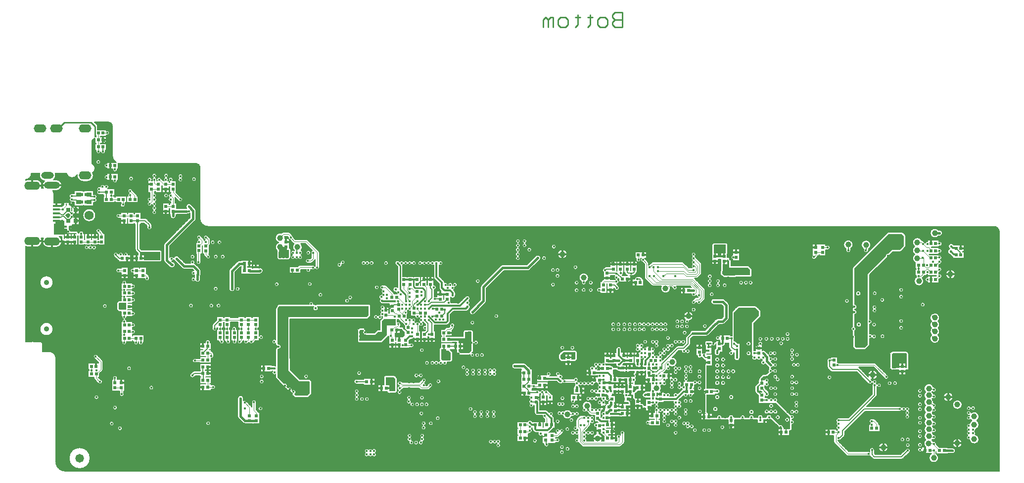
<source format=gbl>
G04*
G04 #@! TF.GenerationSoftware,Altium Limited,Altium Designer,20.0.13 (296)*
G04*
G04 Layer_Physical_Order=6*
G04 Layer_Color=16711680*
%FSLAX24Y24*%
%MOIN*%
G70*
G01*
G75*
%ADD13C,0.0050*%
%ADD22C,0.0100*%
%ADD25R,0.0201X0.0201*%
%ADD27R,0.0098X0.0118*%
%ADD45R,0.0201X0.0201*%
%ADD82R,0.0157X0.0157*%
%ADD173C,0.0045*%
%ADD174C,0.0120*%
%ADD175C,0.0118*%
%ADD176C,0.0080*%
%ADD177C,0.0150*%
%ADD179C,0.0060*%
%ADD250O,0.0846X0.0551*%
%ADD251O,0.0846X0.0472*%
%ADD252O,0.0846X0.0551*%
%ADD253O,0.1063X0.0472*%
%ADD254O,0.1063X0.0551*%
%ADD255C,0.0354*%
%ADD256C,0.0619*%
%ADD257C,0.0580*%
%ADD258C,0.0160*%
%ADD259C,0.0140*%
%ADD270R,0.0157X0.0157*%
%ADD271R,0.0250X0.0250*%
%ADD272R,0.0354X0.0315*%
%ADD273C,0.0394*%
%ADD274R,0.0492X0.0157*%
%ADD275R,0.0367X0.0512*%
%ADD276R,0.0725X0.0083*%
%ADD277R,0.0468X0.0572*%
%ADD278R,0.0880X0.0200*%
%ADD279R,0.1024X0.0256*%
%ADD280R,0.0390X0.0320*%
%ADD281R,0.0534X0.0539*%
G36*
X87780Y106090D02*
Y105860D01*
X87770Y105850D01*
X87784Y105836D01*
Y105780D01*
X87933D01*
Y105660D01*
X87784D01*
Y105561D01*
X87955D01*
X87990Y105526D01*
X87990Y105280D01*
X88599Y105280D01*
X88627Y105248D01*
X88634Y105231D01*
X88627Y105213D01*
X88534D01*
Y105013D01*
X88474D01*
Y104953D01*
X88274D01*
Y104870D01*
X88220D01*
Y104953D01*
X88020D01*
X87820D01*
Y104870D01*
X87740D01*
X87740Y105170D01*
X87115Y105170D01*
X87080Y105205D01*
X87080Y105921D01*
X87190D01*
Y106100D01*
X87250D01*
Y106160D01*
X87596D01*
Y106180D01*
X87690D01*
X87780Y106090D01*
D02*
G37*
G36*
X102770Y104157D02*
X102910D01*
Y103650D01*
X102880Y103620D01*
X102230D01*
Y104005D01*
X102260Y104029D01*
Y104340D01*
X102380D01*
Y104048D01*
X102397Y104051D01*
X102470Y104081D01*
X102532Y104128D01*
X102554Y104157D01*
X102650D01*
Y104357D01*
X102770D01*
Y104157D01*
D02*
G37*
G36*
X144220Y105220D02*
X144360Y105080D01*
Y104420D01*
X144090Y104150D01*
X143560Y104150D01*
X143282Y103872D01*
X143280Y103873D01*
X143229Y103862D01*
X143186Y103834D01*
X143158Y103791D01*
X143147Y103740D01*
X143148Y103738D01*
X141930Y102520D01*
X141930Y99352D01*
X141929Y99351D01*
X141919Y99300D01*
X141929Y99249D01*
X141930Y99248D01*
X141930Y97760D01*
X141710Y97540D01*
X141150D01*
X141050Y97640D01*
X141050Y98277D01*
X141053Y98290D01*
X141042Y98341D01*
X141020Y98374D01*
Y98715D01*
X141046Y98732D01*
X141074Y98775D01*
X141084Y98826D01*
X141074Y98877D01*
X141046Y98920D01*
X141020Y98937D01*
X141020Y99819D01*
X141030Y99827D01*
X141081Y99838D01*
X141124Y99866D01*
X141152Y99909D01*
X141163Y99960D01*
X141152Y100011D01*
X141124Y100054D01*
X141081Y100082D01*
X141030Y100093D01*
X141020Y100101D01*
Y100169D01*
X141030Y100177D01*
X141081Y100188D01*
X141124Y100216D01*
X141152Y100259D01*
X141163Y100310D01*
X141152Y100361D01*
X141124Y100404D01*
X141081Y100432D01*
X141030Y100443D01*
X141020Y100451D01*
X141020Y102900D01*
X143340Y105220D01*
X144220Y105220D01*
D02*
G37*
G36*
X132367Y104500D02*
X132367Y103912D01*
X132300D01*
Y103711D01*
X132240D01*
Y103651D01*
X132040D01*
Y103640D01*
X131833D01*
Y103651D01*
X131633D01*
Y103711D01*
X131573D01*
Y103912D01*
X131540D01*
Y104456D01*
X131590Y104500D01*
X132367Y104500D01*
D02*
G37*
G36*
X94240Y103460D02*
X93162D01*
Y103513D01*
X92961D01*
Y103573D01*
X92901D01*
Y103773D01*
X92890D01*
Y103988D01*
X92920Y104010D01*
X94240D01*
Y103460D01*
D02*
G37*
G36*
X92438Y103633D02*
X92639D01*
Y103573D01*
X92699D01*
Y103372D01*
X92710D01*
X92710Y102950D01*
X92438D01*
Y102947D01*
X92050Y102947D01*
Y102950D01*
X91920D01*
X91920Y103372D01*
X91951D01*
Y103573D01*
X92011D01*
Y103633D01*
X92212D01*
Y103730D01*
X92438Y103730D01*
Y103633D01*
D02*
G37*
G36*
X114540Y103350D02*
X114540Y102982D01*
X114498Y102940D01*
X113344D01*
Y103204D01*
X113490Y103350D01*
X113840D01*
X114540Y103350D01*
D02*
G37*
G36*
X132040Y103400D02*
Y103188D01*
X132040D01*
Y102760D01*
X131950Y102670D01*
X131420Y102670D01*
Y103143D01*
X131433Y103188D01*
X131573D01*
Y103389D01*
X131633D01*
Y103449D01*
X131833D01*
Y103520D01*
X131920D01*
X132040Y103400D01*
D02*
G37*
G36*
X132510Y103499D02*
X132515Y103469D01*
X132544Y103426D01*
X132587Y103398D01*
X132600Y103395D01*
X132600Y102960D01*
X133830Y102960D01*
X133990Y102800D01*
Y102450D01*
X133970Y102430D01*
X132980D01*
X132970Y102420D01*
X132230D01*
X132110Y102540D01*
Y102686D01*
X132112Y102688D01*
X132134Y102721D01*
X132142Y102760D01*
Y103188D01*
X132180D01*
Y103389D01*
X132240D01*
Y103449D01*
X132440D01*
Y103484D01*
X132490Y103512D01*
X132510Y103499D01*
D02*
G37*
G36*
X91937Y100563D02*
X91960Y100523D01*
Y100160D01*
X91910Y100110D01*
X91510D01*
X91440Y100180D01*
Y100530D01*
X91480Y100570D01*
X91930D01*
X91937Y100563D01*
D02*
G37*
G36*
X108290Y99732D02*
X108172Y99614D01*
X102870D01*
Y98390D01*
Y96810D01*
X102890Y96790D01*
Y96000D01*
X103610Y95280D01*
X104270D01*
X104330Y95220D01*
Y94470D01*
X104170Y94310D01*
X103370D01*
X103288Y94392D01*
X103301Y94450D01*
X103326Y94467D01*
X103355Y94510D01*
X103365Y94561D01*
X103355Y94612D01*
X103326Y94655D01*
X103283Y94683D01*
X103232Y94693D01*
X103182Y94683D01*
X103139Y94655D01*
X103136Y94651D01*
X103095Y94677D01*
X103105Y94728D01*
X103095Y94779D01*
X103066Y94822D01*
X103023Y94851D01*
X102972Y94861D01*
X102921Y94851D01*
X102878Y94822D01*
X102860Y94820D01*
X102757Y94923D01*
X102768Y94941D01*
X102778Y94992D01*
X102768Y95042D01*
X102739Y95085D01*
X102696Y95114D01*
X102646Y95124D01*
X102595Y95114D01*
X102578Y95102D01*
X102160Y95520D01*
X102160Y97455D01*
X102210Y97491D01*
X102230Y97487D01*
X102281Y97497D01*
X102324Y97526D01*
X102352Y97569D01*
X102362Y97620D01*
X102352Y97671D01*
X102324Y97714D01*
X102281Y97742D01*
X102230Y97752D01*
X102210Y97749D01*
X102160Y97785D01*
X102160Y100179D01*
X102265Y100330D01*
X102270D01*
Y100330D01*
X102290Y100350D01*
X104603D01*
X104617Y100319D01*
X104621Y100300D01*
X104595Y100261D01*
X104585Y100210D01*
X104595Y100159D01*
X104624Y100116D01*
X104667Y100088D01*
X104718Y100077D01*
X104768Y100088D01*
X104811Y100116D01*
X104840Y100159D01*
X104850Y100210D01*
X104840Y100261D01*
X104814Y100300D01*
X104818Y100319D01*
X104832Y100350D01*
X108290D01*
Y99732D01*
D02*
G37*
G36*
X110102Y99063D02*
X110092Y99053D01*
X110037D01*
X110037Y99053D01*
X109989Y99043D01*
X109969Y99030D01*
X109533D01*
X109533Y98413D01*
X109120Y98000D01*
X107680Y98000D01*
Y98710D01*
X107730Y98740D01*
X107962D01*
X107968Y98732D01*
X107973Y98714D01*
Y98686D01*
X107968Y98668D01*
X107943Y98631D01*
X107932Y98580D01*
X107943Y98529D01*
X107971Y98486D01*
X108014Y98458D01*
X108065Y98447D01*
X108090Y98452D01*
X108140Y98418D01*
Y98410D01*
X108727D01*
X108927Y98610D01*
X109180D01*
Y99330D01*
X109318Y99468D01*
X110102D01*
Y99063D01*
D02*
G37*
G36*
X110548Y98785D02*
X110579Y98739D01*
X110579Y98739D01*
X110711Y98607D01*
X110711Y98384D01*
X110633Y98255D01*
X110600D01*
Y98244D01*
X110598Y98242D01*
X110548Y98255D01*
Y98255D01*
X110407D01*
Y98055D01*
X110287D01*
Y98255D01*
X110147D01*
Y98026D01*
X110079D01*
Y98261D01*
X110043D01*
X110043Y98540D01*
X110111D01*
Y98740D01*
X110171D01*
Y98800D01*
X110372D01*
Y98820D01*
X110541D01*
X110548Y98785D01*
D02*
G37*
G36*
X113158Y98518D02*
X113158Y97990D01*
X112760D01*
Y98067D01*
X112560D01*
X112360D01*
Y97990D01*
X112265D01*
Y98067D01*
X112065D01*
X111865D01*
Y97927D01*
X111917D01*
X111951Y97890D01*
X111950Y97880D01*
X111960Y97630D01*
X111860Y97620D01*
X111410Y97620D01*
X111410Y97891D01*
X111445Y97927D01*
X111510D01*
Y98127D01*
X111570D01*
Y98187D01*
X111770D01*
Y98294D01*
X111829Y98296D01*
X111862Y98263D01*
X111865Y98247D01*
Y98187D01*
X112065D01*
X112265D01*
Y98291D01*
X112314Y98304D01*
X112318Y98302D01*
X112321Y98301D01*
X112325Y98300D01*
X112360Y98287D01*
Y98187D01*
X112560D01*
X112760D01*
Y98319D01*
X112790Y98320D01*
X112790Y98546D01*
X113122Y98553D01*
X113158Y98518D01*
D02*
G37*
G36*
X134588Y100000D02*
Y99700D01*
X134118Y99230D01*
Y97000D01*
X134165D01*
X134170Y96994D01*
X134187Y96950D01*
X134167Y96921D01*
X134157Y96870D01*
X134167Y96819D01*
X134196Y96776D01*
X134239Y96748D01*
X134290Y96737D01*
X134340Y96748D01*
X134383Y96776D01*
X134412Y96819D01*
X134412Y96819D01*
X134462D01*
X134463Y96819D01*
X134492Y96776D01*
X134535Y96748D01*
X134585Y96737D01*
X134636Y96748D01*
X134679Y96776D01*
X134696Y96802D01*
X134754Y96815D01*
X134778Y96791D01*
X134787Y96776D01*
X134802Y96766D01*
X134846Y96723D01*
X134830Y96668D01*
X134797Y96646D01*
X134768Y96603D01*
X134758Y96552D01*
X134768Y96501D01*
X134797Y96458D01*
X134840Y96430D01*
X134891Y96420D01*
X134942Y96430D01*
X134985Y96458D01*
X134990Y96467D01*
X135040Y96472D01*
X135261Y96251D01*
X135288Y96233D01*
Y96073D01*
X135264Y96038D01*
X135254Y95987D01*
X135264Y95936D01*
X135288Y95900D01*
Y95890D01*
X135126Y95729D01*
X135116Y95731D01*
X135062Y95720D01*
X135055Y95715D01*
X134933D01*
X134933Y95715D01*
X134878Y95704D01*
X134832Y95674D01*
X134832Y95674D01*
X134669Y95511D01*
X134638Y95465D01*
X134627Y95410D01*
X134627Y95410D01*
Y95343D01*
X134570D01*
Y95171D01*
X134409Y95010D01*
X134378Y94964D01*
X134367Y94909D01*
X134367Y94909D01*
Y94603D01*
X134367Y94603D01*
X134378Y94548D01*
X134409Y94502D01*
X134580Y94331D01*
Y94132D01*
Y93810D01*
X134980D01*
Y93810D01*
X135738D01*
X136691Y92857D01*
X136698Y92821D01*
Y92573D01*
X136688Y92522D01*
X136698Y92472D01*
Y92060D01*
X136240D01*
Y92117D01*
X136229Y92171D01*
X136198Y92218D01*
X136198Y92218D01*
X136196Y92219D01*
X136195Y92227D01*
X136164Y92274D01*
X136117Y92304D01*
X136063Y92315D01*
X136008Y92304D01*
X135994Y92295D01*
X135478Y92810D01*
X135441D01*
X135410Y92849D01*
X135412Y92860D01*
X135401Y92915D01*
X135370Y92961D01*
X135324Y92992D01*
X135269Y93003D01*
X135214Y92992D01*
X135168Y92961D01*
X135153Y92946D01*
X135122Y92899D01*
X135116Y92868D01*
X135111Y92845D01*
X135065Y92819D01*
X134824D01*
Y92857D01*
X134813Y92912D01*
X134782Y92958D01*
X134782Y92958D01*
X134779Y92961D01*
X134733Y92992D01*
X134678Y93003D01*
X134624Y92992D01*
X134578Y92961D01*
X134547Y92915D01*
X134536Y92860D01*
X134508Y92822D01*
X134492Y92810D01*
X134250Y92810D01*
X134218Y92849D01*
X134221Y92860D01*
X134210Y92911D01*
X134182Y92954D01*
X134139Y92982D01*
X134088Y92993D01*
X134037Y92982D01*
X133994Y92954D01*
X133965Y92911D01*
X133955Y92860D01*
X133958Y92849D01*
X133926Y92810D01*
X133659Y92810D01*
X133628Y92849D01*
X133630Y92860D01*
X133620Y92911D01*
X133591Y92954D01*
X133548Y92982D01*
X133497Y92993D01*
X133447Y92982D01*
X133404Y92954D01*
X133375Y92911D01*
X133365Y92860D01*
X133367Y92849D01*
X133335Y92810D01*
X132930Y92810D01*
Y92830D01*
X132905D01*
X132863Y92850D01*
X132852Y92905D01*
X132821Y92951D01*
X132821Y92951D01*
X132811Y92961D01*
X132765Y92992D01*
X132710Y93003D01*
X132655Y92992D01*
X132609Y92961D01*
X132578Y92915D01*
X132567Y92860D01*
X132543Y92830D01*
X132530D01*
Y92810D01*
X132086Y92810D01*
X132054Y92849D01*
X132056Y92860D01*
X132046Y92911D01*
X132017Y92954D01*
X131974Y92982D01*
X131924Y92993D01*
X131873Y92982D01*
X131830Y92954D01*
X131801Y92911D01*
X131791Y92860D01*
X131793Y92849D01*
X131762Y92810D01*
X131470D01*
X131450Y92830D01*
X131221D01*
Y92890D01*
X131161D01*
Y93119D01*
X131068Y93212D01*
X131068Y94374D01*
X131080Y94386D01*
X131602D01*
Y94454D01*
X131774D01*
X131774Y94454D01*
X131828Y94464D01*
X131875Y94495D01*
X131885Y94505D01*
X131916Y94552D01*
X131926Y94606D01*
X131916Y94661D01*
X131885Y94707D01*
X131838Y94738D01*
X131784Y94749D01*
X131734Y94739D01*
X131602D01*
Y94787D01*
X131068D01*
X131068Y96338D01*
X131419D01*
Y96661D01*
Y97062D01*
X131068D01*
Y97159D01*
X131378D01*
Y97410D01*
Y97529D01*
X131199D01*
Y97589D01*
X131139D01*
Y97768D01*
X131068D01*
Y97890D01*
X131364D01*
X131404Y97840D01*
X131401Y97827D01*
X131406Y97806D01*
X131362Y97768D01*
X131259D01*
Y97649D01*
X131378D01*
Y97737D01*
X131428Y97753D01*
X131440Y97734D01*
X131483Y97705D01*
X131534Y97695D01*
X131585Y97705D01*
X131628Y97734D01*
X131656Y97777D01*
X131661Y97798D01*
X131711Y97831D01*
X131715Y97832D01*
X131720Y97830D01*
Y97509D01*
X131663Y97453D01*
X131628Y97400D01*
X131615Y97337D01*
Y97207D01*
X131628Y97145D01*
X131663Y97092D01*
X131716Y97057D01*
X131721Y97056D01*
X131724Y97054D01*
X131779Y97043D01*
X131833Y97054D01*
X131836Y97056D01*
X131841Y97057D01*
X131894Y97092D01*
X131929Y97145D01*
X131942Y97207D01*
Y97270D01*
X131950Y97278D01*
X132120D01*
Y97662D01*
X132125Y97665D01*
X132187Y97678D01*
X132239Y97713D01*
X132274Y97765D01*
X132276Y97772D01*
X132288Y97791D01*
X132301Y97853D01*
Y97890D01*
X132599D01*
Y97594D01*
X132599Y97594D01*
X132610Y97539D01*
X132641Y97493D01*
X132767Y97367D01*
X132742Y97321D01*
X132733Y97323D01*
X132682Y97313D01*
X132639Y97284D01*
X132611Y97241D01*
X132600Y97191D01*
X132611Y97140D01*
X132639Y97097D01*
X132682Y97068D01*
X132733Y97058D01*
X132784Y97068D01*
X132827Y97097D01*
X132855Y97140D01*
X132866Y97191D01*
X132863Y97203D01*
X132903Y97241D01*
X132930Y97231D01*
X132932Y97230D01*
Y97217D01*
X132948D01*
Y96870D01*
X132960Y96808D01*
X132995Y96755D01*
X133048Y96720D01*
X133110Y96708D01*
X133172Y96720D01*
X133225Y96755D01*
X133260Y96808D01*
X133272Y96870D01*
Y97217D01*
X133289D01*
Y97469D01*
Y97827D01*
X133133D01*
X133032Y97928D01*
X132985Y97959D01*
X132931Y97970D01*
X132898Y98004D01*
Y98162D01*
X132900Y98170D01*
X132898Y98178D01*
Y99920D01*
X133218Y100240D01*
X134348D01*
X134588Y100000D01*
D02*
G37*
G36*
X115224Y98595D02*
Y97344D01*
X115060Y97180D01*
X114463D01*
X114460Y97195D01*
X114431Y97238D01*
X114388Y97267D01*
X114340Y97276D01*
Y97444D01*
X114403D01*
Y97644D01*
Y97844D01*
X114340D01*
Y98138D01*
X114360Y98180D01*
X114773Y98180D01*
X114795Y98615D01*
X115188Y98630D01*
X115224Y98595D01*
D02*
G37*
G36*
X122210Y97240D02*
X122210Y96780D01*
X122168Y96730D01*
X121940D01*
Y96830D01*
X121740D01*
X121540D01*
Y96730D01*
X121310D01*
X121220Y96820D01*
Y97050D01*
X121410Y97240D01*
X122210Y97240D01*
D02*
G37*
G36*
X113427Y97444D02*
X113520D01*
Y97350D01*
X113530Y97340D01*
X113680D01*
X113830Y97190D01*
Y96732D01*
X113788Y96690D01*
X113260Y96690D01*
X113180Y96770D01*
X113180Y97444D01*
X113307D01*
Y97644D01*
X113427D01*
Y97444D01*
D02*
G37*
G36*
X122212Y96613D02*
X122228Y96598D01*
X122228Y96597D01*
X122230Y96592D01*
Y96144D01*
X122220Y96140D01*
X121540D01*
X121410Y96270D01*
Y96628D01*
X121540D01*
Y96627D01*
X121740D01*
X121940D01*
Y96628D01*
X122168D01*
X122173Y96629D01*
X122177Y96628D01*
X122180Y96629D01*
X122212Y96613D01*
D02*
G37*
G36*
X144550Y97135D02*
Y96300D01*
Y96165D01*
X144486Y96165D01*
X144450Y96200D01*
Y96202D01*
X144250D01*
X144050D01*
Y96162D01*
X143575Y96160D01*
X143540Y96195D01*
Y97118D01*
X143577Y97148D01*
X143577Y97148D01*
X143621Y97170D01*
X144515Y97170D01*
X144550Y97135D01*
D02*
G37*
G36*
X126979Y96000D02*
Y95635D01*
X126979D01*
X126967Y95590D01*
X126948D01*
Y95450D01*
X127149D01*
Y95390D01*
X127209D01*
Y95190D01*
X127310D01*
Y95138D01*
X127308Y95128D01*
X127310Y95118D01*
Y94673D01*
X127309Y94671D01*
X127298Y94616D01*
X127259Y94580D01*
X126957D01*
Y94530D01*
X126937D01*
X126875Y94518D01*
X126822Y94483D01*
X126814Y94475D01*
X126779Y94422D01*
X126767Y94360D01*
X126779Y94298D01*
X126814Y94246D01*
X126867Y94210D01*
X126915Y94201D01*
X126957Y94180D01*
X126957Y94180D01*
X126957Y94180D01*
X127269D01*
X127301Y94141D01*
X127298Y94126D01*
X127298Y94126D01*
Y94104D01*
X127300Y94092D01*
X127259Y94042D01*
X126970D01*
Y93650D01*
X126958Y93624D01*
X126934Y93600D01*
X126834Y93600D01*
X126823Y93655D01*
X126788Y93707D01*
X126785Y93710D01*
X126732Y93745D01*
X126670Y93758D01*
X126630D01*
Y93861D01*
X126430D01*
Y93921D01*
X126370D01*
Y94122D01*
X126275D01*
X126225Y94170D01*
Y94466D01*
X126228Y94466D01*
X126281Y94501D01*
X126429Y94650D01*
X126663D01*
Y94850D01*
Y95050D01*
X126225D01*
Y95270D01*
X126255Y95290D01*
X126284Y95333D01*
X126294Y95384D01*
X126284Y95435D01*
X126255Y95478D01*
X126246Y95483D01*
Y95540D01*
X126255Y95546D01*
X126284Y95589D01*
X126294Y95640D01*
X126284Y95690D01*
X126263Y95721D01*
Y95773D01*
X126276Y95781D01*
X126311Y95834D01*
X126323Y95896D01*
X126315Y95939D01*
X126345Y95989D01*
X126417D01*
X126422Y95990D01*
X126480D01*
Y95929D01*
X126680D01*
X126880D01*
Y95950D01*
X126927Y96000D01*
X126979D01*
D02*
G37*
G36*
X124988Y96090D02*
X125023Y96037D01*
X125075Y96002D01*
X125137Y95989D01*
X125220D01*
Y95899D01*
X125420D01*
X125620D01*
Y95944D01*
X125626Y95953D01*
X125653Y95955D01*
X125700Y95912D01*
Y95909D01*
X125900D01*
X126100D01*
Y95989D01*
X126173D01*
X126200Y95970D01*
X126214Y95956D01*
X126215Y95938D01*
Y95920D01*
X126219Y95896D01*
X126215Y95873D01*
X126200Y95850D01*
X126199Y95850D01*
X126191Y95845D01*
X126185Y95836D01*
X126178Y95829D01*
X126174Y95820D01*
X126169Y95812D01*
X126167Y95802D01*
X126163Y95792D01*
Y95782D01*
X126161Y95773D01*
Y95721D01*
X126163Y95711D01*
Y95701D01*
X126167Y95692D01*
X126169Y95682D01*
X126174Y95674D01*
X126178Y95665D01*
X126183Y95658D01*
X126168Y95608D01*
X126132Y95590D01*
X125991D01*
Y95390D01*
Y95190D01*
X126123D01*
Y95102D01*
X125836D01*
X125812Y95143D01*
X125845Y95190D01*
X125871D01*
Y95390D01*
Y95590D01*
X125626D01*
X125620Y95638D01*
X125620D01*
Y95779D01*
X125420D01*
X125220D01*
Y95638D01*
X125220D01*
X125214Y95590D01*
X124949D01*
Y95390D01*
X124829D01*
Y95590D01*
X124789D01*
Y95647D01*
X124776Y95710D01*
X124741Y95763D01*
X124740Y95764D01*
Y96037D01*
X124740Y96037D01*
X124776Y96090D01*
X124776Y96090D01*
X124988D01*
X124988Y96090D01*
D02*
G37*
G36*
X110080Y95460D02*
Y94660D01*
X110100Y94640D01*
X110060Y94600D01*
X109716D01*
X109670Y94610D01*
Y94750D01*
X109470D01*
Y94870D01*
X109670D01*
Y95010D01*
X109440D01*
Y95540D01*
X110000D01*
X110080Y95460D01*
D02*
G37*
G36*
X125200Y94674D02*
Y94639D01*
X125400D01*
Y94579D01*
X125460D01*
Y94378D01*
X125502D01*
X125517Y94360D01*
X125522Y94335D01*
X125487Y94285D01*
X125268D01*
Y94285D01*
X125220Y94290D01*
Y94290D01*
X125220Y94290D01*
X125080D01*
Y94090D01*
Y93890D01*
X125220D01*
Y93890D01*
X125268Y93885D01*
X125268Y93885D01*
X125408D01*
Y94085D01*
X125528D01*
Y93885D01*
X125761D01*
X125810Y93835D01*
Y93760D01*
X125459D01*
Y93560D01*
X125399D01*
Y93500D01*
X125167D01*
X125160Y93494D01*
X125137Y93499D01*
X125126D01*
X125110Y93512D01*
Y93530D01*
X124910D01*
Y93590D01*
X124850D01*
Y93790D01*
X124802D01*
Y93839D01*
X124804Y93848D01*
X124804Y93851D01*
X124835Y93890D01*
X124960D01*
Y94090D01*
Y94290D01*
X124656D01*
Y94342D01*
X124690Y94378D01*
X124830D01*
Y94579D01*
X124890D01*
Y94639D01*
X125090D01*
Y94719D01*
X125158Y94722D01*
X125200Y94674D01*
D02*
G37*
%LPC*%
G36*
X87596Y106040D02*
X87310D01*
Y105921D01*
X87596D01*
Y106040D01*
D02*
G37*
G36*
X88220Y105213D02*
X88080D01*
Y105073D01*
X88220D01*
Y105213D01*
D02*
G37*
G36*
X88414D02*
X88274D01*
Y105073D01*
X88414D01*
Y105213D01*
D02*
G37*
G36*
X87960D02*
X87820D01*
Y105073D01*
X87960D01*
Y105213D01*
D02*
G37*
G36*
X141280Y101343D02*
X141229Y101332D01*
X141186Y101304D01*
X141158Y101261D01*
X141147Y101210D01*
X141158Y101159D01*
X141186Y101116D01*
X141229Y101088D01*
X141280Y101077D01*
X141331Y101088D01*
X141374Y101116D01*
X141402Y101159D01*
X141413Y101210D01*
X141402Y101261D01*
X141374Y101304D01*
X141331Y101332D01*
X141280Y101343D01*
D02*
G37*
G36*
X141320Y99243D02*
X141269Y99232D01*
X141226Y99204D01*
X141198Y99161D01*
X141187Y99110D01*
X141198Y99059D01*
X141226Y99016D01*
X141269Y98988D01*
X141320Y98977D01*
X141371Y98988D01*
X141414Y99016D01*
X141442Y99059D01*
X141453Y99110D01*
X141442Y99161D01*
X141414Y99204D01*
X141371Y99232D01*
X141320Y99243D01*
D02*
G37*
G36*
X131833Y103912D02*
X131693D01*
Y103771D01*
X131833D01*
Y103912D01*
D02*
G37*
G36*
X132180D02*
X132040D01*
Y103771D01*
X132180D01*
Y103912D01*
D02*
G37*
G36*
X93162Y103773D02*
X93021D01*
Y103633D01*
X93162D01*
Y103773D01*
D02*
G37*
G36*
X92579Y103513D02*
X92438D01*
Y103372D01*
X92579D01*
Y103513D01*
D02*
G37*
G36*
X92212Y103513D02*
X92071D01*
Y103372D01*
X92212D01*
Y103513D01*
D02*
G37*
G36*
X131833Y103329D02*
X131693D01*
Y103188D01*
X131833D01*
Y103329D01*
D02*
G37*
G36*
X132440D02*
X132300D01*
Y103188D01*
X132440D01*
Y103329D01*
D02*
G37*
G36*
X110372Y98680D02*
X110231D01*
Y98540D01*
X110372D01*
Y98680D01*
D02*
G37*
G36*
X111770Y98067D02*
X111630D01*
Y97927D01*
X111770D01*
Y98067D01*
D02*
G37*
G36*
X133896Y97960D02*
X133846Y97950D01*
X133802Y97921D01*
X133774Y97878D01*
X133764Y97827D01*
X133774Y97777D01*
X133802Y97734D01*
X133846Y97705D01*
X133896Y97695D01*
X133947Y97705D01*
X133990Y97734D01*
X134019Y97777D01*
X134029Y97827D01*
X134019Y97878D01*
X133990Y97921D01*
X133947Y97950D01*
X133896Y97960D01*
D02*
G37*
G36*
X133897Y97303D02*
X133846Y97293D01*
X133803Y97265D01*
X133774Y97222D01*
X133764Y97171D01*
X133774Y97120D01*
X133803Y97077D01*
X133846Y97048D01*
X133897Y97038D01*
X133948Y97048D01*
X133991Y97077D01*
X134019Y97120D01*
X134029Y97171D01*
X134019Y97222D01*
X133991Y97265D01*
X133948Y97293D01*
X133897Y97303D01*
D02*
G37*
G36*
X132170Y96893D02*
X132119Y96882D01*
X132076Y96854D01*
X132048Y96811D01*
X132037Y96760D01*
X132048Y96709D01*
X132076Y96666D01*
X132119Y96638D01*
X132170Y96627D01*
X132221Y96638D01*
X132264Y96666D01*
X132292Y96709D01*
X132303Y96760D01*
X132292Y96811D01*
X132264Y96854D01*
X132221Y96882D01*
X132170Y96893D01*
D02*
G37*
G36*
X131779D02*
X131728Y96882D01*
X131685Y96854D01*
X131656Y96811D01*
X131646Y96760D01*
X131656Y96709D01*
X131685Y96666D01*
X131728Y96638D01*
X131779Y96627D01*
X131829Y96638D01*
X131872Y96666D01*
X131901Y96709D01*
X131911Y96760D01*
X131901Y96811D01*
X131872Y96854D01*
X131829Y96882D01*
X131779Y96893D01*
D02*
G37*
G36*
X132170Y96483D02*
X132119Y96472D01*
X132076Y96444D01*
X132048Y96401D01*
X132037Y96350D01*
X132048Y96299D01*
X132076Y96256D01*
X132119Y96228D01*
X132170Y96217D01*
X132221Y96228D01*
X132264Y96256D01*
X132292Y96299D01*
X132303Y96350D01*
X132292Y96401D01*
X132264Y96444D01*
X132221Y96472D01*
X132170Y96483D01*
D02*
G37*
G36*
X131780D02*
X131729Y96472D01*
X131686Y96444D01*
X131658Y96401D01*
X131647Y96350D01*
X131658Y96299D01*
X131686Y96256D01*
X131729Y96228D01*
X131780Y96217D01*
X131831Y96228D01*
X131874Y96256D01*
X131902Y96299D01*
X131913Y96350D01*
X131902Y96401D01*
X131874Y96444D01*
X131831Y96472D01*
X131780Y96483D01*
D02*
G37*
G36*
X132860Y96089D02*
X132809Y96079D01*
X132766Y96050D01*
X132737Y96007D01*
X132727Y95956D01*
X132737Y95906D01*
X132766Y95863D01*
X132809Y95834D01*
X132860Y95824D01*
X132911Y95834D01*
X132954Y95863D01*
X132982Y95906D01*
X132992Y95956D01*
X132982Y96007D01*
X132954Y96050D01*
X132911Y96079D01*
X132860Y96089D01*
D02*
G37*
G36*
X132535D02*
X132485Y96079D01*
X132442Y96050D01*
X132413Y96007D01*
X132403Y95956D01*
X132413Y95906D01*
X132442Y95863D01*
X132485Y95834D01*
X132535Y95824D01*
X132586Y95834D01*
X132629Y95863D01*
X132658Y95906D01*
X132668Y95956D01*
X132658Y96007D01*
X132629Y96050D01*
X132586Y96079D01*
X132535Y96089D01*
D02*
G37*
G36*
X132170D02*
X132119Y96079D01*
X132076Y96050D01*
X132048Y96007D01*
X132037Y95956D01*
X132048Y95906D01*
X132076Y95863D01*
X132119Y95834D01*
X132170Y95824D01*
X132221Y95834D01*
X132264Y95863D01*
X132292Y95906D01*
X132303Y95956D01*
X132292Y96007D01*
X132264Y96050D01*
X132221Y96079D01*
X132170Y96089D01*
D02*
G37*
G36*
X131780D02*
X131729Y96079D01*
X131686Y96050D01*
X131658Y96007D01*
X131647Y95956D01*
X131658Y95906D01*
X131686Y95863D01*
X131729Y95834D01*
X131780Y95824D01*
X131831Y95834D01*
X131874Y95863D01*
X131902Y95906D01*
X131913Y95956D01*
X131902Y96007D01*
X131874Y96050D01*
X131831Y96079D01*
X131780Y96089D01*
D02*
G37*
G36*
X132535Y95695D02*
X132485Y95685D01*
X132442Y95656D01*
X132413Y95613D01*
X132403Y95563D01*
X132413Y95512D01*
X132442Y95469D01*
X132485Y95440D01*
X132535Y95430D01*
X132586Y95440D01*
X132629Y95469D01*
X132658Y95512D01*
X132668Y95563D01*
X132658Y95613D01*
X132629Y95656D01*
X132586Y95685D01*
X132535Y95695D01*
D02*
G37*
G36*
X132170D02*
X132119Y95685D01*
X132076Y95656D01*
X132048Y95613D01*
X132037Y95563D01*
X132048Y95512D01*
X132076Y95469D01*
X132119Y95440D01*
X132170Y95430D01*
X132221Y95440D01*
X132264Y95469D01*
X132292Y95512D01*
X132303Y95563D01*
X132292Y95613D01*
X132264Y95656D01*
X132221Y95685D01*
X132170Y95695D01*
D02*
G37*
G36*
X131780D02*
X131729Y95685D01*
X131686Y95656D01*
X131658Y95613D01*
X131647Y95563D01*
X131658Y95512D01*
X131686Y95469D01*
X131729Y95440D01*
X131780Y95430D01*
X131831Y95440D01*
X131874Y95469D01*
X131902Y95512D01*
X131913Y95563D01*
X131902Y95613D01*
X131874Y95656D01*
X131831Y95685D01*
X131780Y95695D01*
D02*
G37*
G36*
X132170Y95301D02*
X132119Y95291D01*
X132076Y95263D01*
X132048Y95220D01*
X132037Y95169D01*
X132048Y95118D01*
X132076Y95075D01*
X132119Y95046D01*
X132170Y95036D01*
X132221Y95046D01*
X132264Y95075D01*
X132292Y95118D01*
X132303Y95169D01*
X132292Y95220D01*
X132264Y95263D01*
X132221Y95291D01*
X132170Y95301D01*
D02*
G37*
G36*
X131780D02*
X131729Y95291D01*
X131686Y95263D01*
X131658Y95220D01*
X131647Y95169D01*
X131658Y95118D01*
X131686Y95075D01*
X131729Y95046D01*
X131780Y95036D01*
X131831Y95046D01*
X131874Y95075D01*
X131902Y95118D01*
X131913Y95169D01*
X131902Y95220D01*
X131874Y95263D01*
X131831Y95291D01*
X131780Y95301D01*
D02*
G37*
G36*
X132725Y94345D02*
X132675Y94335D01*
X132632Y94306D01*
X132603Y94263D01*
X132593Y94213D01*
X132603Y94162D01*
X132632Y94119D01*
X132675Y94090D01*
X132725Y94080D01*
X132776Y94090D01*
X132819Y94119D01*
X132848Y94162D01*
X132858Y94213D01*
X132848Y94263D01*
X132819Y94306D01*
X132776Y94335D01*
X132725Y94345D01*
D02*
G37*
G36*
X131784D02*
X131733Y94335D01*
X131690Y94306D01*
X131661Y94263D01*
X131651Y94213D01*
X131661Y94162D01*
X131690Y94119D01*
X131733Y94090D01*
X131784Y94080D01*
X131834Y94090D01*
X131877Y94119D01*
X131906Y94162D01*
X131916Y94213D01*
X131906Y94263D01*
X131877Y94306D01*
X131834Y94335D01*
X131784Y94345D01*
D02*
G37*
G36*
X135408Y93754D02*
X135358Y93744D01*
X135315Y93715D01*
X135286Y93672D01*
X135276Y93621D01*
X135286Y93571D01*
X135315Y93528D01*
X135358Y93499D01*
X135408Y93489D01*
X135459Y93499D01*
X135502Y93528D01*
X135531Y93571D01*
X135541Y93621D01*
X135531Y93672D01*
X135502Y93715D01*
X135459Y93744D01*
X135408Y93754D01*
D02*
G37*
G36*
X135691Y93362D02*
X135640Y93352D01*
X135597Y93323D01*
X135578Y93293D01*
X135568Y93290D01*
X135531D01*
X135522Y93293D01*
X135502Y93323D01*
X135459Y93352D01*
X135408Y93362D01*
X135358Y93352D01*
X135315Y93323D01*
X135289Y93285D01*
X135262Y93282D01*
X135236Y93285D01*
X135210Y93323D01*
X135167Y93352D01*
X135116Y93362D01*
X135066Y93352D01*
X135023Y93323D01*
X134994Y93280D01*
X134984Y93229D01*
X134994Y93179D01*
X135023Y93136D01*
X135066Y93107D01*
X135116Y93097D01*
X135167Y93107D01*
X135210Y93136D01*
X135236Y93174D01*
X135262Y93176D01*
X135289Y93174D01*
X135315Y93136D01*
X135358Y93107D01*
X135408Y93097D01*
X135459Y93107D01*
X135502Y93136D01*
X135522Y93165D01*
X135531Y93168D01*
X135568D01*
X135578Y93165D01*
X135597Y93136D01*
X135640Y93107D01*
X135691Y93097D01*
X135742Y93107D01*
X135785Y93136D01*
X135814Y93179D01*
X135824Y93229D01*
X135814Y93280D01*
X135785Y93323D01*
X135742Y93352D01*
X135691Y93362D01*
D02*
G37*
G36*
X131656Y93538D02*
X131605Y93528D01*
X131562Y93499D01*
X131533Y93456D01*
X131523Y93406D01*
X131533Y93355D01*
X131562Y93312D01*
X131605Y93283D01*
X131656Y93273D01*
X131707Y93283D01*
X131750Y93312D01*
X131778Y93355D01*
X131788Y93406D01*
X131778Y93456D01*
X131750Y93499D01*
X131707Y93528D01*
X131656Y93538D01*
D02*
G37*
G36*
X134088Y93343D02*
X134037Y93332D01*
X133994Y93304D01*
X133965Y93261D01*
X133955Y93210D01*
X133965Y93159D01*
X133994Y93116D01*
X134037Y93088D01*
X134088Y93077D01*
X134139Y93088D01*
X134182Y93116D01*
X134210Y93159D01*
X134221Y93210D01*
X134210Y93261D01*
X134182Y93304D01*
X134139Y93332D01*
X134088Y93343D01*
D02*
G37*
G36*
X131422Y93090D02*
X131281D01*
Y92950D01*
X131422D01*
Y93090D01*
D02*
G37*
G36*
X135865Y92993D02*
X135815Y92982D01*
X135772Y92954D01*
X135743Y92911D01*
X135733Y92860D01*
X135743Y92809D01*
X135772Y92766D01*
X135815Y92738D01*
X135865Y92727D01*
X135916Y92738D01*
X135959Y92766D01*
X135988Y92809D01*
X135998Y92860D01*
X135988Y92911D01*
X135959Y92954D01*
X135916Y92982D01*
X135865Y92993D01*
D02*
G37*
G36*
X136500Y92822D02*
X136449Y92812D01*
X136406Y92784D01*
X136378Y92741D01*
X136367Y92690D01*
X136378Y92639D01*
X136406Y92596D01*
X136449Y92567D01*
X136500Y92557D01*
X136551Y92567D01*
X136594Y92596D01*
X136622Y92639D01*
X136633Y92690D01*
X136622Y92741D01*
X136594Y92784D01*
X136551Y92812D01*
X136500Y92822D01*
D02*
G37*
G36*
X114663Y97844D02*
X114523D01*
Y97704D01*
X114663D01*
Y97844D01*
D02*
G37*
G36*
Y97584D02*
X114523D01*
Y97444D01*
X114663D01*
Y97584D01*
D02*
G37*
G36*
X121940Y97090D02*
X121800D01*
Y96950D01*
X121940D01*
Y97090D01*
D02*
G37*
G36*
X121680D02*
X121540D01*
Y96950D01*
X121680D01*
Y97090D01*
D02*
G37*
G36*
X121940Y96507D02*
X121800D01*
Y96367D01*
X121940D01*
Y96507D01*
D02*
G37*
G36*
X121680D02*
X121540D01*
Y96367D01*
X121680D01*
Y96507D01*
D02*
G37*
G36*
X144450Y96463D02*
X144310D01*
Y96322D01*
X144450D01*
Y96463D01*
D02*
G37*
G36*
X144190D02*
X144050D01*
Y96322D01*
X144190D01*
Y96463D01*
D02*
G37*
G36*
X126880Y95809D02*
X126740D01*
Y95668D01*
X126880D01*
Y95809D01*
D02*
G37*
G36*
X126620D02*
X126480D01*
Y95668D01*
X126620D01*
Y95809D01*
D02*
G37*
G36*
X127089Y95330D02*
X126948D01*
Y95190D01*
X127089D01*
Y95330D01*
D02*
G37*
G36*
X126923Y95050D02*
X126783D01*
Y94910D01*
X126923D01*
Y95050D01*
D02*
G37*
G36*
Y94790D02*
X126783D01*
Y94650D01*
X126923D01*
Y94790D01*
D02*
G37*
G36*
X126630Y94122D02*
X126490D01*
Y93981D01*
X126630D01*
Y94122D01*
D02*
G37*
G36*
X126100Y95789D02*
X125960D01*
Y95648D01*
X126100D01*
Y95789D01*
D02*
G37*
G36*
X125840D02*
X125700D01*
Y95648D01*
X125840D01*
Y95789D01*
D02*
G37*
G36*
X125340Y94519D02*
X125200D01*
Y94378D01*
X125340D01*
Y94519D01*
D02*
G37*
G36*
X125090D02*
X124950D01*
Y94378D01*
X125090D01*
Y94519D01*
D02*
G37*
G36*
X125110Y93790D02*
X124970D01*
Y93650D01*
X125110D01*
Y93790D01*
D02*
G37*
G36*
X125339Y93760D02*
X125199D01*
Y93620D01*
X125339D01*
Y93760D01*
D02*
G37*
%LPD*%
D13*
X150776Y105373D02*
G03*
X150426Y105723I-350J0D01*
G01*
X146903Y105147D02*
G03*
X146961Y105288I-141J141D01*
G01*
X147671Y104521D02*
G03*
X147409Y104259I-131J-131D01*
G01*
X146938Y104550D02*
G03*
X146894Y104654I-148J0D01*
G01*
X146759Y105490D02*
G03*
X146720Y105486I0J-200D01*
G01*
X146961Y105290D02*
G03*
X146761Y105490I-200J0D01*
G01*
X146759D02*
G03*
X146720Y105486I0J-200D01*
G01*
X146814Y105095D02*
G03*
X146903Y105147I-53J193D01*
G01*
X146755Y105086D02*
G03*
X146814Y105095I0J200D01*
G01*
X146755Y105086D02*
G03*
X146814Y105095I0J200D01*
G01*
X146824Y104707D02*
G03*
X146731Y104718I-63J-142D01*
G01*
X146874Y104674D02*
G03*
X146824Y104707I-104J-104D01*
G01*
X146875Y104674D02*
G03*
X146824Y104707I-105J-104D01*
G01*
X146737Y104412D02*
G03*
X146938Y104550I53J138D01*
G01*
X146916Y104088D02*
G03*
X146725Y104239I-155J0D01*
G01*
X147446Y104223D02*
G03*
X147371Y103892I66J-189D01*
G01*
X147372Y103890D02*
G03*
X147437Y103847I141J141D01*
G01*
X146725Y103937D02*
G03*
X146916Y104088I36J151D01*
G01*
X146688Y105486D02*
G03*
X146703Y105086I-244J-210D01*
G01*
X145646Y104754D02*
G03*
X145546Y104797I-104J-104D01*
G01*
X145952Y104715D02*
G03*
X145795Y104599I-7J-155D01*
G01*
X145646Y104754D02*
G03*
X145546Y104797I-105J-104D01*
G01*
D02*
G03*
X145085Y104380I-286J-147D01*
G01*
X145788Y104606D02*
G03*
X145695Y104705I-148J-46D01*
G01*
X145085Y104380D02*
G03*
X145085Y103840I175J-270D01*
G01*
X147575Y103710D02*
G03*
X147643Y103666I131J131D01*
G01*
X147575Y103710D02*
G03*
X147643Y103666I131J131D01*
G01*
X147822Y102500D02*
G03*
X147822Y102500I-322J0D01*
G01*
X146817Y103486D02*
G03*
X146915Y103630I-57J144D01*
G01*
Y103342D02*
G03*
X146817Y103486I-155J0D01*
G01*
X146915Y103630D02*
G03*
X146725Y103781I-155J0D01*
G01*
X146826Y103202D02*
G03*
X146915Y103342I-66J140D01*
G01*
X146826Y102687D02*
G03*
X146915Y102827I-66J140D01*
G01*
D02*
G03*
X146725Y102978I-155J0D01*
G01*
X146767Y103175D02*
G03*
X146826Y103202I-29J145D01*
G01*
X146767Y103175D02*
G03*
X146826Y103202I-29J145D01*
G01*
X146752Y102658D02*
G03*
X146826Y102687I-14J147D01*
G01*
X146919Y102367D02*
G03*
X146725Y102518I-155J0D01*
G01*
X146752Y102658D02*
G03*
X146826Y102687I-14J147D01*
G01*
X145085Y103840D02*
G03*
X145125Y103278I175J-270D01*
G01*
X145898Y102484D02*
G03*
X145952Y102479I42J149D01*
G01*
X146830Y102227D02*
G03*
X146919Y102367I-66J140D01*
G01*
X146757Y102199D02*
G03*
X146830Y102227I-15J147D01*
G01*
X146757Y102199D02*
G03*
X146830Y102227I-15J147D01*
G01*
X145193Y102408D02*
G03*
X145206Y102317I153J-25D01*
G01*
X145952Y102305D02*
G03*
X145952Y101995I-12J-155D01*
G01*
X145692Y102040D02*
G03*
X145596Y102269I-322J0D01*
G01*
X145206Y102317D02*
G03*
X145692Y102040I164J-277D01*
G01*
X144325Y101447D02*
G03*
X144325Y101447I-155J0D01*
G01*
Y100987D02*
G03*
X144325Y100987I-155J0D01*
G01*
X143055Y100769D02*
G03*
X143055Y100769I-155J0D01*
G01*
X142132Y104480D02*
G03*
X141640Y104207I-322J0D01*
G01*
X141970Y104201D02*
G03*
X142132Y104480I-160J279D01*
G01*
X140775Y104224D02*
G03*
X140932Y104500I-165J276D01*
G01*
D02*
G03*
X140445Y104224I-322J0D01*
G01*
X139384Y104301D02*
G03*
X139186Y104450I-155J0D01*
G01*
X139177Y104155D02*
G03*
X139384Y104301I52J146D01*
G01*
X141640Y104125D02*
G03*
X141970Y104125I165J0D01*
G01*
X140445Y104120D02*
G03*
X140775Y104120I165J0D01*
G01*
X138524Y103679D02*
G03*
X138565Y103755I-104J104D01*
G01*
X138524Y103679D02*
G03*
X138565Y103755I-104J105D01*
G01*
X138195Y103777D02*
G03*
X138176Y103570I105J-114D01*
G01*
D02*
G03*
X138424Y103570I124J80D01*
G01*
X132825Y103804D02*
G03*
X132825Y103500I29J-152D01*
G01*
X142545Y101220D02*
G03*
X142545Y101220I-155J0D01*
G01*
X134185Y101930D02*
G03*
X134185Y101930I-155J0D01*
G01*
X133545D02*
G03*
X133545Y101930I-155J0D01*
G01*
X133865D02*
G03*
X133865Y101930I-155J0D01*
G01*
X132435Y101757D02*
G03*
X132435Y101757I-155J0D01*
G01*
X146660Y99335D02*
G03*
X146762Y99570I-220J235D01*
G01*
D02*
G03*
X146220Y99335I-322J0D01*
G01*
X146762Y99100D02*
G03*
X146660Y99335I-322J0D01*
G01*
X146220D02*
G03*
X146214Y98871I220J-235D01*
G01*
X146665Y98870D02*
G03*
X146762Y99100I-225J230D01*
G01*
X146214Y98871D02*
G03*
X146164Y98806I94J-123D01*
G01*
X146762Y98640D02*
G03*
X146665Y98870I-322J0D01*
G01*
X146164Y98806D02*
G03*
X146226Y98400I276J-166D01*
G01*
X145785Y100450D02*
G03*
X145785Y100450I-155J0D01*
G01*
X142525Y100280D02*
G03*
X142266Y100165I-155J0D01*
G01*
X142474D02*
G03*
X142525Y100280I-104J115D01*
G01*
Y100050D02*
G03*
X142474Y100165I-155J0D01*
G01*
X142266D02*
G03*
X142525Y100050I104J-115D01*
G01*
X140675Y100700D02*
G03*
X140675Y100700I-155J0D01*
G01*
X144325Y99350D02*
G03*
X144325Y99350I-155J0D01*
G01*
Y98890D02*
G03*
X144325Y98890I-155J0D01*
G01*
X142505Y99102D02*
G03*
X142505Y99102I-155J0D01*
G01*
X142057Y99145D02*
G03*
X142207Y99300I-6J155D01*
G01*
D02*
G03*
X142057Y99455I-155J0D01*
G01*
X140893Y98969D02*
G03*
X140893Y98683I59J-143D01*
G01*
X146654Y98400D02*
G03*
X146762Y98640I-214J240D01*
G01*
Y98160D02*
G03*
X146654Y98400I-322J0D01*
G01*
X146226D02*
G03*
X146762Y98160I214J-240D01*
G01*
X142498Y98307D02*
G03*
X142218Y98398I-155J0D01*
G01*
X142218D02*
G03*
X142057Y98470I-133J-80D01*
G01*
Y98165D02*
G03*
X142211Y98226I28J153D01*
G01*
X143071Y98313D02*
G03*
X143071Y98313I-155J0D01*
G01*
X142211Y98226D02*
G03*
X142498Y98307I133J80D01*
G01*
X137306Y97069D02*
G03*
X137306Y97069I-155J0D01*
G01*
X139355Y96860D02*
G03*
X139238Y96812I0J-165D01*
G01*
X139944Y96525D02*
G03*
X139875Y96531I-48J-148D01*
G01*
X142468Y96481D02*
G03*
X142364Y96525I-105J-104D01*
G01*
X142468Y96481D02*
G03*
X142364Y96525I-104J-104D01*
G01*
X141357Y96197D02*
G03*
X141309Y96230I-117J-117D01*
G01*
X141357Y96197D02*
G03*
X141309Y96230I-117J-117D01*
G01*
X139355Y96860D02*
G03*
X139238Y96812I0J-165D01*
G01*
X139233Y96807D02*
G03*
X139185Y96690I117J-117D01*
G01*
X139233Y96807D02*
G03*
X139185Y96690I117J-117D01*
G01*
Y96270D02*
G03*
X139233Y96153I165J0D01*
G01*
X139185Y96270D02*
G03*
X139233Y96153I165J0D01*
G01*
X137366Y96383D02*
G03*
X137080Y96465I-155J0D01*
G01*
Y96300D02*
G03*
X137366Y96383I131J83D01*
G01*
X136673Y98463D02*
G03*
X136673Y98463I-155J0D01*
G01*
X132580Y100420D02*
G03*
X132521Y100561I-200J0D01*
G01*
X132580Y100420D02*
G03*
X132522Y100561I-200J0D01*
G01*
X132291Y100791D02*
G03*
X132150Y100850I-141J-141D01*
G01*
X132292Y100791D02*
G03*
X132150Y100850I-142J-141D01*
G01*
X132522Y99409D02*
G03*
X132580Y99550I-141J141D01*
G01*
X132521Y99409D02*
G03*
X132580Y99550I-141J142D01*
G01*
X132150Y99120D02*
G03*
X132292Y99179I0J200D01*
G01*
X132150Y99120D02*
G03*
X132291Y99179I0J200D01*
G01*
X136675Y98137D02*
G03*
X136675Y98137I-155J0D01*
G01*
X136355D02*
G03*
X136355Y98137I-155J0D01*
G01*
X136976Y97371D02*
G03*
X136777Y97222I-155J0D01*
G01*
X136020Y98137D02*
G03*
X136020Y98137I-155J0D01*
G01*
X136248Y97836D02*
G03*
X136248Y97836I-155J0D01*
G01*
X136866Y97222D02*
G03*
X136976Y97371I-44J149D01*
G01*
Y97074D02*
G03*
X136866Y97222I-155J0D01*
G01*
X136777D02*
G03*
X136777Y96925I44J-149D01*
G01*
X136976Y96777D02*
G03*
X136866Y96925I-155J0D01*
G01*
D02*
G03*
X136976Y97074I-44J149D01*
G01*
X137080Y96465D02*
G03*
X137080Y96300I-131J-83D01*
G01*
X136777Y96925D02*
G03*
X136976Y96777I44J-149D01*
G01*
X135793Y97171D02*
G03*
X135513Y97263I-155J0D01*
G01*
Y97079D02*
G03*
X135793Y97171I125J92D01*
G01*
X135537Y96739D02*
G03*
X135843Y96777I150J37D01*
G01*
D02*
G03*
X135537Y96813I-155J0D01*
G01*
X135561Y96279D02*
G03*
X135836Y96377I120J98D01*
G01*
D02*
G03*
X135561Y96475I-155J0D01*
G01*
X135613Y98137D02*
G03*
X135613Y98137I-155J0D01*
G01*
X135247D02*
G03*
X135247Y98137I-155J0D01*
G01*
X134691Y97982D02*
G03*
X134843Y98137I-3J155D01*
G01*
X134798Y97724D02*
G03*
X134838Y97827I-115J104D01*
G01*
D02*
G03*
X134691Y97982I-155J0D01*
G01*
X134843Y98137D02*
G03*
X134680Y97982I-155J0D01*
G01*
D02*
G03*
X134567Y97724I3J-155D01*
G01*
X135513Y97263D02*
G03*
X135513Y97079I-125J-92D01*
G01*
X135330Y96922D02*
G03*
X135271Y97063I-200J0D01*
G01*
X135330Y96922D02*
G03*
X135271Y97064I-200J0D01*
G01*
X135023Y97312D02*
G03*
X134816Y97360I-141J-141D01*
G01*
X135422Y96625D02*
G03*
X135537Y96739I-35J151D01*
G01*
X135537Y96813D02*
G03*
X135330Y96920I-150J-37D01*
G01*
X135561Y96475D02*
G03*
X135528Y96519I-174J-98D01*
G01*
X135416Y96179D02*
G03*
X135561Y96279I-29J198D01*
G01*
X134293Y97338D02*
G03*
X134246Y97331I0J-165D01*
G01*
X134293Y97338D02*
G03*
X134246Y97331I0J-165D01*
G01*
X130728Y103187D02*
G03*
X130684Y103291I-148J0D01*
G01*
X130728Y103187D02*
G03*
X130684Y103291I-148J0D01*
G01*
X130272Y103708D02*
G03*
X130345Y103840I-82J132D01*
G01*
D02*
G03*
X130109Y103708I-155J0D01*
G01*
X130328Y103647D02*
G03*
X130272Y103708I-138J-71D01*
G01*
X130109Y103708D02*
G03*
X130109Y103445I82J-132D01*
G01*
Y103445D02*
G03*
X130109Y103181I82J-132D01*
G01*
Y103181D02*
G03*
X130081Y102939I82J-132D01*
G01*
X131312Y102203D02*
G03*
X131438Y102356I-29J152D01*
G01*
D02*
G03*
X131253Y102203I-155J0D01*
G01*
X131987Y102051D02*
G03*
X131783Y101904I-155J0D01*
G01*
X131880D02*
G03*
X131987Y102051I-49J147D01*
G01*
X131438D02*
G03*
X131312Y102203I-155J0D01*
G01*
X131253D02*
G03*
X131228Y101906I29J-152D01*
G01*
X131324Y101902D02*
G03*
X131438Y102051I-41J149D01*
G01*
X130684Y102478D02*
G03*
X130728Y102582I-104J104D01*
G01*
X130684Y102478D02*
G03*
X130728Y102582I-104J105D01*
G01*
X130382Y102237D02*
G03*
X130486Y102280I0J148D01*
G01*
X130382Y102237D02*
G03*
X130487Y102280I0J148D01*
G01*
X129529Y103294D02*
G03*
X129425Y103337I-104J-104D01*
G01*
X129530Y103294D02*
G03*
X129425Y103337I-105J-104D01*
G01*
X127448D02*
G03*
X127343Y103294I0J-148D01*
G01*
X127448Y103337D02*
G03*
X127343Y103294I0J-148D01*
G01*
X127168Y103226D02*
G03*
X127124Y103330I-148J0D01*
G01*
X127168Y103226D02*
G03*
X127124Y103331I-148J0D01*
G01*
X126914Y103541D02*
G03*
X126890Y103575I-138J-71D01*
G01*
X126623Y103445D02*
G03*
X126705Y103332I153J25D01*
G01*
X126662Y103575D02*
G03*
X126623Y103495I114J-105D01*
G01*
X126395Y103334D02*
G03*
X126623Y103445I75J136D01*
G01*
X126873Y102290D02*
G03*
X126916Y102186I148J0D01*
G01*
X126873Y102290D02*
G03*
X126916Y102185I148J0D01*
G01*
X126755Y102163D02*
G03*
X126709Y102250I-162J-30D01*
G01*
X126755Y102163D02*
G03*
X126709Y102250I-162J-30D01*
G01*
X126662Y102297D02*
G03*
X126546Y102345I-117J-117D01*
G01*
X126662Y102297D02*
G03*
X126546Y102345I-117J-117D01*
G01*
X131987Y101757D02*
G03*
X131880Y101904I-155J0D01*
G01*
X131783D02*
G03*
X131987Y101757I49J-147D01*
G01*
X131425D02*
G03*
X131324Y101902I-155J0D01*
G01*
X131228Y101906D02*
G03*
X131425Y101757I41J-149D01*
G01*
X131565Y101150D02*
G03*
X131565Y101150I-155J0D01*
G01*
X130963Y101449D02*
G03*
X130920Y101554I-148J0D01*
G01*
X130963Y101449D02*
G03*
X130919Y101554I-148J0D01*
G01*
X130336Y101048D02*
G03*
X130375Y101076I-65J132D01*
G01*
X130386Y101087D02*
G03*
X130490Y100938I155J-2D01*
G01*
X130336Y101048D02*
G03*
X130375Y101076I-65J132D01*
G01*
X130242Y100996D02*
G03*
X130326Y101038I-21J146D01*
G01*
X130242Y100996D02*
G03*
X130326Y101038I-21J146D01*
G01*
X130039Y101173D02*
G03*
X130242Y100996I152J-31D01*
G01*
X130357Y100938D02*
G03*
X130252Y100894I0J-148D01*
G01*
X130357Y100938D02*
G03*
X130252Y100894I0J-148D01*
G01*
X130920Y100780D02*
G03*
X130963Y100884I-104J104D01*
G01*
X130919Y100779D02*
G03*
X130963Y100884I-104J105D01*
G01*
X131405Y100509D02*
G03*
X131547Y100450I141J141D01*
G01*
X131836Y99520D02*
G03*
X131694Y99461I0J-200D01*
G01*
X131572Y100850D02*
G03*
X131404Y100510I-27J-198D01*
G01*
X131836Y99520D02*
G03*
X131695Y99461I0J-200D01*
G01*
X131405Y100509D02*
G03*
X131547Y100450I141J141D01*
G01*
X131095Y99003D02*
G03*
X131095Y99003I-155J0D01*
G01*
X130386Y100611D02*
G03*
X130641Y100503I155J11D01*
G01*
X130117Y100759D02*
G03*
X130326Y100551I71J-138D01*
G01*
X130344Y100110D02*
G03*
X130344Y100110I-155J0D01*
G01*
X129886Y99351D02*
G03*
X130162Y99670I-46J319D01*
G01*
D02*
G03*
X129630Y99427I-322J0D01*
G01*
X129075Y101605D02*
G03*
X129039Y101704I-155J0D01*
G01*
X128782Y101534D02*
G03*
X129075Y101605I138J71D01*
G01*
X129570Y99320D02*
G03*
X129570Y99320I-155J0D01*
G01*
D02*
G03*
X129570Y99320I-155J0D01*
G01*
X129255D02*
G03*
X129255Y99320I-155J0D01*
G01*
X127354Y101748D02*
G03*
X127458Y101704I105J104D01*
G01*
X127354Y101747D02*
G03*
X127458Y101704I104J104D01*
G01*
X128622Y101550D02*
G03*
X128617Y101608I-322J0D01*
G01*
X128018Y101704D02*
G03*
X128622Y101550I282J-154D01*
G01*
X129630Y99427D02*
G03*
X129890Y99313I106J-113D01*
G01*
D02*
G03*
X129886Y99351I-155J0D01*
G01*
X129890Y99313D02*
G03*
X129886Y99351I-155J0D01*
G01*
X129255Y99320D02*
G03*
X129255Y99320I-155J0D01*
G01*
X129890Y98980D02*
G03*
X129890Y98980I-155J0D01*
G01*
D02*
G03*
X129890Y98980I-155J0D01*
G01*
X129630Y99427D02*
G03*
X129890Y99313I106J-113D01*
G01*
X129570Y98980D02*
G03*
X129570Y98980I-155J0D01*
G01*
X129255D02*
G03*
X129255Y98980I-155J0D01*
G01*
X129570D02*
G03*
X129570Y98980I-155J0D01*
G01*
X129255D02*
G03*
X129255Y98980I-155J0D01*
G01*
X128145Y99175D02*
G03*
X127855Y99175I-145J-55D01*
G01*
X128145D02*
G03*
X127855Y99175I-145J-55D01*
G01*
X127855D02*
G03*
X127565Y99175I-145J-55D01*
G01*
X127275D02*
G03*
X126985Y99175I-145J-55D01*
G01*
X128445Y99120D02*
G03*
X128145Y99175I-155J0D01*
G01*
X128445Y99120D02*
G03*
X128145Y99175I-155J0D01*
G01*
X127855D02*
G03*
X127565Y99175I-145J-55D01*
G01*
X128145Y99065D02*
G03*
X128445Y99120I145J55D01*
G01*
X128145Y99065D02*
G03*
X128445Y99120I145J55D01*
G01*
X126985Y99175D02*
G03*
X126695Y99175I-145J-55D01*
G01*
X127275D02*
G03*
X126985Y99175I-145J-55D01*
G01*
X126985D02*
G03*
X126695Y99175I-145J-55D01*
G01*
X127565D02*
G03*
X127275Y99175I-145J-55D01*
G01*
X127565D02*
G03*
X127275Y99175I-145J-55D01*
G01*
X126322Y103518D02*
G03*
X126336Y103393I148J-48D01*
G01*
D02*
G03*
X126395Y103334I134J77D01*
G01*
X126287Y102525D02*
G03*
X126333Y102619I-117J117D01*
G01*
X126287Y102525D02*
G03*
X126333Y102619I-117J117D01*
G01*
X126397Y102345D02*
G03*
X126280Y102297I0J-165D01*
G01*
X126397Y102345D02*
G03*
X126280Y102297I0J-165D01*
G01*
X126104Y102410D02*
G03*
X126220Y102459I0J165D01*
G01*
X126104Y102410D02*
G03*
X126220Y102459I0J165D01*
G01*
X126266Y102282D02*
G03*
X126218Y102163I117J-117D01*
G01*
X125658Y102459D02*
G03*
X125734Y102415I117J117D01*
G01*
X125658Y102459D02*
G03*
X125734Y102415I117J117D01*
G01*
X125547Y102619D02*
G03*
X125594Y102522I164J20D01*
G01*
X125547Y102619D02*
G03*
X125594Y102522I164J20D01*
G01*
X125936Y102399D02*
G03*
X126043Y102410I37J161D01*
G01*
X125936Y102399D02*
G03*
X126043Y102410I37J161D01*
G01*
X125904D02*
G03*
X125936Y102399I69J150D01*
G01*
X125904Y102410D02*
G03*
X125936Y102399I69J150D01*
G01*
X124307Y103019D02*
G03*
X124191Y102971I0J-165D01*
G01*
X121662Y103860D02*
G03*
X121662Y103860I-322J0D01*
G01*
X120925Y104370D02*
G03*
X120925Y104370I-155J0D01*
G01*
X124307Y103019D02*
G03*
X124191Y102971I0J-165D01*
G01*
X122382Y102971D02*
G03*
X122382Y102971I-155J0D01*
G01*
X121175Y102786D02*
G03*
X121175Y102786I-155J0D01*
G01*
X120865D02*
G03*
X120865Y102786I-155J0D01*
G01*
X125455Y102570D02*
G03*
X125447Y102619I-155J0D01*
G01*
X125376Y102435D02*
G03*
X125455Y102570I-76J135D01*
G01*
X124099Y102880D02*
G03*
X124129Y102622I117J-117D01*
G01*
X121175Y102392D02*
G03*
X121175Y102392I-155J0D01*
G01*
X125013Y101843D02*
G03*
X125157Y101991I-3J147D01*
G01*
X124877Y102396D02*
G03*
X124910Y102157I113J-106D01*
G01*
X125057Y102150D02*
G03*
X125127Y102217I-67J140D01*
G01*
X125132Y102073D02*
G03*
X125057Y102150I-142J-63D01*
G01*
X125157Y101991D02*
G03*
X125132Y102073I-148J0D01*
G01*
X125177Y101599D02*
G03*
X125129Y101716I-165J0D01*
G01*
X124857Y101521D02*
G03*
X125177Y101578I155J57D01*
G01*
X125119Y101726D02*
G03*
X125089Y101767I-146J-76D01*
G01*
X125119Y101726D02*
G03*
X125089Y101767I-146J-76D01*
G01*
X125177Y101599D02*
G03*
X125129Y101716I-165J0D01*
G01*
X124826Y101563D02*
G03*
X124856Y101523I146J76D01*
G01*
X124826Y101563D02*
G03*
X124856Y101523I146J76D01*
G01*
X126695Y99175D02*
G03*
X126395Y99120I-145J-55D01*
G01*
X126695Y99175D02*
G03*
X126395Y99120I-145J-55D01*
G01*
D02*
G03*
X126395Y99120I-155J0D01*
G01*
D02*
G03*
X126395Y99120I-155J0D01*
G01*
D02*
G03*
X126695Y99065I155J0D01*
G01*
X126395Y99120D02*
G03*
X126695Y99065I155J0D01*
G01*
X126035Y99120D02*
G03*
X126035Y99120I-155J0D01*
G01*
D02*
G03*
X126035Y99120I-155J0D01*
G01*
X125675D02*
G03*
X125675Y99120I-155J0D01*
G01*
D02*
G03*
X125675Y99120I-155J0D01*
G01*
X125285D02*
G03*
X125285Y99120I-155J0D01*
G01*
D02*
G03*
X125285Y99120I-155J0D01*
G01*
X124925D02*
G03*
X124925Y99120I-155J0D01*
G01*
D02*
G03*
X124925Y99120I-155J0D01*
G01*
X124129Y102154D02*
G03*
X124057Y102114I33J-144D01*
G01*
X124129Y102154D02*
G03*
X124057Y102114I33J-144D01*
G01*
X124016Y102073D02*
G03*
X123975Y101997I104J-104D01*
G01*
X124016Y102073D02*
G03*
X123975Y101997I104J-105D01*
G01*
X123416Y101930D02*
G03*
X123416Y101930I-155J0D01*
G01*
X122934Y101982D02*
G03*
X123112Y102270I-144J288D01*
G01*
D02*
G03*
X122638Y101986I-322J0D01*
G01*
X122937Y101930D02*
G03*
X122934Y101963I-155J0D01*
G01*
X122638Y101986D02*
G03*
X122937Y101930I144J-56D01*
G01*
X122458D02*
G03*
X122458Y101930I-155J0D01*
G01*
X120865Y101797D02*
G03*
X120865Y101797I-155J0D01*
G01*
X123853Y101601D02*
G03*
X123853Y101306I-48J-148D01*
G01*
X123416Y101435D02*
G03*
X123416Y101435I-155J0D01*
G01*
X122937Y101446D02*
G03*
X122937Y101446I-155J0D01*
G01*
X122458Y101423D02*
G03*
X122458Y101423I-155J0D01*
G01*
X130134Y98721D02*
G03*
X129938Y98558I0J-200D01*
G01*
X131913Y98324D02*
G03*
X131913Y98076I-93J-124D01*
G01*
X131037Y98321D02*
G03*
X131179Y98380I0J200D01*
G01*
X131037Y98321D02*
G03*
X131179Y98380I0J200D01*
G01*
X129737Y98560D02*
G03*
X129737Y98560I-155J0D01*
G01*
D02*
G03*
X129737Y98560I-155J0D01*
G01*
X129706Y98326D02*
G03*
X129657Y98209I117J-117D01*
G01*
X129706Y98326D02*
G03*
X129657Y98209I117J-117D01*
G01*
X129939Y97696D02*
G03*
X129987Y97812I-117J117D01*
G01*
X129939Y97696D02*
G03*
X129987Y97812I-117J117D01*
G01*
X129643Y97943D02*
G03*
X129360Y98030I-155J0D01*
G01*
X129643Y97943D02*
G03*
X129360Y98030I-155J0D01*
G01*
D02*
G03*
X129104Y98030I-128J-87D01*
G01*
X129360Y98030D02*
G03*
X129104Y98030I-128J-87D01*
G01*
X128619Y98201D02*
G03*
X128619Y98201I-155J0D01*
G01*
X129104Y98030D02*
G03*
X129104Y97855I-128J-87D01*
G01*
X128619Y98201D02*
G03*
X128619Y98201I-155J0D01*
G01*
X129104Y98030D02*
G03*
X129104Y97855I-128J-87D01*
G01*
X128445Y98780D02*
G03*
X128145Y98835I-155J0D01*
G01*
X128145D02*
G03*
X127855Y98835I-145J-55D01*
G01*
X128445Y98780D02*
G03*
X128145Y98835I-155J0D01*
G01*
X127855Y99065D02*
G03*
X128145Y99065I145J55D01*
G01*
X127855D02*
G03*
X128145Y99065I145J55D01*
G01*
Y98835D02*
G03*
X127855Y98835I-145J-55D01*
G01*
X128145Y98725D02*
G03*
X128445Y98780I145J55D01*
G01*
X128145Y98725D02*
G03*
X128445Y98780I145J55D01*
G01*
X127855Y98725D02*
G03*
X128145Y98725I145J55D01*
G01*
X127855D02*
G03*
X128145Y98725I145J55D01*
G01*
X127565D02*
G03*
X127855Y98725I145J55D01*
G01*
X127852Y97943D02*
G03*
X127569Y98030I-155J0D01*
G01*
X127852Y97943D02*
G03*
X127569Y98030I-155J0D01*
G01*
X129360Y97855D02*
G03*
X129643Y97943I128J87D01*
G01*
X129360Y97855D02*
G03*
X129643Y97943I128J87D01*
G01*
X129104Y97855D02*
G03*
X129360Y97855I128J87D01*
G01*
X129104Y97855D02*
G03*
X129360Y97855I128J87D01*
G01*
X129124Y97665D02*
G03*
X129008Y97617I0J-165D01*
G01*
X129124Y97665D02*
G03*
X129008Y97617I0J-165D01*
G01*
X128875Y97687D02*
G03*
X128592Y97774I-155J0D01*
G01*
X128875Y97687D02*
G03*
X128592Y97774I-155J0D01*
G01*
X128552Y97559D02*
G03*
X128592Y97600I-87J128D01*
G01*
X128552Y97559D02*
G03*
X128592Y97600I-87J128D01*
G01*
X127779Y97811D02*
G03*
X127852Y97943I-82J131D01*
G01*
X127779Y97811D02*
G03*
X127852Y97943I-82J131D01*
G01*
X127569Y97855D02*
G03*
X127614Y97811I128J87D01*
G01*
X127569Y97855D02*
G03*
X127614Y97811I128J87D01*
G01*
X128592Y97774D02*
G03*
X128377Y97559I-128J-87D01*
G01*
X128592Y97774D02*
G03*
X128377Y97559I-128J-87D01*
G01*
X127852Y97680D02*
G03*
X127779Y97811I-155J0D01*
G01*
X127852Y97680D02*
G03*
X127779Y97811I-155J0D01*
G01*
X130943Y97170D02*
G03*
X130795Y97169I-73J-137D01*
G01*
X129951Y97310D02*
G03*
X129668Y97397I-155J0D01*
G01*
X129951Y97310D02*
G03*
X129668Y97397I-155J0D01*
G01*
X129387Y97335D02*
G03*
X129668Y97223I153J-25D01*
G01*
D02*
G03*
X129951Y97310I128J87D01*
G01*
X129387Y97335D02*
G03*
X129668Y97223I153J-25D01*
G01*
D02*
G03*
X129951Y97310I128J87D01*
G01*
X130882Y96745D02*
G03*
X130993Y96696I117J117D01*
G01*
X130882Y96745D02*
G03*
X130993Y96696I117J117D01*
G01*
X130438Y96973D02*
G03*
X130718Y96908I148J0D01*
G01*
D02*
G03*
X130805Y96821I152J65D01*
G01*
X130135Y96250D02*
G03*
X129826Y96271I-155J0D01*
G01*
X130135Y96250D02*
G03*
X129826Y96271I-155J0D01*
G01*
X128592Y97600D02*
G03*
X128875Y97687I128J87D01*
G01*
X128592Y97600D02*
G03*
X128875Y97687I128J87D01*
G01*
X128619Y97431D02*
G03*
X128552Y97559I-155J0D01*
G01*
X128619Y97431D02*
G03*
X128552Y97559I-155J0D01*
G01*
X128377D02*
G03*
X128336Y97519I87J-128D01*
G01*
Y97344D02*
G03*
X128619Y97431I128J87D01*
G01*
X128336Y97344D02*
G03*
X128619Y97431I128J87D01*
G01*
X128377Y97559D02*
G03*
X128336Y97519I87J-128D01*
G01*
D02*
G03*
X128121Y97303I-128J-87D01*
G01*
X128336Y97519D02*
G03*
X128121Y97303I-128J-87D01*
G01*
X128296D02*
G03*
X128336Y97344I-87J128D01*
G01*
X128296Y97303D02*
G03*
X128336Y97344I-87J128D01*
G01*
X128363Y97175D02*
G03*
X128296Y97303I-155J0D01*
G01*
X128363Y97175D02*
G03*
X128296Y97303I-155J0D01*
G01*
X128080Y97088D02*
G03*
X128363Y97175I128J87D01*
G01*
X128080Y97088D02*
G03*
X128363Y97175I128J87D01*
G01*
X128121Y97303D02*
G03*
X128080Y97263I87J-128D01*
G01*
D02*
G03*
X127865Y97047I-128J-87D01*
G01*
X128080Y97263D02*
G03*
X127865Y97047I-128J-87D01*
G01*
X128121Y97303D02*
G03*
X128080Y97263I87J-128D01*
G01*
X128917Y96295D02*
G03*
X129072Y96570I-167J275D01*
G01*
D02*
G03*
X128750Y96892I-322J0D01*
G01*
X128576Y96300D02*
G03*
X128889Y96279I174J270D01*
G01*
X128546Y96276D02*
G03*
X128575Y96300I-82J132D01*
G01*
X128546Y96276D02*
G03*
X128575Y96300I-82J132D01*
G01*
X129376Y96143D02*
G03*
X129102Y96242I-155J0D01*
G01*
X129376Y96143D02*
G03*
X129102Y96242I-155J0D01*
G01*
X129102D02*
G03*
X128917Y96295I-126J-91D01*
G01*
X129102Y96242D02*
G03*
X128917Y96295I-126J-91D01*
G01*
X128624Y96142D02*
G03*
X128546Y96276I-155J0D01*
G01*
X128624Y96142D02*
G03*
X128546Y96276I-155J0D01*
G01*
X128040Y97047D02*
G03*
X128080Y97088I-87J128D01*
G01*
X128040Y97047D02*
G03*
X128080Y97088I-87J128D01*
G01*
X127865Y97047D02*
G03*
X127824Y97007I87J-128D01*
G01*
D02*
G03*
X127569Y97007I-128J-88D01*
G01*
X127865Y97047D02*
G03*
X127824Y97007I87J-128D01*
G01*
D02*
G03*
X127569Y97007I-128J-88D01*
G01*
X128107Y96919D02*
G03*
X128040Y97047I-155J0D01*
G01*
X128040Y96791D02*
G03*
X128107Y96919I-87J128D01*
G01*
X128040Y96791D02*
G03*
X128107Y96919I-87J128D01*
G01*
D02*
G03*
X128040Y97047I-155J0D01*
G01*
X128100Y96709D02*
G03*
X128040Y96791I-148J-46D01*
G01*
X128100Y96709D02*
G03*
X128040Y96791I-148J-46D01*
G01*
X127565Y99065D02*
G03*
X127855Y99065I145J55D01*
G01*
X127565D02*
G03*
X127855Y99065I145J55D01*
G01*
Y98835D02*
G03*
X127565Y98835I-145J-55D01*
G01*
X127855D02*
G03*
X127565Y98835I-145J-55D01*
G01*
X127275Y99065D02*
G03*
X127565Y99065I145J55D01*
G01*
X127275D02*
G03*
X127565Y99065I145J55D01*
G01*
X126985D02*
G03*
X127275Y99065I145J55D01*
G01*
X126985D02*
G03*
X127275Y99065I145J55D01*
G01*
X127565Y98725D02*
G03*
X127855Y98725I145J55D01*
G01*
X127569Y98030D02*
G03*
X127569Y97855I-128J-87D01*
G01*
Y98030D02*
G03*
X127569Y97855I-128J-87D01*
G01*
X127565Y98835D02*
G03*
X127565Y98725I-145J-55D01*
G01*
Y98835D02*
G03*
X127565Y98725I-145J-55D01*
G01*
X126695Y99065D02*
G03*
X126985Y99065I145J55D01*
G01*
X126995Y98780D02*
G03*
X126695Y98835I-155J0D01*
G01*
Y99065D02*
G03*
X126985Y99065I145J55D01*
G01*
X126695Y98835D02*
G03*
X126395Y98780I-145J-55D01*
G01*
X126695Y98835D02*
G03*
X126395Y98780I-145J-55D01*
G01*
X126695Y98725D02*
G03*
X126995Y98780I145J55D01*
G01*
X127084Y97943D02*
G03*
X127084Y97943I-155J0D01*
G01*
D02*
G03*
X127084Y97943I-155J0D01*
G01*
X126995Y98780D02*
G03*
X126695Y98835I-155J0D01*
G01*
Y98725D02*
G03*
X126995Y98780I145J55D01*
G01*
X126395D02*
G03*
X126695Y98725I155J0D01*
G01*
X126395Y98780D02*
G03*
X126695Y98725I155J0D01*
G01*
X127614Y97811D02*
G03*
X127852Y97680I82J-131D01*
G01*
X127614Y97811D02*
G03*
X127852Y97680I82J-131D01*
G01*
X127595Y97431D02*
G03*
X127428Y97586I-155J0D01*
G01*
X127528Y97303D02*
G03*
X127595Y97431I-88J128D01*
G01*
X127528Y97303D02*
G03*
X127595Y97431I-88J128D01*
G01*
D02*
G03*
X127428Y97586I-155J0D01*
G01*
X126828Y97687D02*
G03*
X126545Y97774I-155J0D01*
G01*
X126828Y97687D02*
G03*
X126545Y97774I-155J0D01*
G01*
D02*
G03*
X126330Y97559I-128J-87D01*
G01*
X126545Y97774D02*
G03*
X126330Y97559I-128J-87D01*
G01*
X126760Y97559D02*
G03*
X126828Y97687I-87J128D01*
G01*
X126978Y97578D02*
G03*
X126801Y97519I-49J-147D01*
G01*
X126760Y97559D02*
G03*
X126828Y97687I-87J128D01*
G01*
X126801Y97519D02*
G03*
X126760Y97559I-128J-87D01*
G01*
X126978Y97578D02*
G03*
X126801Y97519I-49J-147D01*
G01*
D02*
G03*
X126760Y97559I-128J-87D01*
G01*
X126545Y97344D02*
G03*
X126585Y97303I128J87D01*
G01*
X126545Y97344D02*
G03*
X126585Y97303I128J87D01*
G01*
X126330Y97559D02*
G03*
X126545Y97344I87J-128D01*
G01*
X126395Y98780D02*
G03*
X126395Y98780I-155J0D01*
G01*
D02*
G03*
X126395Y98780I-155J0D01*
G01*
X126035D02*
G03*
X126035Y98780I-155J0D01*
G01*
D02*
G03*
X126035Y98780I-155J0D01*
G01*
X125675D02*
G03*
X125675Y98780I-155J0D01*
G01*
D02*
G03*
X125675Y98780I-155J0D01*
G01*
X125285D02*
G03*
X125285Y98780I-155J0D01*
G01*
X124925D02*
G03*
X124925Y98780I-155J0D01*
G01*
X125285D02*
G03*
X125285Y98780I-155J0D01*
G01*
X124925D02*
G03*
X124925Y98780I-155J0D01*
G01*
X126330Y97559D02*
G03*
X126545Y97344I87J-128D01*
G01*
X125322Y97433D02*
G03*
X124952Y97433I-185J0D01*
G01*
X122175Y97540D02*
G03*
X122175Y97540I-155J0D01*
G01*
X121495D02*
G03*
X121495Y97540I-155J0D01*
G01*
X127596Y97175D02*
G03*
X127528Y97303I-155J0D01*
G01*
X127528Y97047D02*
G03*
X127596Y97175I-87J128D01*
G01*
D02*
G03*
X127528Y97303I-155J0D01*
G01*
X127528Y97047D02*
G03*
X127596Y97175I-87J128D01*
G01*
X126585Y97303D02*
G03*
X126530Y97235I88J-128D01*
G01*
X126585Y97303D02*
G03*
X126530Y97235I88J-128D01*
G01*
X127569Y97007D02*
G03*
X127528Y97047I-128J-87D01*
G01*
X127569Y97007D02*
G03*
X127528Y97047I-128J-87D01*
G01*
X126635Y96769D02*
G03*
X126801Y96832I38J150D01*
G01*
X126805Y96801D02*
G03*
X126751Y96670I130J-130D01*
G01*
X126635Y96769D02*
G03*
X126801Y96832I38J150D01*
G01*
X126805Y96801D02*
G03*
X126751Y96670I130J-130D01*
G01*
Y96455D02*
G03*
X126745Y96417I178J-48D01*
G01*
X126229Y96411D02*
G03*
X126283Y96280I185J0D01*
G01*
X126905Y96225D02*
G03*
X126954Y96225I23J183D01*
G01*
X126229Y96411D02*
G03*
X126283Y96280I185J0D01*
G01*
X126286Y96277D02*
G03*
X126455Y96226I131J131D01*
G01*
X124959Y96453D02*
G03*
X125195Y96233I178J-46D01*
G01*
X124269Y96407D02*
G03*
X124262Y96455I-155J0D01*
G01*
X124145Y96559D02*
G03*
X123986Y96495I-31J-152D01*
G01*
X124269Y96407D02*
G03*
X124262Y96455I-155J0D01*
G01*
X124145Y96559D02*
G03*
X123986Y96495I-31J-152D01*
G01*
D02*
G03*
X123730Y96495I-128J-87D01*
G01*
X123986Y96495D02*
G03*
X123730Y96495I-128J-87D01*
G01*
X124752Y96286D02*
G03*
X124621Y96340I-130J-130D01*
G01*
X124798Y96217D02*
G03*
X124756Y96282I-172J-66D01*
G01*
X124752Y96286D02*
G03*
X124621Y96340I-130J-130D01*
G01*
X123730Y96320D02*
G03*
X123842Y96253I128J87D01*
G01*
X123730Y96320D02*
G03*
X123842Y96253I128J87D01*
G01*
X123690Y96280D02*
G03*
X123730Y96320I-87J128D01*
G01*
X123690Y96280D02*
G03*
X123730Y96320I-87J128D01*
G01*
Y96495D02*
G03*
X123515Y96280I-128J-87D01*
G01*
X123757Y96152D02*
G03*
X123690Y96280I-155J0D01*
G01*
X123757Y96152D02*
G03*
X123690Y96280I-155J0D01*
G01*
X123730Y96495D02*
G03*
X123515Y96280I-128J-87D01*
G01*
D02*
G03*
X123474Y96239I87J-128D01*
G01*
X123515Y96280D02*
G03*
X123474Y96239I87J-128D01*
G01*
X146342Y94895D02*
G03*
X145812Y94560I-304J-105D01*
G01*
X146406Y94857D02*
G03*
X146342Y94895I-104J-104D01*
G01*
X146406Y94857D02*
G03*
X146342Y94895I-105J-104D01*
G01*
X146543Y94697D02*
G03*
X146412Y94851I-155J0D01*
G01*
X146276Y94574D02*
G03*
X146336Y94551I81J123D01*
G01*
X146276Y94574D02*
G03*
X146336Y94551I81J123D01*
G01*
D02*
G03*
X146543Y94697I52J146D01*
G01*
X146348Y94414D02*
G03*
X146262Y94560I-311J-84D01*
G01*
X146454Y94384D02*
G03*
X146366Y94414I-88J-118D01*
G01*
X145595Y94633D02*
G03*
X145595Y94633I-155J0D01*
G01*
X143324Y95572D02*
G03*
X143240Y95710I-155J0D01*
G01*
X140740Y95905D02*
G03*
X140797Y95915I0J165D01*
G01*
X140740Y95905D02*
G03*
X140797Y95915I0J165D01*
G01*
X142582Y95710D02*
G03*
X141960Y95593I-322J0D01*
G01*
X142143Y95410D02*
G03*
X142582Y95710I117J300D01*
G01*
X143031Y95501D02*
G03*
X143324Y95572I138J71D01*
G01*
X143915Y95150D02*
G03*
X143915Y95150I-155J0D01*
G01*
X143555D02*
G03*
X143555Y95150I-155J0D01*
G01*
X142839Y95010D02*
G03*
X142539Y95066I-155J0D01*
G01*
X142549Y94934D02*
G03*
X142839Y95010I135J76D01*
G01*
X142235Y95296D02*
G03*
X142197Y95357I-155J-56D01*
G01*
X142535Y95240D02*
G03*
X142235Y95296I-155J0D01*
G01*
X142493Y95134D02*
G03*
X142535Y95240I-113J106D01*
G01*
X142539Y95066D02*
G03*
X142493Y95134I-155J-56D01*
G01*
X142271Y95130D02*
G03*
X142219Y95010I113J-120D01*
G01*
X142235Y95184D02*
G03*
X142271Y95130I145J56D01*
G01*
X141963Y95123D02*
G03*
X142235Y95184I117J117D01*
G01*
X148282Y93700D02*
G03*
X148282Y93700I-322J0D01*
G01*
X146543Y94244D02*
G03*
X146454Y94384I-155J0D01*
G01*
X146297Y94119D02*
G03*
X146543Y94244I91J126D01*
G01*
X147662Y94220D02*
G03*
X147662Y94220I-322J0D01*
G01*
X149175Y93460D02*
G03*
X148875Y93515I-155J0D01*
G01*
Y93405D02*
G03*
X149175Y93460I145J55D01*
G01*
X148875Y93515D02*
G03*
X148875Y93405I-145J-55D01*
G01*
X149422Y92900D02*
G03*
X148885Y93139I-322J0D01*
G01*
D02*
G03*
X148792Y92993I-155J-4D01*
G01*
X146410Y93495D02*
G03*
X146526Y93645I-39J150D01*
G01*
X146540Y93333D02*
G03*
X146452Y93473I-155J0D01*
G01*
X146294Y93208D02*
G03*
X146540Y93333I91J126D01*
G01*
X146454Y94384D02*
G03*
X146366Y94414I-88J-118D01*
G01*
X145812Y94560D02*
G03*
X145812Y94100I225J-230D01*
G01*
X146359Y93870D02*
G03*
X146262Y94100I-322J0D01*
G01*
X145595Y94300D02*
G03*
X145595Y94300I-155J0D01*
G01*
X146357Y93836D02*
G03*
X146359Y93870I-320J34D01*
G01*
X145812Y94100D02*
G03*
X145812Y93640I225J-230D01*
G01*
X146526Y93645D02*
G03*
X146395Y93798I-155J0D01*
G01*
X145812Y93640D02*
G03*
X145812Y93180I225J-230D01*
G01*
X145595Y93722D02*
G03*
X145595Y93722I-155J0D01*
G01*
X142500Y94239D02*
G03*
X142549Y94356I-117J117D01*
G01*
X142500Y94239D02*
G03*
X142549Y94356I-117J117D01*
G01*
X146452Y93473D02*
G03*
X146410Y93495I-88J-118D01*
G01*
X146452Y93473D02*
G03*
X146410Y93495I-88J-118D01*
G01*
X146262Y93180D02*
G03*
X146288Y93208I-225J230D01*
G01*
X146345Y93045D02*
G03*
X146262Y93180I-308J-95D01*
G01*
X145812D02*
G03*
X145817Y92716I225J-230D01*
G01*
X145595Y93389D02*
G03*
X145595Y93389I-155J0D01*
G01*
X144674Y93280D02*
G03*
X144745Y93410I-84J130D01*
G01*
D02*
G03*
X144465Y93502I-155J0D01*
G01*
Y93318D02*
G03*
X144506Y93280I125J92D01*
G01*
X144221Y93510D02*
G03*
X144090Y93575I-131J-100D01*
G01*
X144465Y93502D02*
G03*
X144221Y93510I-125J-92D01*
G01*
X144745Y93150D02*
G03*
X144674Y93280I-155J0D01*
G01*
X144506D02*
G03*
X144506Y93020I84J-130D01*
G01*
X144221Y93310D02*
G03*
X144465Y93318I119J100D01*
G01*
X144674Y93020D02*
G03*
X144745Y93150I-84J130D01*
G01*
X144090Y93245D02*
G03*
X144221Y93310I0J165D01*
G01*
X139433Y95953D02*
G03*
X139550Y95905I117J117D01*
G01*
X139433Y95953D02*
G03*
X139550Y95905I117J117D01*
G01*
X139496Y95539D02*
G03*
X139496Y95539I-155J0D01*
G01*
X136984Y95591D02*
G03*
X136984Y95591I-155J0D01*
G01*
X135842Y95552D02*
G03*
X135846Y95588I-151J36D01*
G01*
X136012Y95398D02*
G03*
X135842Y95552I-155J0D01*
G01*
X135836Y95978D02*
G03*
X135535Y96031I-155J0D01*
G01*
X135532Y95934D02*
G03*
X135836Y95978I149J44D01*
G01*
X135846Y95588D02*
G03*
X135707Y95434I-155J0D01*
G01*
X137271Y95197D02*
G03*
X136973Y95256I-155J0D01*
G01*
Y95139D02*
G03*
X137271Y95197I143J59D01*
G01*
X136973Y95256D02*
G03*
X136973Y95139I-143J-59D01*
G01*
X135707Y95434D02*
G03*
X136012Y95398I151J-36D01*
G01*
X135846Y94809D02*
G03*
X135550Y94872I-155J0D01*
G01*
X135535Y96031D02*
G03*
X135416Y96139I-149J-44D01*
G01*
X135400Y95832D02*
G03*
X135532Y95934I-13J154D01*
G01*
X135271Y95328D02*
G03*
X134966Y95368I-155J0D01*
G01*
X130741Y95948D02*
G03*
X130741Y95948I-155J0D01*
G01*
Y95591D02*
G03*
X130741Y95591I-155J0D01*
G01*
Y95197D02*
G03*
X130439Y95246I-155J0D01*
G01*
X135201Y95199D02*
G03*
X135271Y95328I-85J130D01*
G01*
Y95069D02*
G03*
X135201Y95199I-155J0D01*
G01*
X134995Y94972D02*
G03*
X135271Y95069I121J97D01*
G01*
X130439Y95246D02*
G03*
X130160Y95275I-146J-51D01*
G01*
X130440Y95146D02*
G03*
X130741Y95197I146J51D01*
G01*
X130267Y95042D02*
G03*
X130440Y95146I26J153D01*
G01*
X137271Y94410D02*
G03*
X136975Y94474I-155J0D01*
G01*
X136984Y94809D02*
G03*
X136984Y94809I-155J0D01*
G01*
X136975Y94347D02*
G03*
X137271Y94410I141J64D01*
G01*
X136975Y94474D02*
G03*
X136975Y94347I-141J-64D01*
G01*
X137271Y93847D02*
G03*
X137019Y93726I-155J0D01*
G01*
X135550Y94746D02*
G03*
X135846Y94809I141J63D01*
G01*
Y94015D02*
G03*
X135550Y94078I-155J0D01*
G01*
X135808Y93914D02*
G03*
X135846Y94015I-117J101D01*
G01*
Y94409D02*
G03*
X135846Y94409I-155J0D01*
G01*
X137271Y93606D02*
G03*
X137213Y93726I-155J0D01*
G01*
D02*
G03*
X137271Y93847I-97J121D01*
G01*
X137019Y93726D02*
G03*
X137271Y93606I97J-121D01*
G01*
Y93222D02*
G03*
X136975Y93285I-155J0D01*
G01*
Y93158D02*
G03*
X137271Y93222I141J64D01*
G01*
X136975Y93285D02*
G03*
X136975Y93158I-141J-64D01*
G01*
X135550Y94872D02*
G03*
X135550Y94746I-141J-63D01*
G01*
X135266Y94489D02*
G03*
X135218Y94606I-165J0D01*
G01*
X135281Y94409D02*
G03*
X135266Y94478I-165J0D01*
G01*
Y94489D02*
G03*
X135218Y94606I-165J0D01*
G01*
X135005Y94287D02*
G03*
X135281Y94409I111J122D01*
G01*
X130741Y94804D02*
G03*
X130741Y94804I-155J0D01*
G01*
X135550Y94078D02*
G03*
X135268Y94081I-141J-63D01*
G01*
D02*
G03*
X135087Y94178I-151J-65D01*
G01*
X130764Y93241D02*
G03*
X130673Y93100I-155J0D01*
G01*
X130700Y93115D02*
G03*
X130764Y93241I-91J125D01*
G01*
X149422Y92350D02*
G03*
X149267Y92625I-322J0D01*
G01*
D02*
G03*
X149422Y92900I-167J275D01*
G01*
X149184Y92039D02*
G03*
X149422Y92350I-84J311D01*
G01*
X148792Y92993D02*
G03*
X148783Y92956I308J-93D01*
G01*
X148783D02*
G03*
X148844Y92705I-53J-146D01*
G01*
X148844Y92705D02*
G03*
X148933Y92625I256J195D01*
G01*
D02*
G03*
X148785Y92416I167J-275D01*
G01*
D02*
G03*
X148639Y92145I-55J-145D01*
G01*
X149422Y91370D02*
G03*
X149162Y91686I-322J0D01*
G01*
Y91686D02*
G03*
X149185Y91768I-132J82D01*
G01*
X148639Y92145D02*
G03*
X148639Y91893I91J-126D01*
G01*
X149121D02*
G03*
X149185Y92019I-91J126D01*
G01*
Y91768D02*
G03*
X149121Y91893I-155J0D01*
G01*
X148639D02*
G03*
X148667Y91626I91J-126D01*
G01*
X146449Y93019D02*
G03*
X146366Y93045I-83J-122D01*
G01*
X146540Y92878D02*
G03*
X146449Y93019I-155J0D01*
G01*
D02*
G03*
X146366Y93045I-83J-122D01*
G01*
X146298Y92750D02*
G03*
X146540Y92878I87J128D01*
G01*
X146267Y92724D02*
G03*
X146289Y92750I-229J226D01*
G01*
X146357Y92575D02*
G03*
X146267Y92724I-311J-85D01*
G01*
X146540Y92422D02*
G03*
X146357Y92575I-155J0D01*
G01*
X146331Y92277D02*
G03*
X146540Y92422I54J145D01*
G01*
X146355Y92119D02*
G03*
X146271Y92260I-309J-89D01*
G01*
X145817Y92716D02*
G03*
X145821Y92260I229J-226D01*
G01*
D02*
G03*
X145821Y91800I225J-230D01*
G01*
X144745Y92890D02*
G03*
X144674Y93020I-155J0D01*
G01*
X145595Y92811D02*
G03*
X145595Y92811I-155J0D01*
G01*
X144506Y93020D02*
G03*
X144745Y92890I84J-130D01*
G01*
X145595Y92478D02*
G03*
X145595Y92478I-155J0D01*
G01*
X146540Y91967D02*
G03*
X146355Y92119I-155J0D01*
G01*
X146367Y91813D02*
G03*
X146540Y91967I18J154D01*
G01*
X146440Y91366D02*
G03*
X146540Y91511I-55J145D01*
G01*
D02*
G03*
X146354Y91663I-155J0D01*
G01*
X146370Y91348D02*
G03*
X146440Y91366I0J148D01*
G01*
X146354Y91663D02*
G03*
X146271Y91800I-308J-93D01*
G01*
X145595Y91900D02*
G03*
X145595Y91900I-155J0D01*
G01*
Y91567D02*
G03*
X145595Y91567I-155J0D01*
G01*
X148667Y91626D02*
G03*
X148780Y91338I63J-142D01*
G01*
D02*
G03*
X149422Y91370I320J32D01*
G01*
X146555Y91034D02*
G03*
X146525Y91122I-148J0D01*
G01*
X146555Y91034D02*
G03*
X146525Y91122I-148J0D01*
G01*
X148282Y91100D02*
G03*
X148282Y91100I-322J0D01*
G01*
X147702Y90768D02*
G03*
X147625Y90785I-77J-168D01*
G01*
X147774Y90724D02*
G03*
X147702Y90768I-131J-131D01*
G01*
X147774Y90724D02*
G03*
X147702Y90768I-131J-131D01*
G01*
X147702Y90768D02*
G03*
X147625Y90785I-77J-168D01*
G01*
X147835Y90586D02*
G03*
X147781Y90717I-185J0D01*
G01*
X147650Y90401D02*
G03*
X147835Y90586I0J185D01*
G01*
D02*
G03*
X147781Y90717I-185J0D01*
G01*
X147650Y90401D02*
G03*
X147835Y90586I0J185D01*
G01*
X147589Y90408D02*
G03*
X147639Y90401I50J178D01*
G01*
X147589Y90408D02*
G03*
X147639Y90401I50J178D01*
G01*
X146692Y90110D02*
G03*
X146553Y90375I-322J0D01*
G01*
X146220Y90395D02*
G03*
X146692Y90110I150J-285D01*
G01*
X146370Y91348D02*
G03*
X146440Y91366I0J148D01*
G01*
X146445Y91199D02*
G03*
X146368Y91220I-77J-126D01*
G01*
X146445Y91199D02*
G03*
X146368Y91220I-77J-126D01*
G01*
X146525Y91122D02*
G03*
X146445Y91199I-140J-66D01*
G01*
X146252Y91323D02*
G03*
X146280Y91348I-206J247D01*
G01*
X146324Y91220D02*
G03*
X146252Y91323I-294J-130D01*
G01*
X145821Y91800D02*
G03*
X145824Y91337I225J-230D01*
G01*
Y91337D02*
G03*
X145821Y90845I206J-247D01*
G01*
X145595Y90989D02*
G03*
X145595Y90989I-155J0D01*
G01*
X144775Y91350D02*
G03*
X144775Y91350I-155J0D01*
G01*
X144415D02*
G03*
X144415Y91350I-155J0D01*
G01*
X144775Y90970D02*
G03*
X144775Y90970I-155J0D01*
G01*
X145565Y90748D02*
G03*
X145565Y90563I-125J-92D01*
G01*
X144737Y90483D02*
G03*
X144785Y90600I-117J117D01*
G01*
D02*
G03*
X144503Y90717I-165J0D01*
G01*
X144200Y90015D02*
G03*
X144317Y90063I0J165D01*
G01*
X144200Y90015D02*
G03*
X144317Y90063I0J165D01*
G01*
X142424Y92698D02*
G03*
X142319Y92742I-105J-104D01*
G01*
X142424Y92698D02*
G03*
X142319Y92742I-104J-104D01*
G01*
X142229D02*
G03*
X142095Y92465I-48J-148D01*
G01*
X136976Y92872D02*
G03*
X136731Y92998I-155J0D01*
G01*
X139964Y92813D02*
G03*
X139847Y92765I0J-165D01*
G01*
X139964Y92813D02*
G03*
X139847Y92765I0J-165D01*
G01*
X139832Y92749D02*
G03*
X139832Y92515I117J-117D01*
G01*
X136826Y92717D02*
G03*
X136976Y92872I-5J155D01*
G01*
Y92522D02*
G03*
X136826Y92677I-155J0D01*
G01*
X142669Y92392D02*
G03*
X142625Y92497I-148J0D01*
G01*
X142669Y92392D02*
G03*
X142626Y92496I-148J0D01*
G01*
X142095Y92465D02*
G03*
X142026Y92335I86J-129D01*
G01*
X139832Y92515D02*
G03*
X139872Y92275I115J-104D01*
G01*
X136826Y92367D02*
G03*
X136976Y92522I-5J155D01*
G01*
X134017Y92722D02*
G03*
X134158Y92722I71J138D01*
G01*
X131853Y92722D02*
G03*
X131994Y92722I71J138D01*
G01*
X133427D02*
G03*
X133568Y92722I71J138D01*
G01*
X135147Y92719D02*
G03*
X135357Y92716I107J126D01*
G01*
X130673Y93100D02*
G03*
X130700Y93115I-65J141D01*
G01*
X143292Y90820D02*
G03*
X143292Y90820I-322J0D01*
G01*
X140330Y91542D02*
G03*
X140379Y91659I-117J117D01*
G01*
X142375Y90640D02*
G03*
X142045Y90640I-165J0D01*
G01*
X140330Y91542D02*
G03*
X140379Y91659I-117J117D01*
G01*
X140099Y91334D02*
G03*
X140161Y91373I-55J155D01*
G01*
X139993Y91292D02*
G03*
X140099Y91334I0J155D01*
G01*
X139993Y91292D02*
G03*
X140099Y91334I0J155D01*
G01*
X142243Y90063D02*
G03*
X142360Y90015I117J117D01*
G01*
X142065Y90252D02*
G03*
X142093Y90213I145J78D01*
G01*
X142065Y90252D02*
G03*
X142093Y90213I145J78D01*
G01*
X141949Y90234D02*
G03*
X142065Y90252I36J151D01*
G01*
X142243Y90063D02*
G03*
X142360Y90015I117J117D01*
G01*
X142045Y90527D02*
G03*
X141928Y90529I-60J-143D01*
G01*
X140492Y90277D02*
G03*
X140596Y90234I104J104D01*
G01*
X140492Y90277D02*
G03*
X140596Y90234I105J104D01*
G01*
X139872Y92275D02*
G03*
X139895Y91994I75J-135D01*
G01*
X132280Y92173D02*
G03*
X132280Y92173I-155J0D01*
G01*
X131384Y91974D02*
G03*
X131384Y91974I-155J0D01*
G01*
D02*
G03*
X131384Y91974I-155J0D01*
G01*
X131066D02*
G03*
X131066Y91974I-155J0D01*
G01*
D02*
G03*
X131066Y91974I-155J0D01*
G01*
X139918Y91300D02*
G03*
X139966Y91292I48J147D01*
G01*
X139918Y91300D02*
G03*
X139966Y91292I48J147D01*
G01*
X139623Y91207D02*
G03*
X139666Y91102I148J0D01*
G01*
X139623Y91207D02*
G03*
X139666Y91103I148J0D01*
G01*
X130015Y96099D02*
G03*
X130135Y96250I-35J151D01*
G01*
X130015Y96099D02*
G03*
X130135Y96250I-35J151D01*
G01*
X129826Y96229D02*
G03*
X129945Y96099I154J21D01*
G01*
D02*
G03*
X129826Y95969I35J-151D01*
G01*
X129945Y96099D02*
G03*
X129826Y95969I35J-151D01*
G01*
Y96229D02*
G03*
X129945Y96099I154J21D01*
G01*
X129708Y96099D02*
G03*
X129826Y96229I-35J151D01*
G01*
X129708Y96099D02*
G03*
X129826Y96229I-35J151D01*
G01*
Y95969D02*
G03*
X129708Y96099I-154J-21D01*
G01*
X130135Y95948D02*
G03*
X130015Y96099I-155J0D01*
G01*
X130135Y95948D02*
G03*
X130015Y96099I-155J0D01*
G01*
X129826Y95926D02*
G03*
X130135Y95948I154J21D01*
G01*
X129826Y95926D02*
G03*
X130135Y95948I154J21D01*
G01*
X129710Y95797D02*
G03*
X129826Y95926I-37J150D01*
G01*
X129710Y95797D02*
G03*
X129826Y95926I-37J150D01*
G01*
X129833Y95646D02*
G03*
X129710Y95797I-155J0D01*
G01*
X129833Y95646D02*
G03*
X129710Y95797I-155J0D01*
G01*
X129826Y96271D02*
G03*
X129638Y96099I-154J-21D01*
G01*
X129826Y96271D02*
G03*
X129638Y96099I-154J-21D01*
G01*
X129826Y95969D02*
G03*
X129708Y96099I-154J-21D01*
G01*
X129096Y96053D02*
G03*
X129376Y96143I126J91D01*
G01*
X129096Y96053D02*
G03*
X129376Y96143I126J91D01*
G01*
X129638Y96099D02*
G03*
X129640Y95796I35J-151D01*
G01*
X129638Y96099D02*
G03*
X129640Y95796I35J-151D01*
G01*
D02*
G03*
X129578Y95527I37J-150D01*
G01*
X129640Y95796D02*
G03*
X129578Y95527I37J-150D01*
G01*
X129131Y95896D02*
G03*
X129064Y96024I-155J0D01*
G01*
X128889D02*
G03*
X129131Y95896I87J-128D01*
G01*
X128889Y96024D02*
G03*
X129131Y95896I87J-128D01*
G01*
D02*
G03*
X129064Y96024I-155J0D01*
G01*
X129772Y95523D02*
G03*
X129833Y95646I-95J123D01*
G01*
X129828Y95404D02*
G03*
X129772Y95523I-155J0D01*
G01*
Y95523D02*
G03*
X129833Y95646I-95J123D01*
G01*
X129828Y95404D02*
G03*
X129772Y95523I-155J0D01*
G01*
X129760Y95275D02*
G03*
X129828Y95404I-87J128D01*
G01*
X129578Y95527D02*
G03*
X129586Y95275I95J-123D01*
G01*
X129760D02*
G03*
X129828Y95404I-87J128D01*
G01*
X129578Y95527D02*
G03*
X129586Y95275I95J-123D01*
G01*
X129493Y95025D02*
G03*
X129375Y94931I25J-153D01*
G01*
X129386Y95127D02*
G03*
X129143Y95000I-155J0D01*
G01*
X129386Y95127D02*
G03*
X129143Y95000I-155J0D01*
G01*
X129319D02*
G03*
X129386Y95127I-88J128D01*
G01*
X129319Y95000D02*
G03*
X129386Y95127I-88J128D01*
G01*
X128843Y95289D02*
G03*
X129121Y95384I123J95D01*
G01*
X129375Y94931D02*
G03*
X129319Y95000I-143J-59D01*
G01*
X128889Y96279D02*
G03*
X128889Y96024I88J-128D01*
G01*
X129064D02*
G03*
X129096Y96053I-87J128D01*
G01*
X128889Y96279D02*
G03*
X128889Y96024I88J-128D01*
G01*
X129064D02*
G03*
X129096Y96053I-87J128D01*
G01*
X128360Y96032D02*
G03*
X128624Y96142I109J110D01*
G01*
X128360Y96032D02*
G03*
X128624Y96142I109J110D01*
G01*
X128170Y95855D02*
G03*
X128214Y95886I-60J135D01*
G01*
X128170Y95855D02*
G03*
X128214Y95886I-60J135D01*
G01*
X127556Y95706D02*
G03*
X127543Y95615I140J-66D01*
G01*
X127556Y95706D02*
G03*
X127543Y95615I140J-66D01*
G01*
X127405Y95734D02*
G03*
X127438Y95731I33J162D01*
G01*
X127405Y95734D02*
G03*
X127438Y95731I33J162D01*
G01*
X129121Y95384D02*
G03*
X128843Y95478I-155J0D01*
G01*
X129121Y95384D02*
G03*
X128843Y95478I-155J0D01*
G01*
D02*
G03*
X128737Y95538I-123J-95D01*
G01*
X128843Y95289D02*
G03*
X129121Y95384I123J95D01*
G01*
X128843Y95478D02*
G03*
X128737Y95538I-123J-95D01*
G01*
X128567Y95405D02*
G03*
X128633Y95256I154J-21D01*
G01*
X128808Y95256D02*
G03*
X128843Y95289I-87J128D01*
G01*
X128808Y95256D02*
G03*
X128843Y95289I-87J128D01*
G01*
X128567Y95405D02*
G03*
X128633Y95256I154J-21D01*
G01*
X128875Y95128D02*
G03*
X128808Y95256I-155J0D01*
G01*
X128633Y95256D02*
G03*
X128633Y95000I87J-128D01*
G01*
X128633Y95256D02*
G03*
X128633Y95000I87J-128D01*
G01*
X128875Y95128D02*
G03*
X128808Y95256I-155J0D01*
G01*
X128808Y95000D02*
G03*
X128875Y95128I-87J128D01*
G01*
X128808Y95000D02*
G03*
X128875Y95128I-87J128D01*
G01*
X128296Y95256D02*
G03*
X128363Y95384I-87J128D01*
G01*
Y95128D02*
G03*
X128296Y95256I-155J0D01*
G01*
D02*
G03*
X128363Y95384I-87J128D01*
G01*
X128080Y95040D02*
G03*
X128363Y95128I128J87D01*
G01*
D02*
G03*
X128296Y95256I-155J0D01*
G01*
X128080Y95040D02*
G03*
X128363Y95128I128J87D01*
G01*
X127970Y94974D02*
G03*
X128080Y95040I-18J154D01*
G01*
X127970Y94974D02*
G03*
X128080Y95040I-18J154D01*
G01*
X129493Y95025D02*
G03*
X129375Y94931I25J-153D01*
G01*
Y94813D02*
G03*
X129431Y94743I143J59D01*
G01*
X129375Y94931D02*
G03*
X129319Y95000I-143J-59D01*
G01*
X129143D02*
G03*
X129375Y94813I88J-128D01*
G01*
D02*
G03*
X129431Y94743I143J59D01*
G01*
X129835Y94365D02*
G03*
X130145Y94358I155J-6D01*
G01*
X129835Y94365D02*
G03*
X130145Y94358I155J-6D01*
G01*
X129506Y94311D02*
G03*
X129808Y94360I147J49D01*
G01*
X129431Y94743D02*
G03*
X129384Y94709I83J-164D01*
G01*
X129431Y94743D02*
G03*
X129384Y94709I83J-164D01*
G01*
X129143Y95000D02*
G03*
X129375Y94813I88J-128D01*
G01*
X129506Y94311D02*
G03*
X129808Y94360I147J49D01*
G01*
X128875Y94872D02*
G03*
X128808Y95000I-155J0D01*
G01*
X128875Y94872D02*
G03*
X128808Y95000I-155J0D01*
G01*
X128633D02*
G03*
X128875Y94872I87J-128D01*
G01*
X128633Y95000D02*
G03*
X128875Y94872I87J-128D01*
G01*
X129111Y94436D02*
G03*
X128847Y94274I-135J-76D01*
G01*
X129111Y94436D02*
G03*
X128847Y94274I-135J-76D01*
G01*
X128619Y94360D02*
G03*
X128336Y94448I-155J0D01*
G01*
X128619Y94360D02*
G03*
X128336Y94448I-155J0D01*
G01*
X130145Y93952D02*
G03*
X130145Y93952I-155J0D01*
G01*
D02*
G03*
X130145Y93952I-155J0D01*
G01*
X129808D02*
G03*
X129808Y93952I-155J0D01*
G01*
D02*
G03*
X129808Y93952I-155J0D01*
G01*
X129319Y93720D02*
G03*
X129387Y93848I-87J128D01*
G01*
X129387Y93593D02*
G03*
X129319Y93720I-155J0D01*
G01*
X129387Y93593D02*
G03*
X129319Y93720I-155J0D01*
G01*
X129387Y93848D02*
G03*
X129194Y93999I-155J0D01*
G01*
X129387Y93848D02*
G03*
X129194Y93999I-155J0D01*
G01*
X128832Y93906D02*
G03*
X128889Y93720I144J-58D01*
G01*
X129319Y93720D02*
G03*
X129387Y93848I-87J128D01*
G01*
X128832Y93906D02*
G03*
X128889Y93720I144J-58D01*
G01*
D02*
G03*
X128889Y93465I87J-128D01*
G01*
X129104Y93505D02*
G03*
X129387Y93593I128J87D01*
G01*
X128889Y93720D02*
G03*
X128889Y93465I87J-128D01*
G01*
X128011Y94818D02*
G03*
X127970Y94974I-322J0D01*
G01*
X127948Y94627D02*
G03*
X128011Y94818I-259J191D01*
G01*
X128336Y94448D02*
G03*
X128185Y94514I-128J-87D01*
G01*
X128336Y94448D02*
G03*
X128185Y94514I-128J-87D01*
G01*
X128593Y94274D02*
G03*
X128619Y94360I-129J86D01*
G01*
X128593Y94274D02*
G03*
X128619Y94360I-129J86D01*
G01*
X125796Y94310D02*
G03*
X125804Y94353I-147J50D01*
G01*
X125796Y94310D02*
G03*
X125804Y94353I-147J50D01*
G01*
X127784Y93720D02*
G03*
X127852Y93848I-87J128D01*
G01*
X127575Y93752D02*
G03*
X127609Y93720I122J96D01*
G01*
X127784D02*
G03*
X127852Y93848I-87J128D01*
G01*
X127575Y93752D02*
G03*
X127609Y93720I122J96D01*
G01*
X127437Y93680D02*
G03*
X127554Y93728I0J165D01*
G01*
X127437Y93680D02*
G03*
X127554Y93728I0J165D01*
G01*
X127852Y93593D02*
G03*
X127784Y93720I-155J0D01*
G01*
X127609D02*
G03*
X127609Y93465I87J-128D01*
G01*
X127609Y93720D02*
G03*
X127609Y93465I87J-128D01*
G01*
X127852Y93593D02*
G03*
X127784Y93720I-155J0D01*
G01*
X127784Y93465D02*
G03*
X127852Y93593I-87J128D01*
G01*
X127784Y93465D02*
G03*
X127852Y93593I-87J128D01*
G01*
X123727Y96060D02*
G03*
X123757Y96152I-125J92D01*
G01*
X123727Y96060D02*
G03*
X123757Y96152I-125J92D01*
G01*
X123703Y95635D02*
G03*
X123713Y95585I155J5D01*
G01*
X123474Y96239D02*
G03*
X123206Y96085I-128J-87D01*
G01*
X123707Y95675D02*
G03*
X123703Y95635I151J-35D01*
G01*
X123474Y96239D02*
G03*
X123206Y96085I-128J-87D01*
G01*
X123707Y95675D02*
G03*
X123703Y95635I151J-35D01*
G01*
D02*
G03*
X123713Y95585I155J5D01*
G01*
X123703Y95135D02*
G03*
X123770Y95000I155J-7D01*
G01*
X123703Y95135D02*
G03*
X123770Y95000I155J-7D01*
G01*
X123221Y95045D02*
G03*
X123507Y95128I131J83D01*
G01*
X123221Y95045D02*
G03*
X123507Y95128I131J83D01*
G01*
X123770Y95000D02*
G03*
X123770Y94744I87J-128D01*
G01*
X123770Y95000D02*
G03*
X123770Y94744I87J-128D01*
G01*
D02*
G03*
X123730Y94704I87J-128D01*
G01*
X123770Y94744D02*
G03*
X123730Y94704I87J-128D01*
G01*
D02*
G03*
X123474Y94704I-128J-87D01*
G01*
X123730Y94704D02*
G03*
X123474Y94704I-128J-87D01*
G01*
X122410Y95389D02*
G03*
X122117Y95460I-155J0D01*
G01*
X121518Y95428D02*
G03*
X121375Y95402I-48J-148D01*
G01*
X122363Y95278D02*
G03*
X122410Y95389I-108J112D01*
G01*
X122962Y95215D02*
G03*
X122706Y95215I-128J-87D01*
G01*
X121185Y95738D02*
G03*
X121190Y95776I-150J38D01*
G01*
X121311Y95456D02*
G03*
X121387Y95590I-79J134D01*
G01*
D02*
G03*
X121185Y95738I-155J0D01*
G01*
X121355Y95423D02*
G03*
X121311Y95456I-131J-131D01*
G01*
X121190Y95776D02*
G03*
X120978Y95632I-155J0D01*
G01*
X120477D02*
G03*
X120575Y95776I-57J144D01*
G01*
X121355Y95423D02*
G03*
X121311Y95456I-131J-131D01*
G01*
X123221Y95211D02*
G03*
X122962Y95215I-131J-83D01*
G01*
X123221Y95211D02*
G03*
X122962Y95215I-131J-83D01*
G01*
X123293Y95271D02*
G03*
X123221Y95211I59J-143D01*
G01*
X123293Y95271D02*
G03*
X123221Y95211I59J-143D01*
G01*
X122962Y95215D02*
G03*
X122706Y95215I-128J-87D01*
G01*
X122962Y95040D02*
G03*
X123221Y95045I128J87D01*
G01*
X122962Y95040D02*
G03*
X123221Y95045I128J87D01*
G01*
X122706Y95040D02*
G03*
X122962Y95040I128J87D01*
G01*
X122706Y95040D02*
G03*
X122962Y95040I128J87D01*
G01*
X122450D02*
G03*
X122706Y95040I128J87D01*
G01*
Y95215D02*
G03*
X122450Y95215I-128J-87D01*
G01*
X122706Y95215D02*
G03*
X122450Y95215I-128J-87D01*
G01*
D02*
G03*
X122363Y95278I-128J-87D01*
G01*
X122450Y95215D02*
G03*
X122363Y95278I-128J-87D01*
G01*
X120397Y95272D02*
G03*
X120458Y95262I61J175D01*
G01*
X121370Y95162D02*
G03*
X121518Y95133I100J118D01*
G01*
X122168Y95134D02*
G03*
X122201Y95031I155J-6D01*
G01*
X122450Y95040D02*
G03*
X122706Y95040I128J87D01*
G01*
X122168Y95134D02*
G03*
X122201Y95031I155J-6D01*
G01*
X122523Y94872D02*
G03*
X122444Y95031I-200J0D01*
G01*
X122179Y95012D02*
G03*
X122121Y94870I141J-141D01*
G01*
X122179Y95012D02*
G03*
X122121Y94870I141J-141D01*
G01*
X121066Y95162D02*
G03*
X121175Y95109I131J131D01*
G01*
X121175D02*
G03*
X121370Y95162I57J176D01*
G01*
X121066Y95162D02*
G03*
X121175Y95109I131J131D01*
G01*
X125705Y94505D02*
G03*
X125625Y94513I-55J-145D01*
G01*
X125705Y94505D02*
G03*
X125625Y94513I-55J-145D01*
G01*
X123474Y94529D02*
G03*
X123552Y94470I128J87D01*
G01*
X123474Y94529D02*
G03*
X123552Y94470I128J87D01*
G01*
X123962Y94135D02*
G03*
X124026Y93976I152J-30D01*
G01*
X123962Y94135D02*
G03*
X124026Y93976I152J-30D01*
G01*
X123552Y94251D02*
G03*
X123474Y94192I50J-147D01*
G01*
X123552Y94251D02*
G03*
X123474Y94192I50J-147D01*
G01*
X123757Y94104D02*
G03*
X123754Y94135I-155J0D01*
G01*
X123757Y94104D02*
G03*
X123754Y94135I-155J0D01*
G01*
X123474Y94017D02*
G03*
X123757Y94104I128J87D01*
G01*
X123474Y94704D02*
G03*
X123474Y94529I-128J-87D01*
G01*
Y94704D02*
G03*
X123474Y94529I-128J-87D01*
G01*
X123474Y94192D02*
G03*
X123219Y94193I-128J-87D01*
G01*
X123474Y94192D02*
G03*
X123219Y94193I-128J-87D01*
G01*
D02*
G03*
X123217Y94018I-129J-86D01*
G01*
X123474Y94017D02*
G03*
X123757Y94104I128J87D01*
G01*
X123219Y94193D02*
G03*
X123217Y94018I-129J-86D01*
G01*
X124370Y93904D02*
G03*
X124435Y93915I0J200D01*
G01*
X124435D02*
G03*
X124425Y93872I189J-65D01*
G01*
X124209Y93982D02*
G03*
X124367Y93904I158J122D01*
G01*
X124370D02*
G03*
X124435Y93915I0J200D01*
G01*
X124269Y93848D02*
G03*
X124201Y93976I-155J0D01*
G01*
X124269Y93848D02*
G03*
X124201Y93976I-155J0D01*
G01*
X124026D02*
G03*
X123985Y93934I87J-128D01*
G01*
X124026Y93976D02*
G03*
X123985Y93934I87J-128D01*
G01*
X124255Y93785D02*
G03*
X124269Y93848I-142J63D01*
G01*
X124255Y93785D02*
G03*
X124269Y93848I-142J63D01*
G01*
X123217Y94018D02*
G03*
X123474Y94017I129J86D01*
G01*
X123217Y94018D02*
G03*
X123474Y94017I129J86D01*
G01*
X123985Y93934D02*
G03*
X123925Y93710I-129J-86D01*
G01*
X123985Y93934D02*
G03*
X123925Y93710I-129J-86D01*
G01*
X123332Y93620D02*
G03*
X122734Y93455I-322J0D01*
G01*
X123302Y93485D02*
G03*
X123332Y93620I-292J135D01*
G01*
X120646Y94380D02*
G03*
X120624Y94407I-126J-77D01*
G01*
X120646Y94380D02*
G03*
X120624Y94407I-126J-77D01*
G01*
X121505Y94128D02*
G03*
X121505Y94128I-155J0D01*
G01*
D02*
G03*
X121505Y94128I-155J0D01*
G01*
X122219Y93898D02*
G03*
X122242Y93945I-119J88D01*
G01*
X122219Y93898D02*
G03*
X122242Y93945I-119J88D01*
G01*
X121913D02*
G03*
X122219Y93898I153J-25D01*
G01*
X122478Y93593D02*
G03*
X122194Y93679I-155J0D01*
G01*
X121913Y93945D02*
G03*
X122219Y93898I153J-25D01*
G01*
X122478Y93593D02*
G03*
X122194Y93679I-155J0D01*
G01*
D02*
G03*
X122194Y93506I-128J-87D01*
G01*
Y93679D02*
G03*
X122194Y93506I-128J-87D01*
G01*
X121250Y93632D02*
G03*
X121515Y93741I110J109D01*
G01*
D02*
G03*
X121250Y93851I-155J0D01*
G01*
D02*
G03*
X121250Y93632I-110J-109D01*
G01*
X129104Y93505D02*
G03*
X129387Y93593I128J87D01*
G01*
X129064Y93465D02*
G03*
X129104Y93505I-87J128D01*
G01*
X129064Y93465D02*
G03*
X129104Y93505I-87J128D01*
G01*
X128889Y93465D02*
G03*
X128848Y93424I87J-128D01*
G01*
X129131Y93337D02*
G03*
X129064Y93465I-155J0D01*
G01*
X128889Y93465D02*
G03*
X128848Y93424I87J-128D01*
G01*
X129808Y93337D02*
G03*
X129566Y93209I-155J0D01*
G01*
X129740D02*
G03*
X129808Y93337I-87J128D01*
G01*
D02*
G03*
X129566Y93209I-155J0D01*
G01*
X129740D02*
G03*
X129808Y93337I-87J128D01*
G01*
X129131D02*
G03*
X129064Y93465I-155J0D01*
G01*
X129064Y93209D02*
G03*
X129131Y93337I-87J128D01*
G01*
X129064Y93209D02*
G03*
X129131Y93337I-87J128D01*
G01*
X128848Y93249D02*
G03*
X128889Y93209I128J87D01*
G01*
X128848Y93249D02*
G03*
X128889Y93209I128J87D01*
G01*
X128848Y93424D02*
G03*
X128592Y93424I-128J-87D01*
G01*
X128848Y93424D02*
G03*
X128592Y93424I-128J-87D01*
G01*
D02*
G03*
X128336Y93424I-128J-87D01*
G01*
X128592Y93424D02*
G03*
X128336Y93424I-128J-87D01*
G01*
X128080Y93424D02*
G03*
X127824Y93424I-128J-87D01*
G01*
X128080Y93424D02*
G03*
X127824Y93424I-128J-87D01*
G01*
X128336Y93424D02*
G03*
X128080Y93424I-128J-87D01*
G01*
X128592Y93249D02*
G03*
X128848Y93249I128J87D01*
G01*
X128336Y93424D02*
G03*
X128080Y93424I-128J-87D01*
G01*
X128552Y93209D02*
G03*
X128592Y93249I-87J128D01*
G01*
D02*
G03*
X128848Y93249I128J87D01*
G01*
X128552Y93209D02*
G03*
X128592Y93249I-87J128D01*
G01*
X128080Y93249D02*
G03*
X128121Y93209I128J87D01*
G01*
X128080Y93249D02*
G03*
X128121Y93209I128J87D01*
G01*
X127844Y93226D02*
G03*
X128080Y93249I108J111D01*
G01*
X128121Y93209D02*
G03*
X128121Y92953I87J-128D01*
G01*
Y93209D02*
G03*
X128121Y92953I87J-128D01*
G01*
X127844Y93226D02*
G03*
X128080Y93249I108J111D01*
G01*
X129808Y93081D02*
G03*
X129740Y93209I-155J0D01*
G01*
X129808Y93081D02*
G03*
X129740Y93209I-155J0D01*
G01*
X129131Y93081D02*
G03*
X129064Y93209I-155J0D01*
G01*
X129131Y93081D02*
G03*
X129064Y93209I-155J0D01*
G01*
X129566D02*
G03*
X129808Y93081I87J-128D01*
G01*
X129566Y93209D02*
G03*
X129808Y93081I87J-128D01*
G01*
X128889Y93209D02*
G03*
X129131Y93081I87J-128D01*
G01*
X128889Y93209D02*
G03*
X129131Y93081I87J-128D01*
G01*
X128619D02*
G03*
X128552Y93209I-155J0D01*
G01*
X128619Y93081D02*
G03*
X128552Y93209I-155J0D01*
G01*
X128336Y92993D02*
G03*
X128619Y93081I128J87D01*
G01*
X128296Y92953D02*
G03*
X128336Y92993I-88J128D01*
G01*
X128296Y92953D02*
G03*
X128336Y92993I-88J128D01*
G01*
D02*
G03*
X128619Y93081I128J87D01*
G01*
X128363Y92825D02*
G03*
X128296Y92953I-155J0D01*
G01*
X128363Y92825D02*
G03*
X128296Y92953I-155J0D01*
G01*
X127824Y93424D02*
G03*
X127784Y93465I-128J-87D01*
G01*
X127824Y93424D02*
G03*
X127784Y93465I-128J-87D01*
G01*
X127609Y93465D02*
G03*
X127549Y93289I87J-128D01*
G01*
X127609Y93465D02*
G03*
X127549Y93289I87J-128D01*
G01*
X124605Y92891D02*
G03*
X124675Y92877I69J170D01*
G01*
X124605Y92891D02*
G03*
X124675Y92877I69J170D01*
G01*
X125128Y92879D02*
G03*
X125172Y92873I44J179D01*
G01*
X125128Y92879D02*
G03*
X125172Y92873I44J179D01*
G01*
X129387Y92825D02*
G03*
X129387Y92825I-155J0D01*
G01*
D02*
G03*
X129387Y92825I-155J0D01*
G01*
X129131Y92569D02*
G03*
X128848Y92656I-155J0D01*
G01*
X129131Y92569D02*
G03*
X128848Y92656I-155J0D01*
G01*
X129064Y92441D02*
G03*
X129131Y92569I-87J128D01*
G01*
X128848Y92481D02*
G03*
X128889Y92441I128J87D01*
G01*
X129948Y92437D02*
G03*
X129673Y92535I-155J0D01*
G01*
X129948Y92437D02*
G03*
X129673Y92535I-155J0D01*
G01*
D02*
G03*
X129673Y92339I-120J-98D01*
G01*
X129908Y92333D02*
G03*
X129948Y92437I-115J104D01*
G01*
X129908Y92333D02*
G03*
X129948Y92437I-115J104D01*
G01*
X129673Y92535D02*
G03*
X129673Y92339I-120J-98D01*
G01*
X129064Y92441D02*
G03*
X129131Y92569I-87J128D01*
G01*
Y92313D02*
G03*
X129064Y92441I-155J0D01*
G01*
X128848Y92481D02*
G03*
X128889Y92441I128J87D01*
G01*
X129131Y92313D02*
G03*
X129064Y92441I-155J0D01*
G01*
X128296Y92697D02*
G03*
X128363Y92825I-87J128D01*
G01*
X128363Y92569D02*
G03*
X128296Y92697I-155J0D01*
G01*
D02*
G03*
X128363Y92825I-87J128D01*
G01*
X128363Y92569D02*
G03*
X128296Y92697I-155J0D01*
G01*
X128848Y92656D02*
G03*
X128848Y92481I-128J-87D01*
G01*
X128889Y92441D02*
G03*
X129131Y92313I87J-128D01*
G01*
X128848Y92656D02*
G03*
X128848Y92481I-128J-87D01*
G01*
X128889Y92441D02*
G03*
X129131Y92313I87J-128D01*
G01*
X128121Y92697D02*
G03*
X128363Y92569I87J-128D01*
G01*
X128619Y92313D02*
G03*
X128619Y92313I-155J0D01*
G01*
X128121Y92697D02*
G03*
X128363Y92569I87J-128D01*
G01*
X128619Y92313D02*
G03*
X128619Y92313I-155J0D01*
G01*
X130221Y92228D02*
G03*
X129930Y92302I-155J0D01*
G01*
X130221Y92228D02*
G03*
X129930Y92302I-155J0D01*
G01*
D02*
G03*
X129908Y92333I-136J-74D01*
G01*
X129930Y92302D02*
G03*
X129908Y92333I-136J-74D01*
G01*
X129930Y92155D02*
G03*
X130221Y92228I136J74D01*
G01*
X130430Y91974D02*
G03*
X130430Y91974I-155J0D01*
G01*
X129930Y92155D02*
G03*
X130221Y92228I136J74D01*
G01*
X130430Y91974D02*
G03*
X130430Y91974I-155J0D01*
G01*
X129679Y92332D02*
G03*
X129930Y92155I115J-104D01*
G01*
X129679Y92332D02*
G03*
X129930Y92155I115J-104D01*
G01*
X129131Y91801D02*
G03*
X129131Y91801I-155J0D01*
G01*
D02*
G03*
X129131Y91801I-155J0D01*
G01*
X128121Y92953D02*
G03*
X128121Y92697I88J-128D01*
G01*
X128121Y92953D02*
G03*
X128121Y92697I88J-128D01*
G01*
X127148Y92638D02*
G03*
X127148Y92343I-48J-148D01*
G01*
X125548Y91801D02*
G03*
X125246Y91754I-155J0D01*
G01*
X125541D02*
G03*
X125548Y91801I-148J48D01*
G01*
X125498Y91081D02*
G03*
X125541Y91185I-104J104D01*
G01*
X125497Y91080D02*
G03*
X125541Y91185I-104J105D01*
G01*
X125209Y90853D02*
G03*
X125314Y90896I0J148D01*
G01*
X125209Y90853D02*
G03*
X125313Y90896I0J148D01*
G01*
X125246Y91656D02*
G03*
X125012Y91454I-108J-111D01*
G01*
X123925Y93477D02*
G03*
X123730Y93424I-67J-140D01*
G01*
D02*
G03*
X123474Y93424I-128J-87D01*
G01*
X123925Y93477D02*
G03*
X123730Y93424I-67J-140D01*
G01*
X123474Y93424D02*
G03*
X123302Y93485I-128J-87D01*
G01*
X123730Y93424D02*
G03*
X123474Y93424I-128J-87D01*
G01*
X123954Y93215D02*
G03*
X124013Y93335I-96J122D01*
G01*
X124142Y93233D02*
G03*
X124026Y92953I-28J-152D01*
G01*
X124142Y93233D02*
G03*
X124026Y92953I-28J-152D01*
G01*
X123954Y93215D02*
G03*
X124013Y93335I-96J122D01*
G01*
X123474Y93424D02*
G03*
X123302Y93485I-128J-87D01*
G01*
X122962Y93249D02*
G03*
X123020Y93199I128J87D01*
G01*
X123193Y93025D02*
G03*
X123298Y92982I105J104D01*
G01*
X123193Y93025D02*
G03*
X123298Y92982I104J104D01*
G01*
X122962Y93249D02*
G03*
X123020Y93199I128J87D01*
G01*
X122734Y93455D02*
G03*
X122962Y93249I100J-118D01*
G01*
X122734Y93455D02*
G03*
X122962Y93249I100J-118D01*
G01*
X124026Y92953D02*
G03*
X123959Y92823I87J-128D01*
G01*
X124026Y92953D02*
G03*
X123959Y92823I87J-128D01*
G01*
X123434Y92697D02*
G03*
X123501Y92825I-87J128D01*
G01*
X123434Y92697D02*
G03*
X123501Y92825I-87J128D01*
G01*
X123615Y92467D02*
G03*
X123615Y92159I-13J-154D01*
G01*
X123501Y92569D02*
G03*
X123434Y92697I-155J0D01*
G01*
X123501Y92569D02*
G03*
X123434Y92697I-155J0D01*
G01*
X123615Y92467D02*
G03*
X123615Y92159I-13J-154D01*
G01*
X123501Y92825D02*
G03*
X123218Y92912I-155J0D01*
G01*
X123501Y92825D02*
G03*
X123218Y92912I-155J0D01*
G01*
D02*
G03*
X122962Y92912I-128J-87D01*
G01*
X123238Y92458D02*
G03*
X123501Y92569I108J111D01*
G01*
X123238Y92458D02*
G03*
X123501Y92569I108J111D01*
G01*
X122962Y92912D02*
G03*
X122787Y92972I-128J-87D01*
G01*
X123218Y92912D02*
G03*
X122962Y92912I-128J-87D01*
G01*
D02*
G03*
X122787Y92972I-128J-87D01*
G01*
X122578D02*
G03*
X122474Y92929I0J-148D01*
G01*
X123195Y92232D02*
G03*
X123238Y92337I-104J104D01*
G01*
X123194Y92232D02*
G03*
X123238Y92337I-104J105D01*
G01*
X122194Y93506D02*
G03*
X122478Y93593I128J87D01*
G01*
X122194Y93506D02*
G03*
X122478Y93593I128J87D01*
G01*
Y93081D02*
G03*
X122194Y93168I-155J0D01*
G01*
X122478Y93081D02*
G03*
X122194Y93168I-155J0D01*
G01*
D02*
G03*
X121977Y93208I-128J-87D01*
G01*
X122194Y93168D02*
G03*
X121977Y93208I-128J-87D01*
G01*
X122131Y92940D02*
G03*
X122194Y92994I-65J141D01*
G01*
X122578Y92972D02*
G03*
X122474Y92929I0J-148D01*
G01*
X122194Y92994D02*
G03*
X122478Y93081I128J87D01*
G01*
X122194Y92994D02*
G03*
X122478Y93081I128J87D01*
G01*
X122131Y92940D02*
G03*
X122194Y92994I-65J141D01*
G01*
X122045Y92913D02*
G03*
X122131Y92940I0J148D01*
G01*
X122045Y92913D02*
G03*
X122131Y92940I0J148D01*
G01*
X122116Y92657D02*
G03*
X121887Y92793I-155J0D01*
G01*
X121443Y93257D02*
G03*
X121260Y93229I-73J-137D01*
G01*
X121955Y93208D02*
G03*
X121443Y93257I-275J-168D01*
G01*
X121260Y93010D02*
G03*
X121367Y92965I110J109D01*
G01*
X120736Y93070D02*
G03*
X120463Y93171I-155J0D01*
G01*
X121887Y92793D02*
G03*
X121976Y92913I-207J246D01*
G01*
X121367Y92965D02*
G03*
X121853Y92768I313J75D01*
G01*
X122116Y92657D02*
G03*
X121887Y92793I-155J0D01*
G01*
X121260Y93229D02*
G03*
X121260Y93010I-110J-109D01*
G01*
X120681Y92952D02*
G03*
X120736Y93070I-100J118D01*
G01*
X120791Y92781D02*
G03*
X120685Y92948I-185J0D01*
G01*
X120791Y92781D02*
G03*
X120685Y92948I-185J0D01*
G01*
X122311Y92766D02*
G03*
X122267Y92661I104J-105D01*
G01*
X122311Y92766D02*
G03*
X122267Y92661I104J-104D01*
G01*
X121853Y92768D02*
G03*
X122116Y92657I108J-111D01*
G01*
X121853Y92768D02*
G03*
X122116Y92657I108J-111D01*
G01*
X120788Y92745D02*
G03*
X120791Y92781I-181J36D01*
G01*
X120788Y92745D02*
G03*
X120791Y92781I-181J36D01*
G01*
X121182Y92567D02*
G03*
X121182Y92567I-155J0D01*
G01*
X123983Y91718D02*
G03*
X124010Y91682I131J69D01*
G01*
X124046Y91425D02*
G03*
X123846Y91723I-322J0D01*
G01*
X123615Y91728D02*
G03*
X123453Y91253I110J-303D01*
G01*
X123983Y91718D02*
G03*
X124010Y91682I131J69D01*
G01*
X123501Y91801D02*
G03*
X123218Y91889I-155J0D01*
G01*
D02*
G03*
X122962Y91889I-128J-87D01*
G01*
X123218Y91889D02*
G03*
X122962Y91889I-128J-87D01*
G01*
D02*
G03*
X122902Y91940I-128J-87D01*
G01*
X122962Y91889D02*
G03*
X122902Y91940I-128J-87D01*
G01*
X123218Y91714D02*
G03*
X123501Y91801I128J87D01*
G01*
X123218Y91714D02*
G03*
X123501Y91801I128J87D01*
G01*
D02*
G03*
X123218Y91889I-155J0D01*
G01*
X122962Y91714D02*
G03*
X123218Y91714I128J87D01*
G01*
X122962Y91714D02*
G03*
X123218Y91714I128J87D01*
G01*
X122922Y91673D02*
G03*
X122962Y91714I-87J128D01*
G01*
X122922Y91673D02*
G03*
X122962Y91714I-87J128D01*
G01*
X122188Y91724D02*
G03*
X122398Y91666I134J78D01*
G01*
X122989Y91545D02*
G03*
X122922Y91673I-155J0D01*
G01*
X122989Y91545D02*
G03*
X122922Y91673I-155J0D01*
G01*
X123996Y91253D02*
G03*
X124046Y91425I-272J173D01*
G01*
X122985Y91253D02*
G03*
X122989Y91289I-151J37D01*
G01*
X122985Y91253D02*
G03*
X122989Y91289I-151J37D01*
G01*
X122922Y91417D02*
G03*
X122989Y91545I-87J128D01*
G01*
X122922Y91417D02*
G03*
X122989Y91545I-87J128D01*
G01*
Y91289D02*
G03*
X122922Y91417I-155J0D01*
G01*
X122398Y91425D02*
G03*
X122406Y91159I-75J-135D01*
G01*
X122398Y91425D02*
G03*
X122406Y91159I-75J-135D01*
G01*
X122989Y91289D02*
G03*
X122922Y91417I-155J0D01*
G01*
X122406Y91159D02*
G03*
X122441Y91102I139J48D01*
G01*
X122647Y90896D02*
G03*
X122752Y90853I105J104D01*
G01*
X122647Y90896D02*
G03*
X122752Y90853I104J104D01*
G01*
X122406Y91159D02*
G03*
X122441Y91102I139J48D01*
G01*
X122288Y91952D02*
G03*
X122377Y92042I-55J145D01*
G01*
X122288Y91952D02*
G03*
X122377Y92042I-55J145D01*
G01*
X122267Y92248D02*
G03*
X122268Y91946I-35J-151D01*
G01*
X122398Y91937D02*
G03*
X122288Y91952I-75J-135D01*
G01*
X122267Y92248D02*
G03*
X122268Y91946I-35J-151D01*
G01*
X122398Y91937D02*
G03*
X122288Y91952I-75J-135D01*
G01*
X122188Y91879D02*
G03*
X122188Y91724I-134J-78D01*
G01*
X122268Y91946D02*
G03*
X122188Y91879I55J-145D01*
G01*
X122268Y91946D02*
G03*
X122188Y91879I55J-145D01*
G01*
X121837Y92055D02*
G03*
X121837Y92055I-155J0D01*
G01*
X122188Y91879D02*
G03*
X122188Y91724I-134J-78D01*
G01*
X121837Y92055D02*
G03*
X121837Y92055I-155J0D01*
G01*
X120702Y92061D02*
G03*
X120734Y92105I-131J131D01*
G01*
X120702Y92061D02*
G03*
X120734Y92105I-131J131D01*
G01*
X121457Y91930D02*
G03*
X121165Y92002I-155J0D01*
G01*
X121372Y91792D02*
G03*
X121457Y91930I-71J138D01*
G01*
X121165Y92002D02*
G03*
X120956Y91792I-137J-72D01*
G01*
X120435Y91814D02*
G03*
X120488Y91847I-71J171D01*
G01*
X120435Y91814D02*
G03*
X120488Y91847I-71J171D01*
G01*
X122188Y91724D02*
G03*
X122398Y91666I134J78D01*
G01*
X121845Y90716D02*
G03*
X121845Y90716I-155J0D01*
G01*
X121470Y90838D02*
G03*
X121470Y90838I-155J0D01*
G01*
X121467Y90489D02*
G03*
X121467Y90489I-155J0D01*
G01*
X120993Y91474D02*
G03*
X121098Y91517I0J148D01*
G01*
X120993Y91474D02*
G03*
X121098Y91517I0J148D01*
G01*
X121182Y91297D02*
G03*
X120980Y91444I-155J0D01*
G01*
Y91149D02*
G03*
X121182Y91297I48J148D01*
G01*
X120425Y91010D02*
G03*
X120407Y91082I-155J0D01*
G01*
X118842Y104596D02*
G03*
X118950Y104743I-47J148D01*
G01*
D02*
G03*
X118748Y104596I-155J0D01*
G01*
X118506Y104448D02*
G03*
X118397Y104596I-155J0D01*
G01*
X118950Y104448D02*
G03*
X118842Y104596I-155J0D01*
G01*
X118748D02*
G03*
X118950Y104448I47J-148D01*
G01*
X118397Y104596D02*
G03*
X118504Y104743I-48J148D01*
G01*
D02*
G03*
X118303Y104595I-155J0D01*
G01*
D02*
G03*
X118301Y104301I48J-148D01*
G01*
X119272Y104157D02*
G03*
X119272Y104157I-155J0D01*
G01*
X118390Y104298D02*
G03*
X118506Y104448I-39J150D01*
G01*
X118495Y104151D02*
G03*
X118390Y104298I-155J0D01*
G01*
X118385Y104002D02*
G03*
X118495Y104151I-45J148D01*
G01*
X118301Y104301D02*
G03*
X118295Y104002I39J-150D01*
G01*
X103187Y105028D02*
G03*
X103144Y105122I-147J-10D01*
G01*
X103187Y105028D02*
G03*
X103144Y105122I-147J-10D01*
G01*
X104194Y104814D02*
G03*
X104090Y104858I-104J-104D01*
G01*
X104195Y104814D02*
G03*
X104090Y104858I-105J-104D01*
G01*
X103140Y105127D02*
G03*
X103108Y105174I-136J-58D01*
G01*
X103140Y105127D02*
G03*
X103108Y105173I-136J-58D01*
G01*
X102935Y104852D02*
G03*
X102969Y104829I105J114D01*
G01*
X103192Y104606D02*
G03*
X103270Y104565I105J104D01*
G01*
X103192Y104606D02*
G03*
X103270Y104565I104J104D01*
G01*
D02*
G03*
X103280Y104105I230J-225D01*
G01*
X102977Y105304D02*
G03*
X102873Y105347I-104J-104D01*
G01*
X102978Y105304D02*
G03*
X102873Y105347I-105J-104D01*
G01*
X102868Y104996D02*
G03*
X102885Y104967I136J58D01*
G01*
X102560Y105347D02*
G03*
X102456Y105304I0J-148D01*
G01*
X102560Y105347D02*
G03*
X102456Y105304I0J-148D01*
G01*
X102885Y104967D02*
G03*
X102898Y104905I155J0D01*
G01*
D02*
G03*
X102935Y104852I142J61D01*
G01*
X102868Y104996D02*
G03*
X102885Y104967I136J58D01*
G01*
X102642Y104960D02*
G03*
X102629Y105052I-322J0D01*
G01*
X102418Y105267D02*
G03*
X102234Y104650I-98J-307D01*
G01*
X102637Y104905D02*
G03*
X102642Y104960I-317J55D01*
G01*
X102234Y104650D02*
G03*
X102130Y104080I86J-310D01*
G01*
X103822Y104340D02*
G03*
X103733Y104563I-322J0D01*
G01*
X104978Y103970D02*
G03*
X104934Y104075I-148J0D01*
G01*
X104978Y103970D02*
G03*
X104934Y104074I-148J0D01*
G01*
X103724Y104109D02*
G03*
X103822Y104340I-224J231D01*
G01*
X103280Y104086D02*
G03*
X103037Y103987I-90J-126D01*
G01*
X103835Y103960D02*
G03*
X103724Y104109I-155J0D01*
G01*
X103037Y103987D02*
G03*
X103037Y103933I153J-27D01*
G01*
X119887Y103601D02*
G03*
X119546Y103743I-200J-0D01*
G01*
X119887Y103601D02*
G03*
X119546Y103742I-200J0D01*
G01*
X120265Y103590D02*
G03*
X120265Y103590I-155J0D01*
G01*
X119829Y103460D02*
G03*
X119887Y103601I-141J141D01*
G01*
X119829Y103460D02*
G03*
X119887Y103601I-141J142D01*
G01*
X118412Y103717D02*
G03*
X118495Y103854I-72J137D01*
G01*
D02*
G03*
X118385Y104002I-155J0D01*
G01*
X118499Y103577D02*
G03*
X118412Y103717I-155J0D01*
G01*
X118272Y103715D02*
G03*
X118499Y103577I72J-137D01*
G01*
X118295Y104002D02*
G03*
X118272Y103715I45J-148D01*
G01*
X113295Y103257D02*
G03*
X113021Y103356I-155J0D01*
G01*
D02*
G03*
X112708Y103356I-156J-99D01*
G01*
X112451Y103328D02*
G03*
X112176Y103328I-138J-71D01*
G01*
X112708Y103356D02*
G03*
X112451Y103328I-119J-99D01*
G01*
X112176D02*
G03*
X111901Y103329I-138J-71D01*
G01*
X111495Y103260D02*
G03*
X111202Y103332I-155J0D01*
G01*
X111901Y103329D02*
G03*
X111899Y103189I-139J-69D01*
G01*
X111202Y103332D02*
G03*
X110927Y103332I-137J-72D01*
G01*
D02*
G03*
X110653Y103332I-137J-72D01*
G01*
D02*
G03*
X110393Y103355I-137J-72D01*
G01*
X110364Y103384D02*
G03*
X110116Y103136I-124J-124D01*
G01*
X109615Y103260D02*
G03*
X109615Y103260I-155J0D01*
G01*
X104489Y104102D02*
G03*
X104403Y103912I61J-142D01*
G01*
X104385Y103960D02*
G03*
X104385Y103960I-155J0D01*
G01*
X103719Y103810D02*
G03*
X103835Y103960I-39J150D01*
G01*
Y103660D02*
G03*
X103719Y103810I-155J0D01*
G01*
X103558Y103565D02*
G03*
X103835Y103660I122J95D01*
G01*
X104226Y103549D02*
G03*
X104226Y103254I-48J-148D01*
G01*
X103313Y103565D02*
G03*
X103558Y103565I122J95D01*
G01*
X103151Y103810D02*
G03*
X103037Y103687I39J-150D01*
G01*
Y103933D02*
G03*
X103151Y103810I153J27D01*
G01*
X103037Y103687D02*
G03*
X103036Y103643I153J-27D01*
G01*
D02*
G03*
X103313Y103565I154J17D01*
G01*
X104654Y103446D02*
G03*
X104683Y103485I-104J104D01*
G01*
X104654Y103445D02*
G03*
X104683Y103485I-104J105D01*
G01*
X108350Y103299D02*
G03*
X108076Y103353I-150J-39D01*
G01*
X108655Y103260D02*
G03*
X108350Y103299I-155J0D01*
G01*
X108076Y103353D02*
G03*
X108076Y103167I-124J-93D01*
G01*
X106695Y103307D02*
G03*
X106389Y103272I-155J0D01*
G01*
X106479Y103165D02*
G03*
X106695Y103307I61J143D01*
G01*
X99582Y103420D02*
G03*
X99453Y103372I0J-200D01*
G01*
X104401Y103254D02*
G03*
X104506Y103297I0J148D01*
G01*
X99582Y103420D02*
G03*
X99453Y103372I0J-200D01*
G01*
X99453Y103372D02*
G03*
X99429Y103351I117J-162D01*
G01*
X99453Y103372D02*
G03*
X99428Y103351I117J-162D01*
G01*
X96919Y106267D02*
G03*
X97463Y105723I544J0D01*
G01*
X96919Y109731D02*
G03*
X96676Y109975I-244J0D01*
G01*
X95712Y109009D02*
G03*
X95765Y109126I-102J117D01*
G01*
X96678Y108920D02*
G03*
X96678Y108920I-155J0D01*
G01*
X95765Y108893D02*
G03*
X95712Y109009I-155J0D01*
G01*
X96323Y107211D02*
G03*
X96017Y106957I-141J-141D01*
G01*
X95765Y107544D02*
G03*
X95657Y107691I-155J0D01*
G01*
X95508Y109009D02*
G03*
X95765Y108893I102J-117D01*
G01*
X95521Y107417D02*
G03*
X95765Y107544I89J127D01*
G01*
Y109126D02*
G03*
X95508Y109009I-155J0D01*
G01*
X96660Y106792D02*
G03*
X96601Y106933I-200J0D01*
G01*
X96660Y106792D02*
G03*
X96601Y106934I-200J0D01*
G01*
X96144Y106592D02*
G03*
X96260Y106607I38J161D01*
G01*
X96031Y106557D02*
G03*
X96144Y106592I0J200D01*
G01*
X96601Y106109D02*
G03*
X96660Y106250I-141J141D01*
G01*
X96601Y106108D02*
G03*
X96660Y106250I-141J142D01*
G01*
X98395Y104660D02*
G03*
X98395Y104660I-155J0D01*
G01*
X97935D02*
G03*
X97935Y104660I-155J0D01*
G01*
X97625Y104843D02*
G03*
X97581Y104947I-148J0D01*
G01*
X97625Y104843D02*
G03*
X97582Y104947I-148J0D01*
G01*
X97448Y105081D02*
G03*
X97263Y104849I-127J-88D01*
G01*
X97289Y104823D02*
G03*
X97209Y104779I32J-152D01*
G01*
X97582Y104465D02*
G03*
X97625Y104570I-104J104D01*
G01*
X97581Y104465D02*
G03*
X97625Y104570I-104J105D01*
G01*
X98615Y103690D02*
G03*
X98615Y103690I-155J0D01*
G01*
X98145D02*
G03*
X98145Y103690I-155J0D01*
G01*
X97635D02*
G03*
X97576Y103812I-155J0D01*
G01*
X97173Y103860D02*
G03*
X97216Y103756I148J0D01*
G01*
X97334Y103638D02*
G03*
X97635Y103690I146J52D01*
G01*
X97209Y104792D02*
G03*
X97166Y104897I-148J0D01*
G01*
X97209Y104792D02*
G03*
X97166Y104897I-148J0D01*
G01*
X96997Y105066D02*
G03*
X96792Y104853I-137J-73D01*
G01*
X96819Y104827D02*
G03*
X96709Y104644I41J-149D01*
G01*
X97173Y103860D02*
G03*
X97216Y103756I148J0D01*
G01*
X96984Y103315D02*
G03*
X96977Y103362I-155J0D01*
G01*
X96682D02*
G03*
X96984Y103315I148J-48D01*
G01*
X96579D02*
G03*
X96290Y103237I-155J0D01*
G01*
X96553Y103228D02*
G03*
X96579Y103315I-128J87D01*
G01*
Y103682D02*
G03*
X96579Y103682I-155J0D01*
G01*
X119026Y102740D02*
G03*
X119168Y102799I0J200D01*
G01*
X119026Y102740D02*
G03*
X119168Y102799I0J200D01*
G01*
X117330Y103140D02*
G03*
X117189Y103081I0J-200D01*
G01*
X117330Y103140D02*
G03*
X117188Y103081I0J-200D01*
G01*
X113050Y103131D02*
G03*
X113295Y103257I90J126D01*
G01*
X115799Y102037D02*
G03*
X115799Y102037I-155J0D01*
G01*
X113415Y101931D02*
G03*
X113361Y102061I-185J-1D01*
G01*
X113415Y101931D02*
G03*
X113361Y102061I-185J-1D01*
G01*
X112176Y103186D02*
G03*
X112451Y103186I138J71D01*
G01*
X112451D02*
G03*
X112680Y103131I138J71D01*
G01*
X111899Y103189D02*
G03*
X112176Y103186I139J69D01*
G01*
X110927Y103189D02*
G03*
X111202Y103189I137J72D01*
G01*
D02*
G03*
X111495Y103260I137J72D01*
G01*
X110653Y103189D02*
G03*
X110927Y103189I137J72D01*
G01*
X110599Y103076D02*
G03*
X110592Y103125I-175J0D01*
G01*
X110599Y103076D02*
G03*
X110592Y103125I-175J0D01*
G01*
D02*
G03*
X110653Y103189I-77J135D01*
G01*
X112685Y102249D02*
G03*
X112734Y102165I179J46D01*
G01*
X112685Y102249D02*
G03*
X112734Y102165I179J46D01*
G01*
X112680Y102295D02*
G03*
X112685Y102249I185J0D01*
G01*
X112680Y102295D02*
G03*
X112685Y102249I185J0D01*
G01*
X115887Y101780D02*
G03*
X115828Y101638I141J-142D01*
G01*
X115887Y101779D02*
G03*
X115828Y101638I141J-141D01*
G01*
X114085Y101636D02*
G03*
X114255Y101790I15J154D01*
G01*
D02*
G03*
X113945Y101790I-155J0D01*
G01*
X114135Y101230D02*
G03*
X114081Y101361I-185J0D01*
G01*
X114135Y101230D02*
G03*
X114081Y101361I-185J0D01*
G01*
X116169Y100563D02*
G03*
X116228Y100704I-141J142D01*
G01*
X116169Y100563D02*
G03*
X116228Y100704I-141J141D01*
G01*
X115127Y100862D02*
G03*
X114834Y101013I-185J0D01*
G01*
X114834Y101013D02*
G03*
X114791Y100981I88J-163D01*
G01*
X114834Y101013D02*
G03*
X114791Y100981I88J-163D01*
G01*
X115072Y100732D02*
G03*
X115127Y100862I-131J131D01*
G01*
X115115Y100580D02*
G03*
X115048Y100708I-155J0D01*
G01*
X113945Y101790D02*
G03*
X113635Y101790I-155J0D01*
G01*
X113935Y101735D02*
G03*
X113945Y101790I-145J55D01*
G01*
X113635D02*
G03*
X113415Y101931I-155J0D01*
G01*
X113635Y101790D02*
G03*
X113645Y101734I155J0D01*
G01*
X113945Y101790D02*
G03*
X113955Y101734I155J0D01*
G01*
X113625Y101735D02*
G03*
X113635Y101790I-145J55D01*
G01*
X114095Y101580D02*
G03*
X114085Y101636I-155J0D01*
G01*
X114003Y101438D02*
G03*
X114095Y101580I-63J142D01*
G01*
X113045Y101570D02*
G03*
X113099Y101439I185J0D01*
G01*
X113045Y101570D02*
G03*
X113099Y101439I185J0D01*
G01*
X112851Y101616D02*
G03*
X112685Y101771I-155J0D01*
G01*
X110249Y101608D02*
G03*
X109930Y101479I-133J-128D01*
G01*
X112719Y101463D02*
G03*
X112851Y101616I-23J153D01*
G01*
X109930Y101469D02*
G03*
X110146Y101286I185J0D01*
G01*
X113805Y100955D02*
G03*
X114135Y101070I145J115D01*
G01*
X113836Y100582D02*
G03*
X113805Y100675I-155J0D01*
G01*
X110146Y101286D02*
G03*
X110204Y101165I155J-1D01*
G01*
X110005Y101173D02*
G03*
X109961Y101277I-148J0D01*
G01*
X110005Y101173D02*
G03*
X109961Y101277I-148J0D01*
G01*
X112794Y100993D02*
G03*
X112719Y100987I-26J-163D01*
G01*
X108350Y103221D02*
G03*
X108655Y103260I150J39D01*
G01*
X108076Y103167D02*
G03*
X108350Y103221I124J93D01*
G01*
X106483Y103129D02*
G03*
X106479Y103165I-155J0D01*
G01*
X106389Y103272D02*
G03*
X106483Y103129I-61J-143D01*
G01*
X104401Y103254D02*
G03*
X104506Y103297I0J148D01*
G01*
X104509Y103111D02*
G03*
X104463Y103118I-46J-140D01*
G01*
X104509Y103111D02*
G03*
X104463Y103118I-46J-140D01*
G01*
X104613Y103081D02*
G03*
X104524Y103111I-88J-118D01*
G01*
X103671Y103118D02*
G03*
X103566Y103075I0J-148D01*
G01*
X104678Y103023D02*
G03*
X104613Y103081I-131J-82D01*
G01*
X104613D02*
G03*
X104524Y103111I-88J-118D01*
G01*
X103671Y103118D02*
G03*
X103566Y103075I0J-148D01*
G01*
X104959Y102893D02*
G03*
X104978Y102965I-129J72D01*
G01*
X104959Y102893D02*
G03*
X104978Y102965I-129J72D01*
G01*
X104424Y102823D02*
G03*
X104454Y102817I46J140D01*
G01*
X104683Y102868D02*
G03*
X104959Y102893I131J82D01*
G01*
X104424Y102823D02*
G03*
X104454Y102817I46J140D01*
G01*
D02*
G03*
X104683Y102868I92J125D01*
G01*
X104389Y102782D02*
G03*
X104384Y102823I-155J0D01*
G01*
X104085D02*
G03*
X104389Y102782I150J-41D01*
G01*
X100979Y102937D02*
G03*
X100904Y102922I0J-200D01*
G01*
X101182Y102737D02*
G03*
X100982Y102937I-200J0D01*
G01*
X100979D02*
G03*
X100904Y102922I0J-200D01*
G01*
X96634Y103179D02*
G03*
X96553Y103228I-141J-141D01*
G01*
X96634Y103178D02*
G03*
X96553Y103228I-142J-141D01*
G01*
X96970Y102760D02*
G03*
X96911Y102902I-200J0D01*
G01*
X95726Y102896D02*
G03*
X95867Y102837I141J141D01*
G01*
X96970Y102760D02*
G03*
X96911Y102901I-200J0D01*
G01*
X95726Y102896D02*
G03*
X95867Y102837I142J141D01*
G01*
X101102Y102577D02*
G03*
X101182Y102737I-121J160D01*
G01*
X100962Y102520D02*
G03*
X101102Y102577I0J200D01*
G01*
X100962Y102520D02*
G03*
X101102Y102577I0J200D01*
G01*
X100229Y102525D02*
G03*
X100271Y102520I42J196D01*
G01*
X100229Y102525D02*
G03*
X100271Y102520I42J196D01*
G01*
X98941Y102864D02*
G03*
X98883Y102723I141J-141D01*
G01*
X98942Y102864D02*
G03*
X98883Y102723I141J-142D01*
G01*
X109517Y101721D02*
G03*
X109413Y101765I-104J-104D01*
G01*
X109517Y101721D02*
G03*
X109413Y101765I-105J-104D01*
G01*
X109239D02*
G03*
X109194Y101462I-48J-148D01*
G01*
X109194Y101462D02*
G03*
X109197Y101216I96J-122D01*
G01*
X108990Y101615D02*
G03*
X108990Y101615I-155J0D01*
G01*
X104485Y101840D02*
G03*
X104485Y101840I-155J0D01*
G01*
X109197Y101216D02*
G03*
X109147Y101125I103J-116D01*
G01*
X109147D02*
G03*
X109064Y100835I-7J-155D01*
G01*
X106966Y100800D02*
G03*
X107209Y100928I87J128D01*
G01*
D02*
G03*
X106927Y100839I-155J0D01*
G01*
X106994Y100711D02*
G03*
X106966Y100800I-155J0D01*
G01*
X105198Y101115D02*
G03*
X105198Y101115I-155J0D01*
G01*
X96967Y102431D02*
G03*
X96970Y102464I-197J33D01*
G01*
X96967Y102431D02*
G03*
X96970Y102464I-197J33D01*
G01*
X102254Y101826D02*
G03*
X102254Y101826I-155J0D01*
G01*
X96503Y102745D02*
G03*
X96567Y102455I-12J-155D01*
G01*
X96909Y102017D02*
G03*
X96967Y102159I-141J141D01*
G01*
X96909Y102017D02*
G03*
X96967Y102159I-141J141D01*
G01*
X96599Y102046D02*
G03*
X96907Y102015I167J111D01*
G01*
X96567Y102292D02*
G03*
X96599Y102046I-77J-135D01*
G01*
X99622Y101513D02*
G03*
X99622Y101513I-155J0D01*
G01*
X99276Y101485D02*
G03*
X99283Y101535I-194J51D01*
G01*
X99276Y101485D02*
G03*
X99283Y101535I-194J51D01*
G01*
X98883Y101564D02*
G03*
X99220Y101383I196J-40D01*
G01*
X99222Y101384D02*
G03*
X99276Y101485I-141J141D01*
G01*
X99222Y101384D02*
G03*
X99276Y101485I-141J141D01*
G01*
X98139Y101524D02*
G03*
X98139Y101524I-155J0D01*
G01*
X94714Y109023D02*
G03*
X94795Y109159I-74J136D01*
G01*
D02*
G03*
X94556Y109029I-155J0D01*
G01*
X95105Y108893D02*
G03*
X94828Y108797I-155J0D01*
G01*
X94785Y108893D02*
G03*
X94714Y109023I-155J0D01*
G01*
X95072Y108797D02*
G03*
X95105Y108893I-122J96D01*
G01*
X94556Y109029D02*
G03*
X94508Y108797I74J-136D01*
G01*
X94752D02*
G03*
X94785Y108893I-122J96D01*
G01*
X94308Y108963D02*
G03*
X94048Y108797I-138J-71D01*
G01*
X94008Y108883D02*
G03*
X94002Y108921I-148J0D01*
G01*
X94005Y109159D02*
G03*
X93771Y109026I-155J0D01*
G01*
X93929D02*
G03*
X94005Y109159I-79J133D01*
G01*
X93771Y109026D02*
G03*
X93713Y108821I79J-133D01*
G01*
X94002Y108921D02*
G03*
X93929Y109026I-152J-29D01*
G01*
X94008Y108883D02*
G03*
X94002Y108921I-148J0D01*
G01*
X94844Y108779D02*
G03*
X94878Y108755I106J113D01*
G01*
X91425Y109991D02*
G03*
X91557Y109975I132J527D01*
G01*
X91014Y110518D02*
G03*
X91272Y110055I544J0D01*
G01*
X91355Y109570D02*
G03*
X91351Y109605I-155J0D01*
G01*
X91049D02*
G03*
X91355Y109570I151J-35D01*
G01*
X92442Y108958D02*
G03*
X92442Y108958I-155J0D01*
G01*
X93689Y108893D02*
G03*
X93425Y108783I-155J0D01*
G01*
X91014Y112526D02*
G03*
X90770Y112770I-244J0D01*
G01*
X90632Y111892D02*
G03*
X90835Y112040I48J148D01*
G01*
D02*
G03*
X90632Y112188I-155J0D01*
G01*
X93656Y108797D02*
G03*
X93689Y108893I-122J96D01*
G01*
X91047Y108845D02*
G03*
X91355Y108820I153J-25D01*
G01*
X90679Y108265D02*
G03*
X90779Y108410I-56J145D01*
G01*
X94956Y108023D02*
G03*
X94972Y107970I147J13D01*
G01*
X94956Y108023D02*
G03*
X94972Y107970I147J13D01*
G01*
X94972Y107970D02*
G03*
X94795Y107816I-22J-153D01*
G01*
X95255Y107642D02*
G03*
X95250Y107681I-148J0D01*
G01*
X95255Y107642D02*
G03*
X95250Y107681I-148J0D01*
G01*
X94816Y107738D02*
G03*
X94846Y107696I134J62D01*
G01*
X94816Y107738D02*
G03*
X94846Y107695I134J62D01*
G01*
X94795Y107816D02*
G03*
X94816Y107738I155J0D01*
G01*
X94863Y107678D02*
G03*
X94960Y107395I87J-128D01*
G01*
X94795Y107816D02*
G03*
X94795Y107816I-155J0D01*
G01*
X93912Y107674D02*
G03*
X94005Y107816I-62J142D01*
G01*
D02*
G03*
X93837Y107971I-155J0D01*
G01*
X94005Y107532D02*
G03*
X93912Y107674I-155J0D01*
G01*
X95492Y107440D02*
G03*
X95521Y107417I105J104D01*
G01*
X95492Y107439D02*
G03*
X95521Y107417I104J104D01*
G01*
X93912Y107390D02*
G03*
X94005Y107532I-62J142D01*
G01*
Y107248D02*
G03*
X93912Y107390I-155J0D01*
G01*
X94005Y106964D02*
G03*
X93912Y107106I-155J0D01*
G01*
Y107106D02*
G03*
X94005Y107248I-62J142D01*
G01*
X93912Y106822D02*
G03*
X94005Y106964I-62J142D01*
G01*
X92357Y108192D02*
G03*
X92148Y107983I-138J-71D01*
G01*
X92677Y107810D02*
G03*
X92634Y107914I-148J0D01*
G01*
X92677Y107810D02*
G03*
X92634Y107914I-148J0D01*
G01*
X92158Y107973D02*
G03*
X92070Y107785I60J-143D01*
G01*
X93542Y107687D02*
G03*
X93458Y107397I-9J-155D01*
G01*
X93446Y107384D02*
G03*
X93425Y107359I104J-104D01*
G01*
X93698Y107219D02*
G03*
X93788Y107106I152J29D01*
G01*
X93425Y107359D02*
G03*
X93682Y107204I109J-111D01*
G01*
X93788Y107106D02*
G03*
X93788Y106822I62J-142D01*
G01*
X91905Y107210D02*
G03*
X91897Y107257I-155J0D01*
G01*
X91820Y107072D02*
G03*
X91905Y107210I-71J138D01*
G01*
X91602Y107271D02*
G03*
X91814Y107066I108J-101D01*
G01*
X90510Y110676D02*
G03*
X90558Y110793I-117J117D01*
G01*
X90510Y110676D02*
G03*
X90558Y110793I-117J117D01*
G01*
X90230Y110750D02*
G03*
X90507Y110673I160J40D01*
G01*
X90652Y109982D02*
G03*
X90652Y109678I-28J-152D01*
G01*
X90032Y112488D02*
G03*
X89981Y112612I-175J0D01*
G01*
X90032Y112488D02*
G03*
X89981Y112612I-175J0D01*
G01*
X89932Y110838D02*
G03*
X90230Y110750I148J-48D01*
G01*
X89808Y111680D02*
G03*
X89845Y111665I85J153D01*
G01*
X89660Y111544D02*
G03*
X89808Y111680I-150J313D01*
G01*
X90235Y110080D02*
G03*
X90235Y110080I-155J0D01*
G01*
X89695Y109359D02*
G03*
X89857Y109652I-185J294D01*
G01*
X89747Y109161D02*
G03*
X89695Y109359I-401J0D01*
G01*
X89857Y109652D02*
G03*
X89660Y109965I-347J0D01*
G01*
X87200Y109161D02*
G03*
X87170Y109306I-361J0D01*
G01*
X87934D02*
G03*
X88656Y109226I375J91D01*
G01*
X90652Y109212D02*
G03*
X90652Y108908I-28J-152D01*
G01*
X90779Y108410D02*
G03*
X90493Y108494I-155J0D01*
G01*
X89346Y108760D02*
G03*
X89747Y109161I0J401D01*
G01*
X90493Y108494D02*
G03*
X90210Y108393I-129J-85D01*
G01*
Y108393D02*
G03*
X90014Y108157I-80J-133D01*
G01*
D02*
G03*
X90130Y107875I116J-117D01*
G01*
X88656Y109226D02*
G03*
X89051Y108760I395J-65D01*
G01*
X89985Y107750D02*
G03*
X89757Y107887I-155J0D01*
G01*
X89928Y107630D02*
G03*
X89985Y107750I-98J120D01*
G01*
Y107510D02*
G03*
X89928Y107630I-155J0D01*
G01*
X89791Y107360D02*
G03*
X89985Y107510I39J150D01*
G01*
X87621Y108511D02*
G03*
X87260Y108873I-361J0D01*
G01*
Y108150D02*
G03*
X87621Y108511I0J361D01*
G01*
X87056Y108873D02*
G03*
X87200Y109161I-218J288D01*
G01*
X86452Y108800D02*
G03*
X86372Y108306I217J-289D01*
G01*
X88309Y107930D02*
G03*
X88172Y107660I-39J-150D01*
G01*
X87070Y107960D02*
G03*
X87013Y108150I-347J0D01*
G01*
X86134Y109306D02*
G03*
X86452Y108800I331J-145D01*
G01*
X85179Y108900D02*
G03*
X85566Y109286I0J386D01*
G01*
X85370Y108892D02*
G03*
X85172Y108840I0J-401D01*
G01*
X86282Y108492D02*
G03*
X85882Y108892I-401J0D01*
G01*
X86237Y108306D02*
G03*
X86282Y108492I-355J185D01*
G01*
X88232Y107384D02*
G03*
X88286Y107374I53J140D01*
G01*
X88232Y107384D02*
G03*
X88286Y107374I53J140D01*
G01*
X88198Y107403D02*
G03*
X88232Y107384I88J121D01*
G01*
X88198Y107403D02*
G03*
X88232Y107384I88J121D01*
G01*
X88172Y107660D02*
G03*
X88198Y107403I98J-120D01*
G01*
X94916Y106450D02*
G03*
X95316Y106450I200J0D01*
G01*
X94549Y104621D02*
G03*
X94490Y104480I141J-141D01*
G01*
X94549Y104622D02*
G03*
X94490Y104480I141J-142D01*
G01*
X94005Y106680D02*
G03*
X93912Y106822I-155J0D01*
G01*
X93788D02*
G03*
X94005Y106680I62J-142D01*
G01*
X93342Y106234D02*
G03*
X93225Y106282I-117J-117D01*
G01*
X93672Y105836D02*
G03*
X93623Y105952I-165J0D01*
G01*
X93342Y106234D02*
G03*
X93225Y106282I-117J-117D01*
G01*
X93672Y105836D02*
G03*
X93623Y105952I-165J0D01*
G01*
X91468Y106587D02*
G03*
X91468Y106292I-48J-148D01*
G01*
X93687Y105660D02*
G03*
X93672Y105729I-165J0D01*
G01*
X93342Y105675D02*
G03*
X93390Y105559I165J0D01*
G01*
X93405Y105543D02*
G03*
X93687Y105660I117J117D01*
G01*
X93342Y105675D02*
G03*
X93390Y105559I165J0D01*
G01*
X92565Y104170D02*
G03*
X92613Y104053I165J0D01*
G01*
X92565Y104170D02*
G03*
X92613Y104053I165J0D01*
G01*
X92084Y103830D02*
G03*
X91777Y103798I-155J0D01*
G01*
X91750Y103830D02*
G03*
X91443Y103861I-155J0D01*
G01*
X91414Y103890D02*
G03*
X91095Y103830I-154J-60D01*
G01*
X95493Y103694D02*
G03*
X95160Y103608I-141J-141D01*
G01*
X95160D02*
G03*
X94890Y103640I-144J-58D01*
G01*
X95161Y103494D02*
G03*
X95211Y103411I191J58D01*
G01*
X95029Y103396D02*
G03*
X95161Y103494I-13J154D01*
G01*
X94490Y103452D02*
G03*
X94549Y103310I200J0D01*
G01*
X94490Y103452D02*
G03*
X94549Y103310I200J0D01*
G01*
X95201Y103281D02*
G03*
X95087Y103338I-141J-141D01*
G01*
X95201Y103281D02*
G03*
X95087Y103338I-141J-141D01*
G01*
X95261Y103138D02*
G03*
X95203Y103279I-200J0D01*
G01*
X95034Y102940D02*
G03*
X95261Y103138I28J198D01*
G01*
X94860Y102999D02*
G03*
X95002Y102940I141J141D01*
G01*
X94860Y102999D02*
G03*
X95002Y102940I142J141D01*
G01*
X93502Y102327D02*
G03*
X93459Y102431I-148J0D01*
G01*
X93510Y102213D02*
G03*
X93502Y102260I-155J0D01*
G01*
Y102327D02*
G03*
X93459Y102431I-148J0D01*
G01*
X93358Y102531D02*
G03*
X93309Y102564I-104J-104D01*
G01*
X93359Y102531D02*
G03*
X93309Y102564I-105J-104D01*
G01*
X93200Y102202D02*
G03*
X93510Y102213I155J11D01*
G01*
X92575Y101680D02*
G03*
X92387Y101831I-155J0D01*
G01*
X92575Y101220D02*
G03*
X92387Y101371I-155J0D01*
G01*
Y101069D02*
G03*
X92575Y101220I33J151D01*
G01*
X92387Y101529D02*
G03*
X92575Y101680I33J151D01*
G01*
X92385Y100619D02*
G03*
X92575Y100770I35J151D01*
G01*
D02*
G03*
X92385Y100921I-155J0D01*
G01*
X92081Y103798D02*
G03*
X92084Y103830I-152J32D01*
G01*
X92413Y102901D02*
G03*
X92413Y102599I-33J-151D01*
G01*
X91746Y103798D02*
G03*
X91750Y103830I-152J32D01*
G01*
X91095Y103811D02*
G03*
X91143Y103694I165J0D01*
G01*
X91095Y103811D02*
G03*
X91143Y103694I165J0D01*
G01*
X91375Y103462D02*
G03*
X91463Y103416I117J117D01*
G01*
X91375Y103462D02*
G03*
X91463Y103416I117J117D01*
G01*
X91458Y102907D02*
G03*
X91458Y102612I-48J-148D01*
G01*
X91975Y101940D02*
G03*
X91669Y101905I-155J0D01*
G01*
X91971D02*
G03*
X91975Y101940I-151J35D01*
G01*
X90215Y105501D02*
G03*
X89991Y105308I-142J-61D01*
G01*
X89900Y106484D02*
G03*
X89900Y106484I-435J0D01*
G01*
D02*
G03*
X89900Y106484I-435J0D01*
G01*
X90443Y105238D02*
G03*
X90403Y105314I-145J-29D01*
G01*
X90443Y105238D02*
G03*
X90403Y105314I-145J-29D01*
G01*
X89095Y105260D02*
G03*
X88813Y105377I-165J0D01*
G01*
X88368Y106490D02*
G03*
X88422Y106580I-98J120D01*
G01*
X88171Y106489D02*
G03*
X88136Y106447I99J-119D01*
G01*
X88136Y106447D02*
G03*
X88101Y106373I113J-98D01*
G01*
X88136Y106447D02*
G03*
X88101Y106373I113J-98D01*
G01*
X88425Y106370D02*
G03*
X88368Y106490I-155J0D01*
G01*
X88213Y105407D02*
G03*
X88117Y105524I-153J-27D01*
G01*
X88811Y105375D02*
G03*
X88763Y105258I117J-117D01*
G01*
X88811Y105375D02*
G03*
X88763Y105258I117J-117D01*
G01*
X86282Y104732D02*
G03*
X86227Y104936I-401J0D01*
G01*
X87621Y104712D02*
G03*
X87447Y105043I-401J0D01*
G01*
X89666Y104396D02*
G03*
X89548Y104465I-129J-86D01*
G01*
X89526D02*
G03*
X89409Y104397I11J-155D01*
G01*
X89949Y104309D02*
G03*
X89666Y104396I-155J0D01*
G01*
X89409Y104397D02*
G03*
X89291Y104465I-129J-87D01*
G01*
X89269D02*
G03*
X89409Y104223I11J-155D01*
G01*
X87220Y104312D02*
G03*
X87621Y104712I0J401D01*
G01*
X85882Y104331D02*
G03*
X86282Y104732I0J401D01*
G01*
X86376Y104936D02*
G03*
X86709Y104312I333J-223D01*
G01*
X85172Y104384D02*
G03*
X85370Y104331I198J348D01*
G01*
X89665Y104223D02*
G03*
X89949Y104309I129J86D01*
G01*
X89409Y104223D02*
G03*
X89665Y104223I129J87D01*
G01*
X87029Y101953D02*
G03*
X87029Y101953I-445J0D01*
G01*
X117055Y99677D02*
G03*
X117055Y99677I-155J0D01*
G01*
X115380Y97851D02*
G03*
X115685Y97890I150J39D01*
G01*
D02*
G03*
X115380Y97929I-155J0D01*
G01*
X115142Y100295D02*
G03*
X115051Y100455I-185J0D01*
G01*
X115142Y100295D02*
G03*
X115051Y100455I-185J0D01*
G01*
Y100455D02*
G03*
X115115Y100580I-91J125D01*
G01*
X115088Y100165D02*
G03*
X115142Y100295I-131J131D01*
G01*
X115087Y100164D02*
G03*
X115142Y100295I-131J131D01*
G01*
X115141Y100100D02*
G03*
X115424Y99817I141J-141D01*
G01*
X115437Y99235D02*
G03*
X115437Y99235I-155J0D01*
G01*
X114848Y100002D02*
G03*
X114979Y100056I0J185D01*
G01*
X114848Y100002D02*
G03*
X114979Y100056I0J185D01*
G01*
X114083Y99056D02*
G03*
X113788Y99122I-155J0D01*
G01*
X113744Y99216D02*
G03*
X113798Y99347I-131J131D01*
G01*
X113744Y99216D02*
G03*
X113798Y99347I-131J131D01*
G01*
X113788Y99122D02*
G03*
X113758Y99034I118J-88D01*
G01*
X113788Y99122D02*
G03*
X113758Y99034I118J-88D01*
G01*
X114053Y98965D02*
G03*
X114083Y99056I-126J91D01*
G01*
X114010Y98811D02*
G03*
X114053Y98916I-104J104D01*
G01*
X114010Y98811D02*
G03*
X114053Y98916I-104J105D01*
G01*
X115380Y97929D02*
G03*
X115351Y97986I-150J-39D01*
G01*
Y97794D02*
G03*
X115380Y97851I-121J96D01*
G01*
X118897Y96451D02*
G03*
X118755Y96510I-142J-141D01*
G01*
X118896Y96452D02*
G03*
X118755Y96510I-141J-141D01*
G01*
X118131D02*
G03*
X118131Y96110I0J-200D01*
G01*
X119232D02*
G03*
X119206Y96142I-167J-110D01*
G01*
X119232Y96110D02*
G03*
X119206Y96142I-167J-110D01*
G01*
X116915Y96020D02*
G03*
X116620Y96087I-155J0D01*
G01*
D02*
G03*
X116388Y95895I-140J-67D01*
G01*
X116288Y96020D02*
G03*
X116042Y95895I-155J0D01*
G01*
X120575Y95776D02*
G03*
X120285Y95700I-155J0D01*
G01*
X116852Y95895D02*
G03*
X116915Y96020I-92J125D01*
G01*
X116225Y95895D02*
G03*
X116288Y96020I-92J125D01*
G01*
X116915Y95770D02*
G03*
X116852Y95895I-155J0D01*
G01*
X116388D02*
G03*
X116620Y95703I92J-125D01*
G01*
D02*
G03*
X116915Y95770I140J67D01*
G01*
X116288D02*
G03*
X116225Y95895I-155J0D01*
G01*
X116042D02*
G03*
X116288Y95770I92J-125D01*
G01*
X115434Y97050D02*
G03*
X115265Y97204I-155J0D01*
G01*
X116085Y97050D02*
G03*
X116085Y97050I-155J0D01*
G01*
X115759D02*
G03*
X115759Y97050I-155J0D01*
G01*
X115887Y96020D02*
G03*
X115640Y95895I-155J0D01*
G01*
X115125Y97073D02*
G03*
X115434Y97050I153J-23D01*
G01*
X115485Y96020D02*
G03*
X115239Y95895I-155J0D01*
G01*
X115084Y96022D02*
G03*
X114841Y95894I-155J0D01*
G01*
X114835Y96222D02*
G03*
X114835Y96222I-155J0D01*
G01*
X115640Y95895D02*
G03*
X115887Y95770I92J-125D01*
G01*
X115823Y95895D02*
G03*
X115887Y96020I-92J125D01*
G01*
Y95770D02*
G03*
X115823Y95895I-155J0D01*
G01*
X115422D02*
G03*
X115485Y96020I-92J125D01*
G01*
Y95770D02*
G03*
X115422Y95895I-155J0D01*
G01*
X115239D02*
G03*
X115485Y95770I92J-125D01*
G01*
X115016Y95894D02*
G03*
X115084Y96022I-88J128D01*
G01*
Y95767D02*
G03*
X115016Y95894I-155J0D01*
G01*
X114841D02*
G03*
X115084Y95767I88J-128D01*
G01*
X113515Y99064D02*
G03*
X113646Y99118I0J185D01*
G01*
X112715Y99068D02*
G03*
X112751Y99064I36J181D01*
G01*
X113515D02*
G03*
X113646Y99118I0J185D01*
G01*
X112715Y99068D02*
G03*
X112751Y99064I36J181D01*
G01*
X113573Y98910D02*
G03*
X113469Y98867I0J-148D01*
G01*
X113573Y98910D02*
G03*
X113469Y98867I0J-148D01*
G01*
X111943Y99299D02*
G03*
X111969Y99266I142J84D01*
G01*
X111943Y99299D02*
G03*
X111969Y99266I142J84D01*
G01*
X111917Y99276D02*
G03*
X111943Y99299I-87J128D01*
G01*
X111985Y99148D02*
G03*
X111917Y99276I-155J0D01*
G01*
X112127Y99042D02*
G03*
X112124Y98742I-42J-149D01*
G01*
X111721Y99038D02*
G03*
X111985Y99148I108J111D01*
G01*
X112291Y98290D02*
G03*
X112335Y98273I84J142D01*
G01*
X110939Y100078D02*
G03*
X111115Y100026I123J94D01*
G01*
X110910Y100039D02*
G03*
X110939Y100078I-104J104D01*
G01*
X110910Y100038D02*
G03*
X110939Y100078I-104J105D01*
G01*
X111698Y99568D02*
G03*
X111737Y99529I128J88D01*
G01*
X111419Y99663D02*
G03*
X111698Y99568I155J-3D01*
G01*
X111737Y99529D02*
G03*
X111742Y99276I93J-124D01*
G01*
X111473Y99404D02*
G03*
X111194Y99497I-155J0D01*
G01*
X111121Y99548D02*
G03*
X110938Y99498I-59J-143D01*
G01*
X111194Y99497D02*
G03*
X111121Y99548I-116J-91D01*
G01*
X110897Y99812D02*
G03*
X110941Y99916I-101J104D01*
G01*
D02*
G03*
X110895Y100023I-145J0D01*
G01*
X110938Y99498D02*
G03*
X110897Y99538I-127J-88D01*
G01*
X111742Y99276D02*
G03*
X111702Y99236I87J-128D01*
G01*
D02*
G03*
X111446Y99236I-128J-87D01*
G01*
X111405Y99276D02*
G03*
X111473Y99404I-87J128D01*
G01*
X111446Y99236D02*
G03*
X111405Y99276I-128J-87D01*
G01*
X110677Y99063D02*
G03*
X110725Y99017I130J85D01*
G01*
X110447Y99138D02*
G03*
X110230Y99269I-148J0D01*
G01*
X110418Y98947D02*
G03*
X110446Y99035I-119J87D01*
G01*
X110418Y98947D02*
G03*
X110446Y99035I-119J87D01*
G01*
X109624Y98324D02*
G03*
X109653Y98260I152J31D01*
G01*
X113587Y96520D02*
G03*
X113581Y96563I-155J0D01*
G01*
X113101Y96669D02*
G03*
X113000Y96577I43J-149D01*
G01*
D02*
G03*
X112722Y96598I-144J-57D01*
G01*
X113288Y96463D02*
G03*
X113587Y96520I144J57D01*
G01*
X112722Y96442D02*
G03*
X113000Y96463I134J78D01*
G01*
D02*
G03*
X113288Y96463I144J57D01*
G01*
X112722Y96598D02*
G03*
X112722Y96442I-134J-78D01*
G01*
X111321Y98180D02*
G03*
X111345Y98209I-131J131D01*
G01*
X111182Y98118D02*
G03*
X111313Y98172I0J185D01*
G01*
X111182Y98118D02*
G03*
X111313Y98172I0J185D01*
G01*
X111345Y97701D02*
G03*
X111142Y97849I-155J0D01*
G01*
Y97554D02*
G03*
X111345Y97701I48J148D01*
G01*
X112375Y96520D02*
G03*
X112375Y96520I-155J0D01*
G01*
X112033Y97374D02*
G03*
X112033Y97374I-155J0D01*
G01*
X111958Y95672D02*
G03*
X111653Y95710I-155J0D01*
G01*
D02*
G03*
X111654Y95629I-149J-43D01*
G01*
X120386Y94644D02*
G03*
X120323Y94682I-105J-104D01*
G01*
X120386Y94644D02*
G03*
X120323Y94682I-104J-104D01*
G01*
D02*
G03*
X120135Y94632I-63J-142D01*
G01*
D02*
G03*
X119844Y94599I-137J-92D01*
G01*
X119715Y94685D02*
G03*
X119607Y94686I-55J-145D01*
G01*
X119844Y94599D02*
G03*
X119715Y94685I-145J-78D01*
G01*
X119862Y94426D02*
G03*
X119882Y94402I137J92D01*
G01*
X119862Y94426D02*
G03*
X119882Y94402I137J92D01*
G01*
X120343Y93291D02*
G03*
X120212Y93345I-131J-131D01*
G01*
X120343Y93291D02*
G03*
X120212Y93345I-131J-131D01*
G01*
X119825Y94415D02*
G03*
X119848Y94450I-126J106D01*
G01*
X119468Y95107D02*
G03*
X119429Y95115I-48J-148D01*
G01*
X113155Y95270D02*
G03*
X113155Y95270I-155J0D01*
G01*
X119352Y94821D02*
G03*
X119468Y94812I68J139D01*
G01*
X119120Y94265D02*
G03*
X119172Y94046I130J-85D01*
G01*
X119157Y93758D02*
G03*
X119412Y93639I99J-119D01*
G01*
X119172Y94046D02*
G03*
X119131Y93783I76J-147D01*
G01*
X115315Y93410D02*
G03*
X115315Y93410I-155J0D01*
G01*
X120012Y92875D02*
G03*
X120053Y92797I145J26D01*
G01*
X119483Y93081D02*
G03*
X119650Y92975I167J79D01*
G01*
X120009D02*
G03*
X120012Y92875I148J-46D01*
G01*
X119451Y93185D02*
G03*
X119483Y93081I185J0D01*
G01*
X120012Y92875D02*
G03*
X120052Y92797I145J26D01*
G01*
X119447Y91854D02*
G03*
X119577Y91800I131J131D01*
G01*
X119322Y92055D02*
G03*
X119376Y91924I185J0D01*
G01*
X119322Y92055D02*
G03*
X119376Y91924I185J0D01*
G01*
X119447Y91854D02*
G03*
X119577Y91800I131J131D01*
G01*
X119282Y92105D02*
G03*
X119304Y92145I-122J96D01*
G01*
X119291Y92601D02*
G03*
X118996Y92555I-131J-131D01*
G01*
X119315Y91960D02*
G03*
X119257Y92081I-155J0D01*
G01*
X119184Y91807D02*
G03*
X119315Y91960I-24J153D01*
G01*
X119731Y91800D02*
G03*
X119985Y91628I140J-67D01*
G01*
X120134Y90936D02*
G03*
X120425Y91010I136J74D01*
G01*
X120071Y91066D02*
G03*
X120134Y90936I165J0D01*
G01*
X119649Y91263D02*
G03*
X119649Y91263I-155J0D01*
G01*
X116875Y93200D02*
G03*
X116653Y93060I-155J0D01*
G01*
X116787D02*
G03*
X116875Y93200I-67J140D01*
G01*
X116364Y93060D02*
G03*
X116453Y93200I-67J140D01*
G01*
D02*
G03*
X116231Y93060I-155J0D01*
G01*
X116875Y92920D02*
G03*
X116787Y93060I-155J0D01*
G01*
X116653D02*
G03*
X116875Y92920I67J-140D01*
G01*
X116453D02*
G03*
X116364Y93060I-155J0D01*
G01*
X116231D02*
G03*
X116453Y92920I67J-140D01*
G01*
X115942Y93060D02*
G03*
X116031Y93200I-67J140D01*
G01*
D02*
G03*
X115809Y93060I-155J0D01*
G01*
X115520D02*
G03*
X115608Y93200I-67J140D01*
G01*
D02*
G03*
X115387Y93060I-155J0D01*
G01*
X116031Y92920D02*
G03*
X115942Y93060I-155J0D01*
G01*
X115809D02*
G03*
X116031Y92920I67J-140D01*
G01*
X115608D02*
G03*
X115520Y93060I-155J0D01*
G01*
X115387D02*
G03*
X115608Y92920I67J-140D01*
G01*
X113104Y92784D02*
G03*
X113104Y92784I-155J0D01*
G01*
X119257Y92081D02*
G03*
X119282Y92105I-97J121D01*
G01*
X119055Y91733D02*
G03*
X119153Y91776I-7J147D01*
G01*
X119055Y91733D02*
G03*
X119153Y91776I-7J147D01*
G01*
X117114Y91080D02*
G03*
X117185Y91210I-84J130D01*
G01*
D02*
G03*
X116901Y91296I-155J0D01*
G01*
X116909Y91114D02*
G03*
X116946Y91080I121J96D01*
G01*
X117185Y90950D02*
G03*
X117114Y91080I-155J0D01*
G01*
X116946D02*
G03*
X117185Y90950I84J-130D01*
G01*
X116901Y91296D02*
G03*
X116650Y91284I-121J-96D01*
G01*
Y91116D02*
G03*
X116909Y91114I130J84D01*
G01*
X116650Y91284D02*
G03*
X116650Y91116I-130J-84D01*
G01*
X112603Y95021D02*
G03*
X112320Y95109I-155J0D01*
G01*
X112505Y94877D02*
G03*
X112603Y95021I-58J144D01*
G01*
X112267Y94699D02*
G03*
X112371Y94743I0J148D01*
G01*
X112267Y94699D02*
G03*
X112371Y94743I0J148D01*
G01*
X111654Y95629D02*
G03*
X111958Y95672I149J43D01*
G01*
X112087Y95190D02*
G03*
X112171Y95328I-71J138D01*
G01*
D02*
G03*
X111878Y95398I-155J0D01*
G01*
X112160Y95021D02*
G03*
X112062Y95165I-155J0D01*
G01*
X111739Y94743D02*
G03*
X111843Y94699I104J104D01*
G01*
X111739Y94743D02*
G03*
X111843Y94699I105J104D01*
G01*
X112040Y94168D02*
G03*
X112040Y94168I-155J0D01*
G01*
X112350Y93718D02*
G03*
X112350Y93718I-155J0D01*
G01*
X112037D02*
G03*
X112037Y93718I-155J0D01*
G01*
X110555Y95234D02*
G03*
X110451Y95278I-104J-104D01*
G01*
X110418Y95277D02*
G03*
X110377Y94975I-48J-147D01*
G01*
X110556Y95234D02*
G03*
X110451Y95278I-105J-104D01*
G01*
X110525Y94530D02*
G03*
X110446Y94665I-155J0D01*
G01*
X110303Y94670D02*
G03*
X110525Y94530I67J-140D01*
G01*
X110446Y94665D02*
G03*
X110524Y94706I-26J145D01*
G01*
X110366Y94965D02*
G03*
X110303Y94670I4J-155D01*
G01*
X111081Y94032D02*
G03*
X111160Y94168I-76J135D01*
G01*
X111155Y93900D02*
G03*
X111081Y94032I-155J0D01*
G01*
X111160Y94168D02*
G03*
X110924Y94035I-155J0D01*
G01*
X111713Y93718D02*
G03*
X111713Y93718I-155J0D01*
G01*
X111144Y93843D02*
G03*
X111155Y93900I-144J57D01*
G01*
X111390Y93718D02*
G03*
X111144Y93843I-155J0D01*
G01*
X110924Y94035D02*
G03*
X111091Y93774I76J-135D01*
G01*
X111091D02*
G03*
X111390Y93718I144J-57D01*
G01*
X111995Y93103D02*
G03*
X111995Y93103I-155J0D01*
G01*
X112155Y92443D02*
G03*
X111954Y92295I-155J0D01*
G01*
X112039Y92293D02*
G03*
X112155Y92443I-39J150D01*
G01*
X112638D02*
G03*
X112638Y92443I-155J0D01*
G01*
X111954Y92295D02*
G03*
X112148Y92145I39J-150D01*
G01*
D02*
G03*
X112039Y92293I-155J0D01*
G01*
X111995Y91488D02*
G03*
X112055Y91610I-95J122D01*
G01*
D02*
G03*
X111805Y91488I-155J0D01*
G01*
X111195Y91610D02*
G03*
X110945Y91488I-155J0D01*
G01*
X111135D02*
G03*
X111195Y91610I-95J122D01*
G01*
X111805Y91488D02*
G03*
X111765Y91289I95J-122D01*
G01*
X112055Y91365D02*
G03*
X111995Y91488I-155J0D01*
G01*
X111178Y91295D02*
G03*
X111195Y91365I-138J70D01*
G01*
X111942Y91216D02*
G03*
X112055Y91365I-42J149D01*
G01*
X111962Y91140D02*
G03*
X111942Y91216I-155J0D01*
G01*
X111765Y91289D02*
G03*
X111962Y91140I42J-149D01*
G01*
X111643D02*
G03*
X111643Y91140I-155J0D01*
G01*
X111195Y91365D02*
G03*
X111135Y91488I-155J0D01*
G01*
X111325Y91140D02*
G03*
X111178Y91295I-155J0D01*
G01*
X111032Y91210D02*
G03*
X111325Y91140I138J-70D01*
G01*
X110945Y91488D02*
G03*
X111032Y91210I95J-122D01*
G01*
X109110Y100541D02*
G03*
X109228Y100499I118J142D01*
G01*
X109110Y100541D02*
G03*
X109228Y100499I118J142D01*
G01*
X109064Y100835D02*
G03*
X109110Y100541I132J-130D01*
G01*
X109375Y100287D02*
G03*
X109115Y100166I-155J-7D01*
G01*
D02*
G03*
X109112Y99933I101J-118D01*
G01*
D02*
G03*
X109072Y99759I103J-116D01*
G01*
D02*
G03*
X108915Y99689I-25J-153D01*
G01*
X108915D02*
G03*
X108909Y99534I-137J-72D01*
G01*
X106927Y100839D02*
G03*
X106994Y100711I-87J-128D01*
G01*
X104579Y100500D02*
G03*
X104271Y100477I-155J0D01*
G01*
X109201Y99606D02*
G03*
X109190Y99664I-155J0D01*
G01*
X108909Y99534D02*
G03*
X109201Y99606I137J72D01*
G01*
X100835Y98824D02*
G03*
X100828Y98872I-155J0D01*
G01*
X100828Y98778D02*
G03*
X100835Y98824I-148J46D01*
G01*
X99572Y98872D02*
G03*
X99572Y98778I148J-48D01*
G01*
X99381D02*
G03*
X99388Y98824I-148J46D01*
G01*
D02*
G03*
X99085Y98778I-155J0D01*
G01*
X98915Y98824D02*
G03*
X98907Y98872I-155J0D01*
G01*
X98908Y98778D02*
G03*
X98915Y98824I-148J46D01*
G01*
X98612Y98872D02*
G03*
X98612Y98778I148J-48D01*
G01*
X98435Y98824D02*
G03*
X98427Y98872I-155J0D01*
G01*
X98428Y98778D02*
G03*
X98435Y98824I-148J46D01*
G01*
X102033Y98069D02*
G03*
X102033Y97835I-102J-117D01*
G01*
X101197Y98251D02*
G03*
X100905Y98324I-155J0D01*
G01*
Y98178D02*
G03*
X101197Y98251I137J73D01*
G01*
X99885Y98005D02*
G03*
X100131Y97832I145J-55D01*
G01*
X99495Y98064D02*
G03*
X99465Y98027I105J-114D01*
G01*
X99824Y97966D02*
G03*
X99852Y98005I-104J104D01*
G01*
X99824Y97965D02*
G03*
X99852Y98005I-104J105D01*
G01*
X99455D02*
G03*
X99738Y97879I145J-55D01*
G01*
X98132Y98872D02*
G03*
X98132Y98778I148J-48D01*
G01*
X98545Y98005D02*
G03*
X98535Y98040I-145J-25D01*
G01*
D02*
G03*
X98505Y98083I-135J-60D01*
G01*
X99415Y97950D02*
G03*
X99408Y97998I-155J0D01*
G01*
X100447Y97810D02*
G03*
X100505Y97846I-47J140D01*
G01*
X100230Y97910D02*
G03*
X100447Y97810I150J40D01*
G01*
D02*
G03*
X100504Y97846I-47J140D01*
G01*
X100131Y97832D02*
G03*
X100188Y97868I-48J140D01*
G01*
X100131Y97832D02*
G03*
X100188Y97868I-48J140D01*
G01*
X98985Y97950D02*
G03*
X98976Y98002I-155J0D01*
G01*
X98620Y98005D02*
G03*
X98656Y97947I140J47D01*
G01*
X98555Y97950D02*
G03*
X98546Y98003I-155J0D01*
G01*
X98620Y98005D02*
G03*
X98656Y97947I140J47D01*
G01*
X99113Y97998D02*
G03*
X99415Y97950I148J-48D01*
G01*
X98677Y97926D02*
G03*
X98985Y97950I153J24D01*
G01*
X98247Y97924D02*
G03*
X98555Y97950I153J26D01*
G01*
X98325Y100384D02*
G03*
X98325Y100384I-155J0D01*
G01*
X97848D02*
G03*
X97848Y100384I-155J0D01*
G01*
X96475D02*
G03*
X96475Y100384I-155J0D01*
G01*
X92575Y99850D02*
G03*
X92385Y100001I-155J0D01*
G01*
Y99699D02*
G03*
X92575Y99850I35J151D01*
G01*
X97796Y99157D02*
G03*
X97750Y99047I110J-110D01*
G01*
X97796Y99157D02*
G03*
X97750Y99047I110J-110D01*
G01*
Y98824D02*
G03*
X98060Y98824I155J0D01*
G01*
X97750D02*
G03*
X98060Y98824I155J0D01*
G01*
X92575Y99070D02*
G03*
X92387Y99221I-155J0D01*
G01*
Y98919D02*
G03*
X92575Y99070I33J151D01*
G01*
X91876Y99472D02*
G03*
X91985Y99620I-46J148D01*
G01*
X91677Y99645D02*
G03*
X91788Y99471I153J-25D01*
G01*
X90670Y100355D02*
G03*
X90670Y100355I-155J0D01*
G01*
X91989Y99323D02*
G03*
X91876Y99472I-155J0D01*
G01*
X91788Y99471D02*
G03*
X91680Y99305I46J-148D01*
G01*
X97619Y97921D02*
G03*
X97289Y97921I-165J0D01*
G01*
X97753Y97284D02*
G03*
X97677Y97325I-104J-104D01*
G01*
X97753Y97284D02*
G03*
X97677Y97325I-105J-104D01*
G01*
X97842Y97134D02*
G03*
X97799Y97238I-148J0D01*
G01*
X97842Y97134D02*
G03*
X97799Y97238I-148J0D01*
G01*
X97852Y96986D02*
G03*
X97842Y97041I-155J0D01*
G01*
X97677Y96832D02*
G03*
X97852Y96986I20J154D01*
G01*
X92387Y98469D02*
G03*
X92575Y98620I33J151D01*
G01*
D02*
G03*
X92387Y98771I-155J0D01*
G01*
X86314Y97806D02*
G03*
X86164Y97956I-150J0D01*
G01*
X87028Y98804D02*
G03*
X87028Y98804I-445J0D01*
G01*
X85739Y97956D02*
G03*
X85565Y97956I-87J-122D01*
G01*
X92775Y97890D02*
G03*
X92767Y97938I-155J0D01*
G01*
X91979Y97890D02*
G03*
X91972Y97938I-155J0D01*
G01*
X92775Y97890D02*
G03*
X93105Y97890I165J0D01*
G01*
X92472Y97938D02*
G03*
X92775Y97890I148J-48D01*
G01*
X91677Y97938D02*
G03*
X91979Y97890I148J-48D01*
G01*
X86314Y97806D02*
G03*
X86164Y97956I-150J0D01*
G01*
X90038Y97021D02*
G03*
X89829Y96812I-138J-71D01*
G01*
X87219Y96823D02*
G03*
X86755Y97287I-464J0D01*
G01*
X107805Y95830D02*
G03*
X107805Y95830I-155J0D01*
G01*
X104231Y95601D02*
G03*
X104231Y95601I-155J0D01*
G01*
X102033Y96308D02*
G03*
X101940Y96333I-93J-160D01*
G01*
X101822Y95963D02*
G03*
X102033Y95741I125J-92D01*
G01*
X107500Y95420D02*
G03*
X107343Y95143I-40J-160D01*
G01*
X101241Y95608D02*
G03*
X101241Y95608I-155J0D01*
G01*
X107348Y95138D02*
G03*
X107465Y95090I117J117D01*
G01*
X107348Y95138D02*
G03*
X107465Y95090I117J117D01*
G01*
X107645Y94610D02*
G03*
X107409Y94478I-155J0D01*
G01*
X107571D02*
G03*
X107645Y94610I-81J132D01*
G01*
X108328Y94080D02*
G03*
X108328Y94080I-155J0D01*
G01*
X107991D02*
G03*
X107991Y94080I-155J0D01*
G01*
X108815Y90580D02*
G03*
X108534Y90670I-155J0D01*
G01*
X108752Y90455D02*
G03*
X108815Y90580I-92J125D01*
G01*
Y90330D02*
G03*
X108752Y90455I-155J0D01*
G01*
X108534Y90240D02*
G03*
X108815Y90330I126J90D01*
G01*
X108534Y90670D02*
G03*
X108281Y90670I-126J-90D01*
G01*
D02*
G03*
X108063Y90455I-126J-90D01*
G01*
X108281Y90240D02*
G03*
X108534Y90240I126J90D01*
G01*
X108063Y90455D02*
G03*
X108281Y90240I92J-125D01*
G01*
X107645Y94345D02*
G03*
X107571Y94478I-155J0D01*
G01*
X107409D02*
G03*
X107409Y94213I81J-132D01*
G01*
X107571D02*
G03*
X107645Y94345I-81J132D01*
G01*
Y94080D02*
G03*
X107571Y94213I-155J0D01*
G01*
X107409D02*
G03*
X107645Y94080I81J-132D01*
G01*
X101241Y95260D02*
G03*
X101241Y95260I-155J0D01*
G01*
X103079Y94539D02*
G03*
X103164Y94422I154J21D01*
G01*
X100712Y93872D02*
G03*
X100410Y93825I-155J0D01*
G01*
X99860Y94122D02*
G03*
X99801Y94264I-200J0D01*
G01*
X99860Y94122D02*
G03*
X99801Y94264I-200J0D01*
G01*
X100079Y93900D02*
G03*
X99860Y93961I-138J-71D01*
G01*
X97975Y94890D02*
G03*
X97772Y95037I-155J0D01*
G01*
Y94742D02*
G03*
X97975Y94890I48J148D01*
G01*
X99800Y94265D02*
G03*
X99460Y94103I-141J-141D01*
G01*
X100705Y93825D02*
G03*
X100712Y93872I-148J48D01*
G01*
X100410Y93541D02*
G03*
X100371Y93608I-143J-37D01*
G01*
X100410Y93541D02*
G03*
X100371Y93608I-143J-37D01*
G01*
X101158Y93440D02*
G03*
X101158Y93440I-155J0D01*
G01*
X100874Y93171D02*
G03*
X100831Y93259I-147J-16D01*
G01*
X100874Y93171D02*
G03*
X100831Y93259I-147J-16D01*
G01*
X99460Y92909D02*
G03*
X99518Y92768I200J0D01*
G01*
X99460Y92909D02*
G03*
X99519Y92767I200J0D01*
G01*
X99803Y92483D02*
G03*
X99945Y92424I142J141D01*
G01*
X99803Y92482D02*
G03*
X99945Y92424I141J141D01*
G01*
X97633Y92445D02*
G03*
X97633Y92445I-155J0D01*
G01*
X96584Y96824D02*
G03*
X96635Y96529I-14J-154D01*
G01*
X96541Y95965D02*
G03*
X96425Y95917I0J-165D01*
G01*
X92305Y96150D02*
G03*
X92305Y96150I-155J0D01*
G01*
X96541Y95965D02*
G03*
X96425Y95917I0J-165D01*
G01*
X96349Y95841D02*
G03*
X96405Y95521I57J-155D01*
G01*
X96427D02*
G03*
X96544Y95569I0J165D01*
G01*
X96427Y95521D02*
G03*
X96544Y95569I0J165D01*
G01*
X91365Y95500D02*
G03*
X91035Y95500I-165J0D01*
G01*
X90390Y96608D02*
G03*
X90346Y96712I-148J0D01*
G01*
X90390Y96608D02*
G03*
X90346Y96712I-148J0D01*
G01*
Y95978D02*
G03*
X90390Y96082I-104J104D01*
G01*
X90346Y95978D02*
G03*
X90390Y96082I-104J105D01*
G01*
X89461Y96065D02*
G03*
X89456Y96005I149J-43D01*
G01*
X89792Y95473D02*
G03*
X89836Y95368I148J0D01*
G01*
X89792Y95473D02*
G03*
X89836Y95368I148J0D01*
G01*
X90356Y95249D02*
G03*
X90225Y95402I-155J0D01*
G01*
X90152Y95102D02*
G03*
X90356Y95249I49J147D01*
G01*
X90041Y95167D02*
G03*
X90152Y95102I123J82D01*
G01*
X90041Y95167D02*
G03*
X90152Y95102I123J82D01*
G01*
X93805Y94850D02*
G03*
X93805Y94850I-155J0D01*
G01*
X91805Y94400D02*
G03*
X91798Y94448I-155J0D01*
G01*
X91503D02*
G03*
X91805Y94400I148J-48D01*
G01*
X91685Y92100D02*
G03*
X91685Y92100I-155J0D01*
G01*
X91355Y93500D02*
G03*
X91355Y93500I-155J0D01*
G01*
X91132Y92427D02*
G03*
X91132Y92427I-155J0D01*
G01*
X90105Y94200D02*
G03*
X90105Y94200I-155J0D01*
G01*
X89525Y90088D02*
G03*
X89525Y90088I-711J0D01*
G01*
X87219Y89849D02*
G03*
X87857Y89212I637J0D01*
G01*
X146959Y105320D02*
X150776D01*
X146949Y105360D02*
X150776D01*
X146961Y105280D02*
X150776D01*
X146956Y105240D02*
X150776D01*
X146870Y105120D02*
X150776D01*
X146928Y105400D02*
X150774D01*
X146894Y105440D02*
X150769D01*
X146941Y105200D02*
X150776D01*
X146915Y105160D02*
X150776D01*
X146868Y104680D02*
X150776D01*
X146929Y104600D02*
X150776D01*
X147613Y104560D02*
X150776D01*
X146907Y104640D02*
X150776D01*
X148095Y104485D02*
X148418D01*
X147672Y104520D02*
X150776D01*
X146937Y104560D02*
X147467D01*
X147671Y104521D02*
X147706Y104485D01*
X147967D01*
X146934Y104520D02*
X147408D01*
X146596Y105560D02*
X150721D01*
X146654Y105520D02*
X150743D01*
X144233Y105723D02*
X150426D01*
X146824Y105480D02*
X150759D01*
X146699Y105080D02*
X150776D01*
X146662Y105040D02*
X150776D01*
X146609Y105000D02*
X150776D01*
X146503Y104960D02*
X150776D01*
X145435Y104920D02*
X150776D01*
X145520Y104840D02*
X150776D01*
X145545Y104800D02*
X150776D01*
X145485Y104880D02*
X150776D01*
X146773Y104720D02*
X150776D01*
X146725Y104760D02*
X150776D01*
X148418Y104440D02*
X150776D01*
X148418Y104400D02*
X150776D01*
X148418Y104480D02*
X150776D01*
X148418Y104320D02*
X150776D01*
X148418Y104200D02*
X150776D01*
X148418Y104360D02*
X150776D01*
X147967Y104485D02*
X148095D01*
X147967D02*
X148095D01*
X148418Y104240D02*
X150776D01*
X148418Y104160D02*
X150776D01*
X148418Y104280D02*
X150776D01*
X148418Y104080D02*
X150776D01*
X148418Y104040D02*
X150776D01*
X148418Y104120D02*
X150776D01*
X148417Y103960D02*
X150776D01*
X148417Y103800D02*
X150776D01*
X148417Y104000D02*
X150776D01*
X148418Y104035D02*
Y104485D01*
X148313Y104025D02*
X148417D01*
X148310Y104035D02*
X148418D01*
X148417Y103880D02*
X150776D01*
X148417Y103840D02*
X150776D01*
X148417Y103920D02*
X150776D01*
X146920Y104480D02*
X147378D01*
X146725Y104280D02*
X147391D01*
X146229Y104320D02*
X147369D01*
X147409Y104259D02*
X147446Y104223D01*
X146869Y104200D02*
X147401D01*
X146792Y104240D02*
X147428D01*
X146888Y104440D02*
X147362D01*
X146725Y104400D02*
X147355D01*
X146725Y104360D02*
X147357D01*
X146899Y104160D02*
X147357D01*
X146913Y104120D02*
X147331D01*
X146725Y103920D02*
X147347D01*
X146725Y103880D02*
X147384D01*
X146725Y103800D02*
X147484D01*
X146070Y103840D02*
X147444D01*
X146916Y104080D02*
X147317D01*
X146909Y104040D02*
X147312D01*
X146889Y104000D02*
X147315D01*
X146849Y103960D02*
X147326D01*
X146688Y105486D02*
X146720D01*
X146703Y105086D02*
X146755D01*
X146275Y104795D02*
X146403D01*
X146725D01*
X146275D02*
X146403D01*
X144487Y105040D02*
X146225D01*
X145347Y104960D02*
X146384D01*
X144487Y105080D02*
X146189D01*
X145952Y104795D02*
X146275D01*
X145640Y104760D02*
X145952D01*
X146725Y104718D02*
Y104795D01*
X145952Y104715D02*
Y104795D01*
X145738Y104680D02*
X145847D01*
X145680Y104720D02*
X145952D01*
X144487Y104420D02*
Y105080D01*
X145773Y104640D02*
X145812D01*
X145646Y104754D02*
X145695Y104705D01*
X144340Y105280D02*
X146122D01*
X144380Y105240D02*
X146124D01*
X144295Y105320D02*
X146125D01*
X144457Y105160D02*
X146144D01*
X144450Y105170D02*
X144478Y105129D01*
X144420Y105200D02*
X146131D01*
X143340Y105347D02*
X144220Y105347D01*
X144269Y105338D01*
X143291Y105338D02*
X143340Y105347D01*
X144269Y105338D02*
X144296Y105319D01*
X144310Y105310D02*
X144450Y105170D01*
X143264Y105319D02*
X143291Y105338D01*
X144487Y105000D02*
X146279D01*
X144487Y104960D02*
X145173D01*
X144479Y105120D02*
X146162D01*
X144487Y104880D02*
X145035D01*
X144487Y104840D02*
X145000D01*
X144487Y104920D02*
X145085D01*
X144487Y104800D02*
X144975D01*
X144487Y104760D02*
X144958D01*
X144478Y105129D02*
X144487Y105080D01*
Y104680D02*
X144940D01*
X144487Y104640D02*
X144938D01*
X144487Y104720D02*
X144946D01*
X146403Y104345D02*
X146725D01*
Y104415D01*
X146275Y104345D02*
X146403D01*
X146275Y104309D02*
X146403D01*
X146725D01*
X146275Y104345D02*
X146403D01*
X144487Y104560D02*
X144951D01*
X144487Y104520D02*
X144966D01*
X144487Y104600D02*
X144942D01*
X146238Y104309D02*
X146275D01*
X146403D01*
X146205Y104345D02*
X146275D01*
X146725Y104239D02*
Y104309D01*
Y103858D02*
Y103937D01*
X146403Y103858D02*
X146725D01*
X146275D02*
X146403D01*
Y103825D02*
X146725D01*
X146275Y103858D02*
X146403D01*
X146052D02*
X146275D01*
X146052D02*
X146085Y103825D01*
X146275D02*
X146403D01*
X146275D02*
X146403D01*
X146085D02*
X146275D01*
X144487Y104480D02*
X144987D01*
X144487Y104440D02*
X145016D01*
X144483Y104400D02*
X145057D01*
X144470Y104360D02*
X145057D01*
X144440Y104320D02*
X145016D01*
X144400Y104280D02*
X144987D01*
X144478Y104371D02*
X144487Y104420D01*
X144450Y104330D02*
X144478Y104371D01*
X144360Y104240D02*
X144966D01*
X144320Y104200D02*
X144951D01*
X144280Y104160D02*
X144942D01*
X144240Y104120D02*
X144938D01*
X144150Y104040D02*
X144946D01*
X143590Y104000D02*
X144958D01*
X143550Y103960D02*
X144975D01*
X143510Y103920D02*
X145000D01*
X143470Y103880D02*
X145035D01*
X143430Y103840D02*
X145085D01*
X144200Y104080D02*
X144940D01*
X144180Y104060D02*
X144450Y104330D01*
X144139Y104032D02*
X144172Y104054D01*
X144090Y104023D02*
X144139Y104032D01*
X143613Y104023D02*
X144090Y104023D01*
X148417Y103720D02*
X150776D01*
X148417Y103680D02*
X150776D01*
X148417Y103760D02*
X150776D01*
X148417Y103640D02*
X150776D01*
X148417Y103600D02*
X150776D01*
X148094Y103575D02*
X148417D01*
Y104025D01*
X147437Y103847D02*
X147575Y103710D01*
X147966Y103575D02*
X148094D01*
X146915Y103640D02*
X147643D01*
X146914Y103360D02*
X150776D01*
Y96818D02*
Y105373D01*
X146913Y103320D02*
X150776D01*
X147617Y102800D02*
X150776D01*
X147690Y102760D02*
X150776D01*
X146914Y102840D02*
X150776D01*
X147643Y103575D02*
X147966D01*
X148094D01*
X147643D02*
Y103666D01*
X147735Y102720D02*
X150776D01*
X146880Y103440D02*
X150776D01*
X146904Y103400D02*
X150776D01*
X146830Y103480D02*
X150776D01*
X146902Y103280D02*
X150776D01*
X146877Y103240D02*
X150776D01*
X146824Y103200D02*
X150776D01*
X146886Y103720D02*
X147564D01*
X146907Y103680D02*
X147613D01*
X146844Y103760D02*
X147524D01*
X146912Y103600D02*
X147643D01*
X146898Y103560D02*
X150776D01*
X146869Y103520D02*
X150776D01*
X146752Y103160D02*
X150776D01*
X146725Y103120D02*
X150776D01*
X146725Y103080D02*
X150776D01*
X146725Y103000D02*
X150776D01*
X146839Y102960D02*
X150776D01*
X146725Y103040D02*
X150776D01*
X146906Y102880D02*
X150776D01*
X146913Y102800D02*
X147383D01*
X146884Y102920D02*
X150776D01*
X146900Y102760D02*
X147310D01*
X146872Y102720D02*
X147265D01*
X146817Y102680D02*
X147233D01*
X147790Y102640D02*
X150776D01*
X147806Y102600D02*
X150776D01*
X147767Y102680D02*
X150776D01*
X147821Y102520D02*
X150776D01*
X147821Y102480D02*
X150776D01*
X147816Y102560D02*
X150776D01*
X147816Y102440D02*
X150776D01*
X147806Y102400D02*
X150776D01*
X147790Y102360D02*
X150776D01*
X146919D02*
X147210D01*
X147767Y102320D02*
X150776D01*
X147735Y102280D02*
X150776D01*
X147690Y102240D02*
X150776D01*
X147617Y102200D02*
X150776D01*
X146725Y102120D02*
X150776D01*
X146725Y102080D02*
X150776D01*
X146912Y102320D02*
X147233D01*
X146892Y102280D02*
X147265D01*
X146852Y102240D02*
X147310D01*
X146767Y102200D02*
X147383D01*
X146725Y102160D02*
X150776D01*
X145584Y101800D02*
X150776D01*
X145529Y101760D02*
X150776D01*
X145404Y101720D02*
X150776D01*
X144276Y101560D02*
X150776D01*
X144307Y101520D02*
X150776D01*
X144194Y101600D02*
X150776D01*
X146725Y102000D02*
X150776D01*
X146725Y101960D02*
X150776D01*
X146725Y102040D02*
X150776D01*
X145669Y101920D02*
X150776D01*
X145649Y101880D02*
X150776D01*
X145622Y101840D02*
X150776D01*
X144294Y101080D02*
X150776D01*
X144316Y101040D02*
X150776D01*
X144249Y101120D02*
X150776D01*
X144324Y101000D02*
X150776D01*
X144323Y100960D02*
X150776D01*
X144310Y100920D02*
X150776D01*
X144321Y101480D02*
X150776D01*
X144325Y101440D02*
X150776D01*
X144318Y101400D02*
X150776D01*
X144298Y101360D02*
X150776D01*
X144259Y101320D02*
X150776D01*
X146725Y103781D02*
Y103825D01*
Y102978D02*
Y103133D01*
X146767Y103175D01*
X146734Y102640D02*
X147210D01*
X146725Y102600D02*
X147194D01*
X146725Y102560D02*
X147184D01*
X146791Y102520D02*
X147179D01*
X146871Y102480D02*
X147179D01*
X146725Y102631D02*
X146752Y102658D01*
X146725Y102518D02*
Y102631D01*
X145898Y102408D02*
Y102484D01*
X145952Y102408D02*
Y102479D01*
X145898Y102440D02*
X145952D01*
X143390Y103800D02*
X145035D01*
X143339Y103760D02*
X145000D01*
X143273Y103720D02*
X144975D01*
X143260Y103680D02*
X144958D01*
X143030Y103440D02*
X144966D01*
X142990Y103400D02*
X144987D01*
X143372Y103782D02*
X143613Y104023D01*
X143230Y103640D02*
X144946D01*
X143190Y103600D02*
X144940D01*
X143150Y103560D02*
X144938D01*
X143110Y103520D02*
X144942D01*
X143070Y103480D02*
X144951D01*
X142830Y103240D02*
X145125D01*
X142790Y103200D02*
X145125D01*
Y102859D02*
X145185D01*
X145125Y102891D02*
X145185D01*
X142950Y103360D02*
X145016D01*
X142910Y103320D02*
X145057D01*
X142870Y103280D02*
X145120D01*
X145125Y102891D02*
Y103278D01*
Y102408D02*
Y102859D01*
X142750Y103160D02*
X145125D01*
X146901Y102440D02*
X147184D01*
X146517Y102375D02*
X146549Y102408D01*
X146403D02*
X146549D01*
X146916Y102400D02*
X147194D01*
X146403Y102375D02*
X146517D01*
X146275Y102408D02*
X146403D01*
X146099D02*
X146275D01*
X146403D01*
X145952D02*
X146099D01*
X146275Y102375D02*
X146403D01*
X146275D02*
X146403D01*
X145952Y102305D02*
Y102375D01*
X146725Y102167D02*
X146757Y102199D01*
X146725Y101925D02*
Y102167D01*
X146403Y101925D02*
X146725D01*
X145952D02*
Y101995D01*
X146275Y101925D02*
X146403D01*
X146275D02*
X146403D01*
X145952D02*
X146275D01*
X145737Y102408D02*
X145898D01*
X145952Y102375D02*
X146275D01*
X145729Y102400D02*
X146541D01*
X145689Y102360D02*
X145952D01*
X145649Y102320D02*
X145952D01*
X145609Y102280D02*
X145856D01*
X145608Y102279D02*
X145737Y102408D01*
X145125D02*
X145193D01*
X145649Y102200D02*
X145793D01*
X145669Y102160D02*
X145785D01*
X145622Y102240D02*
X145814D01*
X145689Y102080D02*
X145802D01*
X145682Y102120D02*
X145788D01*
X145692Y102040D02*
X145831D01*
X145689Y102000D02*
X145901D01*
X145682Y101960D02*
X145952D01*
X141969Y104760D02*
X142700D01*
X142024Y104720D02*
X142660D01*
X141844Y104800D02*
X142740D01*
X142089Y104640D02*
X142580D01*
X142109Y104600D02*
X142540D01*
X142062Y104680D02*
X142620D01*
X140926Y104560D02*
X141498D01*
X142122D02*
X142500D01*
X140916Y104600D02*
X141511D01*
X142129Y104520D02*
X142460D01*
X142132Y104480D02*
X142420D01*
X140931Y104520D02*
X141491D01*
X142129Y104440D02*
X142380D01*
X142122Y104400D02*
X142340D01*
X142109Y104360D02*
X142300D01*
X142089Y104320D02*
X142260D01*
X142062Y104280D02*
X142220D01*
X142024Y104240D02*
X142180D01*
X140931Y104480D02*
X141488D01*
X140926Y104440D02*
X141491D01*
X140916Y104400D02*
X141498D01*
X140900Y104360D02*
X141511D01*
X140800Y104760D02*
X141651D01*
X140845Y104720D02*
X141596D01*
X140727Y104800D02*
X141776D01*
X140877Y104680D02*
X141558D01*
X140900Y104640D02*
X141531D01*
X132442Y104600D02*
X140304D01*
X139095Y104520D02*
X140289D01*
X139095Y104450D02*
Y104528D01*
X132477Y104560D02*
X140294D01*
X139095Y104450D02*
X139186D01*
X139298Y104440D02*
X140294D01*
X139095Y104480D02*
X140289D01*
X140877Y104320D02*
X141531D01*
X140845Y104280D02*
X141558D01*
X140800Y104240D02*
X141596D01*
X139371D02*
X140420D01*
X139348Y104400D02*
X140304D01*
X139372Y104360D02*
X140320D01*
X139382Y104320D02*
X140343D01*
X139382Y104280D02*
X140375D01*
X141970Y104200D02*
X142140D01*
X141970Y104160D02*
X142100D01*
X141970Y104125D02*
Y104201D01*
X140775Y104120D02*
X141640D01*
X141970D02*
X142060D01*
X140775Y104160D02*
X141640D01*
Y104125D02*
Y104207D01*
X140775Y104120D02*
Y104224D01*
Y104200D02*
X141640D01*
X139346D02*
X140445D01*
X139292Y104160D02*
X140445D01*
X139095Y104155D02*
X139177D01*
X141964Y104080D02*
X142020D01*
X141946Y104040D02*
X141980D01*
X140723Y104000D02*
X141697D01*
X141805Y103960D02*
X141900D01*
X140650D02*
X141805D01*
X140445Y104120D02*
Y104224D01*
X139095Y104077D02*
Y104155D01*
X140770Y104080D02*
X141646D01*
X140754Y104040D02*
X141664D01*
X139095Y104080D02*
X140450D01*
X139095Y103880D02*
X141820D01*
X139095Y103840D02*
X141780D01*
X139095Y103920D02*
X141860D01*
X139095Y103800D02*
X141740D01*
X139095Y103760D02*
X141700D01*
X138553Y103720D02*
X141660D01*
X139095Y104120D02*
X140445D01*
X139095Y104040D02*
X140466D01*
X139095Y104077D02*
Y104155D01*
Y104000D02*
X140497D01*
X139095Y103960D02*
X140570D01*
X138525Y103680D02*
X141620D01*
X138485Y103640D02*
X141580D01*
X138445Y103600D02*
X141540D01*
X138417Y103560D02*
X141500D01*
X138370Y103520D02*
X141460D01*
X133275Y103480D02*
X141420D01*
X133275Y103440D02*
X141380D01*
X132727Y103360D02*
X141300D01*
X132727Y103320D02*
X141260D01*
X132726Y103400D02*
X141340D01*
X132727Y103240D02*
X141180D01*
X132727Y103280D02*
X141220D01*
X138645Y104528D02*
X139095D01*
X138195D02*
X138645D01*
X138195Y104205D02*
Y104528D01*
X133275Y104160D02*
X138195D01*
Y104077D02*
Y104205D01*
Y104077D02*
Y104205D01*
X132825Y104198D02*
X133275D01*
Y104080D02*
X138195D01*
X133275Y104040D02*
X138195D01*
X133275Y104120D02*
X138195D01*
Y103777D02*
Y104077D01*
X139095Y103755D02*
Y104077D01*
X133275Y104000D02*
X138195D01*
X133275Y103920D02*
X138195D01*
X133275Y103880D02*
X138195D01*
X133275Y103960D02*
X138195D01*
X133275Y103875D02*
Y104198D01*
X132825Y103875D02*
Y104198D01*
X133275Y103747D02*
Y103875D01*
X132494Y104480D02*
X138195D01*
X132494Y104440D02*
X138195D01*
X132490Y104520D02*
X138195D01*
X132494Y104320D02*
X138195D01*
X132494Y104280D02*
X138195D01*
X132494Y104400D02*
X138195D01*
X132367Y104627D02*
X132416Y104618D01*
X132457Y104590D01*
X131590Y104627D02*
X132367Y104627D01*
X132485Y104549D02*
X132494Y104500D01*
Y104360D02*
X138195D01*
X132457Y104590D02*
X132485Y104549D01*
X132494Y104200D02*
X138195D01*
X132494Y104160D02*
X132825D01*
X132494Y104240D02*
X138195D01*
X132494Y104080D02*
X132825D01*
X132494Y104040D02*
X132825D01*
X132494Y104120D02*
X132825D01*
X132494Y104000D02*
X132825D01*
X132494Y103960D02*
X132825D01*
X132494Y104500D02*
X132494Y103912D01*
Y103920D02*
X132825D01*
X132488Y103880D02*
X132825D01*
X132485Y103863D02*
X132494Y103912D01*
X138645Y103755D02*
Y103833D01*
X138645Y103755D02*
Y103833D01*
X133275Y103840D02*
X138195D01*
X138565Y103755D02*
X138645D01*
X138645D02*
X139095D01*
X133275Y103800D02*
X138195D01*
X132825Y103804D02*
Y103875D01*
X133275Y103747D02*
Y103875D01*
X132825Y103804D02*
Y103875D01*
X133275Y103720D02*
X138156D01*
X133275Y103680D02*
X138146D01*
X133275Y103760D02*
X138179D01*
X138438Y103593D02*
X138524Y103679D01*
X133275Y103520D02*
X138230D01*
X133275Y103640D02*
X138147D01*
X133275Y103600D02*
X138158D01*
X133275Y103425D02*
Y103747D01*
Y103560D02*
X138183D01*
X132825Y103425D02*
Y103500D01*
Y103425D02*
X133275D01*
X132469Y103840D02*
X132825D01*
X132465Y103800D02*
X132807D01*
X132465Y103760D02*
X132742D01*
X132620Y103560D02*
X132728D01*
X132635Y103520D02*
X132772D01*
X132465Y103720D02*
X132714D01*
X132465Y103680D02*
X132701D01*
X132465Y103636D02*
Y103834D01*
X132485Y103863D01*
X132465Y103640D02*
X132699D01*
X132586Y103600D02*
X132707D01*
X131858Y103513D02*
X132015D01*
X132694Y103480D02*
X132825D01*
X131858D02*
X132015D01*
X131858Y103440D02*
X132015D01*
X132718D02*
X132825D01*
X131858Y103400D02*
X132015D01*
X131858Y103320D02*
X132015D01*
X131858Y103280D02*
X132015D01*
X131858Y103360D02*
X132015D01*
X131858Y103200D02*
X132015D01*
X131858Y103240D02*
X132015D01*
X142710Y103120D02*
X145125D01*
X142670Y103080D02*
X145125D01*
X142630Y103040D02*
X145125D01*
X142590Y103000D02*
X145125D01*
X142550Y102960D02*
X145125D01*
X142470Y102880D02*
X145185D01*
X140930Y102990D02*
X143250Y105310D01*
X142510Y102920D02*
X145125D01*
X140902Y102949D02*
X140930Y102990D01*
X142430Y102840D02*
X145125D01*
X142390Y102800D02*
X145125D01*
X142350Y102760D02*
X145125D01*
X142310Y102720D02*
X145125D01*
X142230Y102640D02*
X145125D01*
X142190Y102600D02*
X145125D01*
X142150Y102560D02*
X145125D01*
X142057Y102400D02*
X145192D01*
X142057Y102360D02*
X145193D01*
X142270Y102680D02*
X145125D01*
X142110Y102520D02*
X145125D01*
X142057Y102467D02*
X143238Y103648D01*
X142070Y102480D02*
X145125D01*
X142057Y102467D02*
X142057Y99455D01*
X142057Y102440D02*
X145125D01*
X132727Y103160D02*
X141100D01*
X132727Y103120D02*
X141060D01*
X132727Y103200D02*
X141140D01*
X133930Y103040D02*
X140980D01*
X133970Y103000D02*
X140940D01*
X133867Y103080D02*
X141020D01*
X134050Y102920D02*
X140897D01*
X140893Y102900D02*
X140902Y102949D01*
X134010Y102960D02*
X140910D01*
X134109Y102840D02*
X140893D01*
X134117Y102800D02*
X140893D01*
X134087Y102880D02*
X140893D01*
X134117Y102520D02*
X140893D01*
X140893Y100451D02*
X140893Y102900D01*
X134117Y102480D02*
X140893D01*
X134115Y102440D02*
X140893D01*
X134107Y102400D02*
X140893D01*
X134080Y102360D02*
X140893D01*
X134117Y102720D02*
X140893D01*
X134117Y102680D02*
X140893D01*
X134117Y102760D02*
X140893D01*
X134117Y102600D02*
X140893D01*
X134117Y102560D02*
X140893D01*
X134117Y102640D02*
X140893D01*
X142057Y101800D02*
X145156D01*
X142057Y101760D02*
X145211D01*
X142057Y101840D02*
X145118D01*
X142057Y101680D02*
X150776D01*
X142057Y101640D02*
X150776D01*
X142057Y101720D02*
X145336D01*
X142057Y101920D02*
X145071D01*
X142057Y101880D02*
X145091D01*
X142057Y101960D02*
X145058D01*
X142057Y101560D02*
X144064D01*
X142057Y101520D02*
X144033D01*
X142057Y101600D02*
X144146D01*
X142533Y101280D02*
X150776D01*
X142544Y101240D02*
X150776D01*
X142508Y101320D02*
X144081D01*
X142544Y101200D02*
X150776D01*
X142533Y101160D02*
X150776D01*
X142508Y101120D02*
X144091D01*
X142457Y101360D02*
X144042D01*
X142057Y101480D02*
X144019D01*
X142457Y101080D02*
X144046D01*
X142057Y100960D02*
X144017D01*
X142057Y101120D02*
X142272D01*
X142057Y102280D02*
X145156D01*
X142057Y102240D02*
X145118D01*
X142057Y102320D02*
X145205D01*
X142057Y102160D02*
X145071D01*
X142057Y102120D02*
X145058D01*
X142057Y102200D02*
X145091D01*
X134030Y102320D02*
X140893D01*
X131971Y102120D02*
X140893D01*
X131386Y102240D02*
X140893D01*
X142057Y102040D02*
X145048D01*
X142057Y102000D02*
X145051D01*
X142057Y102080D02*
X145051D01*
X142057Y101400D02*
X144022D01*
X142057Y101360D02*
X142323D01*
X142057Y101440D02*
X144015D01*
X142057Y101040D02*
X144024D01*
X142057Y101000D02*
X144016D01*
X142057Y101080D02*
X142323D01*
X142057Y101280D02*
X142247D01*
X142057Y101240D02*
X142236D01*
X142057Y101320D02*
X142272D01*
X142057Y101160D02*
X142247D01*
X142057Y101200D02*
X142236D01*
X134080Y102890D02*
X134108Y102849D01*
X134117Y102800D01*
X133920Y103050D02*
X134080Y102890D01*
X134117Y102450D02*
Y102800D01*
X134108Y102401D02*
X134117Y102450D01*
X134080Y102360D02*
X134108Y102401D01*
X132727Y103087D02*
X133830Y103087D01*
X133879Y103078D01*
X132727Y103395D02*
X132727Y103087D01*
X134019Y102312D02*
X134060Y102340D01*
X133970Y102303D02*
X134019Y102312D01*
X133879Y103078D02*
X133920Y103050D01*
X134069Y102080D02*
X140893D01*
X133019Y102303D02*
X133970D01*
X134139Y102040D02*
X140893D01*
X134168Y102000D02*
X140893D01*
X133749Y102080D02*
X133991D01*
X132970Y102293D02*
X133019Y102302D01*
X133499Y102040D02*
X133601D01*
X133819D02*
X133921D01*
X133429Y102080D02*
X133671D01*
X132015Y103189D02*
X132024Y103237D01*
X132015Y103189D02*
Y103486D01*
X130728Y103080D02*
X132015D01*
X131992Y102491D02*
X132020Y102450D01*
X131413Y102440D02*
X132030D01*
X130728Y103040D02*
X132015D01*
X130728Y103120D02*
X132015D01*
Y102773D02*
Y103188D01*
X130728Y103000D02*
X132015D01*
X130728Y102840D02*
X132015D01*
X130728Y102800D02*
X132015D01*
X130728Y102880D02*
X132015D01*
X132230Y102293D02*
X132970D01*
X131875Y102200D02*
X140893D01*
X131418Y102280D02*
X140893D01*
X131984Y102080D02*
X133351D01*
X131987Y102040D02*
X133281D01*
X131942Y102160D02*
X140893D01*
X131438Y102360D02*
X132110D01*
X132020Y102450D02*
X132140Y102330D01*
X131431Y102400D02*
X132070D01*
X132140Y102330D02*
X132181Y102302D01*
X132230Y102293D01*
X131434Y102320D02*
X132155D01*
X134182Y101960D02*
X140893D01*
X134185Y101920D02*
X140893D01*
X133848Y102000D02*
X133892D01*
X134177Y101880D02*
X140893D01*
X134156Y101840D02*
X140893D01*
X133836D02*
X133904D01*
X133528Y102000D02*
X133572D01*
X132374Y101880D02*
X133243D01*
X131978Y102000D02*
X133252D01*
X133516Y101840D02*
X133584D01*
X133474Y101800D02*
X133626D01*
X132411Y101840D02*
X133264D01*
X133794Y101800D02*
X133946D01*
X134114D02*
X140893D01*
X132435Y101760D02*
X140893D01*
X132431Y101720D02*
X140893D01*
X132415Y101680D02*
X140893D01*
X132382Y101640D02*
X140893D01*
X132429Y101800D02*
X133306D01*
X131981D02*
X132131D01*
X131987Y101760D02*
X132125D01*
X131983Y101720D02*
X132129D01*
X131967Y101680D02*
X132145D01*
X130913Y101560D02*
X140893D01*
X130945Y101520D02*
X140893D01*
X130873Y101600D02*
X140893D01*
X130963Y101400D02*
X140893D01*
X130963Y101360D02*
X140893D01*
X130959Y101480D02*
X140893D01*
X131957Y101960D02*
X133238D01*
X131926Y101880D02*
X132186D01*
X131915Y101920D02*
X133235D01*
X131963Y101840D02*
X132149D01*
X131934Y101640D02*
X132178D01*
X130963Y101440D02*
X140893D01*
X131494Y101280D02*
X140893D01*
X131536Y101240D02*
X140893D01*
X130963Y101320D02*
X140893D01*
X131565Y101160D02*
X140893D01*
X131562Y101120D02*
X140893D01*
X131557Y101200D02*
X140893D01*
X131548Y101080D02*
X140893D01*
X131519Y101040D02*
X140893D01*
X131449Y101000D02*
X140893D01*
X130963Y100920D02*
X140893D01*
X130963Y100960D02*
X140893D01*
X145756Y100360D02*
X150776D01*
X146527Y99880D02*
X150776D01*
X145714Y100320D02*
X150776D01*
X146665Y99800D02*
X150776D01*
X146700Y99760D02*
X150776D01*
X146615Y99840D02*
X150776D01*
X145739Y100560D02*
X150776D01*
X145768Y100520D02*
X150776D01*
X145669Y100600D02*
X150776D01*
X145782Y100480D02*
X150776D01*
X145785Y100440D02*
X150776D01*
X145777Y100400D02*
X150776D01*
X146742Y99680D02*
X150776D01*
X146754Y99640D02*
X150776D01*
X146725Y99720D02*
X150776D01*
X146760Y99600D02*
X150776D01*
X146762Y99560D02*
X150776D01*
X146758Y99520D02*
X150776D01*
X146749Y99480D02*
X150776D01*
X146734Y99440D02*
X150776D01*
X146713Y99400D02*
X150776D01*
X144317D02*
X146167D01*
X142986Y100640D02*
X150776D01*
X142525Y100280D02*
X150776D01*
X142520Y100240D02*
X150776D01*
X142503Y100200D02*
X150776D01*
X142508Y100120D02*
X150776D01*
X142479Y100160D02*
X150776D01*
X144282Y100880D02*
X150776D01*
X144220Y100840D02*
X150776D01*
X143052Y100800D02*
X150776D01*
X143055Y100760D02*
X150776D01*
X143047Y100720D02*
X150776D01*
X143027Y100680D02*
X150776D01*
X142522Y100080D02*
X150776D01*
X142525Y100040D02*
X150776D01*
X142517Y100000D02*
X150776D01*
X142496Y99960D02*
X150776D01*
X142454Y99920D02*
X150776D01*
X142057Y99880D02*
X146353D01*
X142057Y99800D02*
X146215D01*
X142057Y99760D02*
X146180D01*
X142057Y99840D02*
X146265D01*
X142057Y99680D02*
X146138D01*
X144296Y99440D02*
X146146D01*
X142057Y99720D02*
X146155D01*
X146761Y99120D02*
X150776D01*
X146761Y99080D02*
X150776D01*
X146756Y99040D02*
X150776D01*
X146746Y99000D02*
X150776D01*
X146730Y98960D02*
X150776D01*
X146707Y98920D02*
X150776D01*
X146684Y99360D02*
X150776D01*
X146707Y99280D02*
X150776D01*
X146675Y99320D02*
X150776D01*
X146746Y99200D02*
X150776D01*
X146756Y99160D02*
X150776D01*
X146730Y99240D02*
X150776D01*
X146762Y98640D02*
X150776D01*
X146759Y98600D02*
X150776D01*
X146752Y98560D02*
X150776D01*
X146739Y98520D02*
X150776D01*
X146719Y98480D02*
X150776D01*
X146692Y98440D02*
X150776D01*
X146692Y98840D02*
X150776D01*
X146719Y98800D02*
X150776D01*
X146675Y98880D02*
X150776D01*
X146752Y98720D02*
X150776D01*
X146759Y98680D02*
X150776D01*
X146739Y98760D02*
X150776D01*
X144325Y99360D02*
X146196D01*
X144325Y98880D02*
X146205D01*
X144322Y99320D02*
X146205D01*
X144308Y99280D02*
X146173D01*
X144279Y99240D02*
X146150D01*
X144209Y99200D02*
X146134D01*
X144308Y98960D02*
X146150D01*
X144322Y98920D02*
X146173D01*
X144279Y99000D02*
X146134D01*
X143044Y98400D02*
X146226D01*
X146654D02*
X150776D01*
X143005Y98440D02*
X146188D01*
X144317Y98840D02*
X146183D01*
X144296Y98800D02*
X146161D01*
X144254Y98760D02*
X146141D01*
X142057Y98480D02*
X146161D01*
X142057Y98520D02*
X146141D01*
X142935Y100920D02*
X144030D01*
X143008Y100880D02*
X144058D01*
X142057Y100920D02*
X142865D01*
X143038Y100840D02*
X144120D01*
X142057Y100640D02*
X142814D01*
X142057Y100600D02*
X145591D01*
X142057Y100840D02*
X142762D01*
X142057Y100800D02*
X142748D01*
X142057Y100880D02*
X142792D01*
X142057Y100720D02*
X142753D01*
X142057Y100680D02*
X142773D01*
X142057Y100760D02*
X142745D01*
X142057Y100560D02*
X145521D01*
X142057Y100520D02*
X145492D01*
X142503Y100360D02*
X145504D01*
X142520Y100320D02*
X145546D01*
X142468Y100400D02*
X145483D01*
X142057Y100480D02*
X145478D01*
X142057Y99920D02*
X142286D01*
X140663Y100760D02*
X140893D01*
X140674Y100720D02*
X140893D01*
X140587Y100840D02*
X140893D01*
X142057Y100400D02*
X142272D01*
X142057Y100360D02*
X142237D01*
X142057Y100440D02*
X145475D01*
X140638Y100800D02*
X140893D01*
X140674Y100680D02*
X140893D01*
X140663Y100640D02*
X140893D01*
X140638Y100600D02*
X140893D01*
X140587Y100560D02*
X140893D01*
X142057Y100200D02*
X142237D01*
X142057Y100160D02*
X142261D01*
X142057Y100240D02*
X142220D01*
X142057Y100000D02*
X142223D01*
X142057Y99960D02*
X142244D01*
X142057Y100120D02*
X142232D01*
X142057Y100320D02*
X142220D01*
X142057Y100280D02*
X142215D01*
X140893Y100101D02*
Y100169D01*
X142057Y100080D02*
X142218D01*
X142057Y100040D02*
X142215D01*
X140893Y98969D02*
X140893Y99819D01*
X144254Y99480D02*
X146131D01*
X142118Y99440D02*
X144044D01*
X142470Y99200D02*
X144131D01*
X142494Y99160D02*
X146124D01*
X142420Y99240D02*
X144061D01*
X142194Y99360D02*
X144015D01*
X142205Y99320D02*
X144018D01*
X142170Y99400D02*
X144023D01*
X142205Y99280D02*
X144032D01*
X142194Y99240D02*
X142280D01*
X142170Y99200D02*
X142230D01*
X142504Y99120D02*
X146119D01*
X142503Y99080D02*
X146119D01*
X142492Y99040D02*
X144131D01*
X144209D02*
X146124D01*
X142057Y98560D02*
X146128D01*
X142467Y99000D02*
X144061D01*
X142118Y99160D02*
X142206D01*
X142413Y98960D02*
X144032D01*
X142422Y98440D02*
X142827D01*
X142180D02*
X142264D01*
X142057Y99600D02*
X146120D01*
X142057Y99560D02*
X146118D01*
X142057Y99640D02*
X146126D01*
X142057Y99480D02*
X144086D01*
X142057Y98960D02*
X142287D01*
X142057Y99520D02*
X146122D01*
X142057Y99120D02*
X142196D01*
X142057Y99040D02*
X142208D01*
X142057Y99000D02*
X142233D01*
X142057Y99080D02*
X142197D01*
X142057Y98760D02*
X144086D01*
X142057Y98720D02*
X146128D01*
X142057Y98800D02*
X144044D01*
X142057Y98640D02*
X146118D01*
X142057Y98600D02*
X146121D01*
X142057Y98680D02*
X146121D01*
X142057Y98920D02*
X144018D01*
X142057Y99145D02*
X142057Y98470D01*
X142057Y98840D02*
X144023D01*
X142057Y98880D02*
X144015D01*
X146719Y98320D02*
X150776D01*
X146739Y98280D02*
X150776D01*
X146692Y98360D02*
X150776D01*
X146762Y98160D02*
X150776D01*
X146759Y98120D02*
X150776D01*
X146752Y98240D02*
X150776D01*
X143064Y98360D02*
X146188D01*
X143071Y98320D02*
X146161D01*
X146759Y98200D02*
X150776D01*
X143067Y98280D02*
X146141D01*
X146752Y98080D02*
X150776D01*
X146739Y98040D02*
X150776D01*
X146719Y98000D02*
X150776D01*
X146692Y97960D02*
X150776D01*
X146654Y97920D02*
X150776D01*
X146599Y97880D02*
X150776D01*
X146474Y97840D02*
X150776D01*
X144515Y97297D02*
X144563Y97288D01*
X143621Y97297D02*
X144515Y97297D01*
X144563Y97288D02*
X144591Y97269D01*
X143519Y97261D02*
X143562Y97283D01*
X142057Y97960D02*
X146188D01*
X142057Y97920D02*
X146226D01*
X142057Y98000D02*
X146161D01*
X142057Y97840D02*
X146406D01*
X142057Y97800D02*
X150776D01*
X142057Y97880D02*
X146281D01*
X143053Y98240D02*
X146128D01*
X143022Y98200D02*
X146121D01*
X142940Y98160D02*
X146118D01*
X142057Y98080D02*
X146128D01*
X142057Y98040D02*
X146141D01*
X142057Y98120D02*
X146121D01*
X141870Y97520D02*
X150776D01*
X141830Y97480D02*
X150776D01*
X141785Y97440D02*
X150776D01*
X136974Y97400D02*
X150776D01*
X136976Y97360D02*
X150776D01*
X136968Y97320D02*
X150776D01*
X142057Y97760D02*
X150776D01*
X142049Y97720D02*
X150776D01*
X142027Y97680D02*
X150776D01*
X141990Y97640D02*
X150776D01*
X141950Y97600D02*
X150776D01*
X141910Y97560D02*
X150776D01*
X144677Y96840D02*
X150776D01*
X144677Y96800D02*
X150776D01*
X144677Y96880D02*
X150776D01*
X144677Y96720D02*
X150776D01*
X144677Y96680D02*
X150776D01*
X144677Y96760D02*
X150776D01*
X144677Y97080D02*
X150776D01*
X144677Y97040D02*
X150776D01*
X144677Y97120D02*
X150776D01*
X144677Y96960D02*
X150776D01*
X144677Y96920D02*
X150776D01*
X144677Y97000D02*
X150776D01*
X144677Y96600D02*
X150776D01*
X144677Y96560D02*
X150776D01*
X144677Y96640D02*
X150776D01*
X144677Y96400D02*
X150776D01*
X144677Y96360D02*
X150776D01*
X144677Y96440D02*
X150776D01*
X144677Y96320D02*
X150776D01*
X144677Y96165D02*
Y96300D01*
Y97135D01*
Y96240D02*
X150776D01*
X144677Y96200D02*
X150776D01*
X144677Y96280D02*
X150776D01*
X144625Y97240D02*
X150776D01*
X144640Y97225D02*
X144668Y97183D01*
X144575Y97280D02*
X150776D01*
X144672Y97160D02*
X150776D01*
X144668Y97183D02*
X144677Y97135D01*
X144657Y97200D02*
X150776D01*
X144605Y97260D02*
X144640Y97225D01*
X143462Y97219D02*
X143499Y97248D01*
X136947Y97280D02*
X143556D01*
X137234Y97200D02*
X143444D01*
X137277Y97160D02*
X143421D01*
X136905Y97240D02*
X143489D01*
X139875Y96800D02*
X143413D01*
X144677Y96520D02*
X150776D01*
X137298Y97120D02*
X143413D01*
X144677Y96480D02*
X150776D01*
X144676Y96160D02*
X150776D01*
X142789D02*
X143420D01*
X139875Y96720D02*
X143413D01*
X142589Y96360D02*
X143413D01*
X139875Y96840D02*
X143413D01*
X142669Y96280D02*
X143413D01*
X142629Y96320D02*
X143413D01*
X142489Y98360D02*
X142768D01*
X142496Y98280D02*
X142764D01*
X142467Y98400D02*
X142788D01*
X142483Y98240D02*
X142779D01*
X142455Y98200D02*
X142810D01*
X142393Y98160D02*
X142892D01*
X142498Y98320D02*
X142761D01*
X142186Y98200D02*
X142231D01*
X142057Y98160D02*
X142293D01*
X142057Y97760D02*
Y98165D01*
X142048Y97711D02*
X142057Y97760D01*
X143413Y96195D02*
Y97118D01*
X142020Y97670D02*
X142048Y97711D01*
X141800Y97450D02*
X142020Y97670D01*
X141759Y97422D02*
X141800Y97450D01*
X141060Y97450D02*
X141101Y97422D01*
X141150Y97413D02*
X141710D01*
X141759Y97422D01*
X141101Y97422D02*
X141140Y97414D01*
X140932Y97591D02*
X140960Y97550D01*
X140960Y97550D02*
X141060Y97450D01*
X136931Y97480D02*
X141030D01*
X137306Y97080D02*
X143413D01*
X137304Y97040D02*
X143413D01*
X136960Y97440D02*
X141075D01*
X140923Y97640D02*
X140923Y98277D01*
X140926Y97624D02*
X140932Y97591D01*
X140893Y98374D02*
Y98683D01*
X136950Y97160D02*
X137026D01*
X136969Y97120D02*
X137005D01*
X136911Y97200D02*
X137068D01*
X137290Y97000D02*
X143413D01*
X139875Y96603D02*
Y96925D01*
X137261Y96960D02*
X143413D01*
X139875Y96920D02*
X143413D01*
X139875Y96880D02*
X143413D01*
X139425Y96925D02*
X139875D01*
X136958Y97000D02*
X137013D01*
X136927Y96960D02*
X137041D01*
X137194Y96920D02*
X139425D01*
Y96860D02*
Y96925D01*
X136937Y96880D02*
X139425D01*
X139875Y96680D02*
X143413D01*
X139875Y96640D02*
X143413D01*
X139875Y96760D02*
X143413D01*
X139875Y96560D02*
X143413D01*
X142400Y96520D02*
X143413D01*
X139875Y96600D02*
X143413D01*
X139355Y96860D02*
X139425D01*
X139875Y96531D02*
Y96603D01*
X139944Y96525D02*
X142364D01*
X139875Y96531D02*
Y96603D01*
X142469Y96480D02*
X143413D01*
X142509Y96440D02*
X143413D01*
X142709Y96240D02*
X143413D01*
X142749Y96200D02*
X143413D01*
X142549Y96400D02*
X143413D01*
X141309Y96230D02*
X142302D01*
X141353Y96200D02*
X142332D01*
X141393Y96160D02*
X142372D01*
X136963Y96840D02*
X139276D01*
X136976Y96760D02*
X139201D01*
X136975Y96800D02*
X139227D01*
X136966Y96720D02*
X139188D01*
X137021Y96520D02*
X137140D01*
X136943Y96680D02*
X139185D01*
X137332Y96480D02*
X139185D01*
X137355Y96440D02*
X139185D01*
X137283Y96520D02*
X139185D01*
X137365Y96400D02*
X139185D01*
X137365Y96360D02*
X139185D01*
X137353Y96320D02*
X139185D01*
X137272Y96240D02*
X139188D01*
X139185Y96270D02*
Y96690D01*
X137328Y96280D02*
X139185D01*
X137010Y96240D02*
X137150D01*
X134489Y100280D02*
X140956D01*
X134529Y100240D02*
X140916D01*
X134449Y100320D02*
X140999D01*
X134708Y100040D02*
X140908D01*
X134716Y100000D02*
X140942D01*
X134569Y100200D02*
X140899D01*
X134609Y100160D02*
X140893D01*
X134649Y100120D02*
X140893D01*
X134438Y100330D02*
X134678Y100090D01*
X134685Y100080D02*
X140896D01*
X134706Y100049D02*
X134716Y100000D01*
X134678Y100090D02*
X134706Y100049D01*
X134716Y99920D02*
X140942D01*
X134716Y99880D02*
X140908D01*
X134716Y99960D02*
X141033D01*
X134716Y99800D02*
X140893D01*
X134716Y99760D02*
X140893D01*
X134716Y99840D02*
X140896D01*
X134716Y99720D02*
X140893D01*
X134716Y99700D02*
Y100000D01*
X134706Y99652D02*
X134716Y99700D01*
X134712Y99680D02*
X140893D01*
X134698Y99640D02*
X140893D01*
X134678Y99610D02*
X134706Y99652D01*
X132212Y100840D02*
X140453D01*
X132523Y100560D02*
X140453D01*
X130963Y100880D02*
X140893D01*
X132571Y100480D02*
X140893D01*
X132579Y100440D02*
X140893D01*
X132553Y100520D02*
X140893D01*
X132323Y100760D02*
X140377D01*
X132363Y100720D02*
X140366D01*
X132282Y100800D02*
X140402D01*
X132443Y100640D02*
X140377D01*
X132483Y100600D02*
X140402D01*
X132403Y100680D02*
X140366D01*
X133218Y100368D02*
X134348D01*
X134397Y100358D01*
X132580Y100400D02*
X140904D01*
X134387Y100360D02*
X140931D01*
X134397Y100358D02*
X134438Y100330D01*
X134246Y99178D02*
X134678Y99610D01*
X133169Y100358D02*
X133218Y100368D01*
X133128Y100330D02*
X133169Y100358D01*
X132580Y100360D02*
X133179D01*
X132580Y100320D02*
X133118D01*
X132808Y100010D02*
X133128Y100330D01*
X132580Y100280D02*
X133078D01*
X134668Y99600D02*
X140893D01*
X134628Y99560D02*
X140893D01*
X134588Y99520D02*
X140893D01*
X134548Y99480D02*
X140893D01*
X134508Y99440D02*
X140893D01*
X134468Y99400D02*
X140893D01*
X134428Y99360D02*
X140893D01*
X134388Y99320D02*
X140893D01*
X134348Y99280D02*
X140893D01*
X134308Y99240D02*
X140893D01*
X136591Y98600D02*
X140893D01*
X134268Y99200D02*
X140893D01*
X136672Y98480D02*
X140893D01*
X136671Y98440D02*
X140893D01*
X136639Y98560D02*
X140893D01*
X136634Y98360D02*
X140895D01*
X136580Y98280D02*
X140923D01*
X136577Y98320D02*
X140906D01*
X136662Y98520D02*
X140893D01*
X136659Y98400D02*
X140893D01*
X135925Y98280D02*
X136140D01*
X136260D02*
X136460D01*
X134748D02*
X135032D01*
X134246Y99120D02*
X140893D01*
X134246Y99080D02*
X140893D01*
X134246Y99160D02*
X140893D01*
X134246Y99000D02*
X140893D01*
X134246Y98960D02*
X140874D01*
X134246Y99040D02*
X140893D01*
X134246Y98880D02*
X140807D01*
X134246Y98840D02*
X140798D01*
X134246Y98920D02*
X140829D01*
X134246Y98760D02*
X140812D01*
X134246Y98720D02*
X140839D01*
X134246Y98800D02*
X140799D01*
X134246Y98640D02*
X140893D01*
X134246Y98600D02*
X136445D01*
X134246Y98680D02*
X140893D01*
X134246Y98360D02*
X136402D01*
X134246Y98320D02*
X136458D01*
X134246Y98560D02*
X136397D01*
X134246Y98480D02*
X136364D01*
X134246Y98440D02*
X136365D01*
X134246Y98520D02*
X136374D01*
X134246Y98280D02*
X134628D01*
X134246Y98400D02*
X136376D01*
X132580Y100200D02*
X132998D01*
X132580Y100160D02*
X132958D01*
X132580Y100240D02*
X133038D01*
X132580Y100080D02*
X132878D01*
X132580Y100040D02*
X132838D01*
X132580Y100120D02*
X132918D01*
X132292Y100791D02*
X132521Y100561D01*
X132580Y100000D02*
X132801D01*
X132780Y99969D02*
X132808Y100010D01*
X132580Y99960D02*
X132779D01*
X132771Y99920D02*
X132780Y99969D01*
X132580Y99920D02*
X132771D01*
X132580Y99880D02*
X132771D01*
X132580Y99800D02*
X132771D01*
X132580Y99760D02*
X132771D01*
X132580Y99840D02*
X132771D01*
X132580Y99550D02*
Y100420D01*
X132771Y98343D02*
Y99920D01*
X132580Y99720D02*
X132771D01*
X132580Y99640D02*
X132771D01*
X132580Y99600D02*
X132771D01*
X132580Y99680D02*
X132771D01*
X132067Y100450D02*
X132180Y100337D01*
X130315Y100200D02*
X132180D01*
X130298Y100000D02*
X132180D01*
X130273Y100240D02*
X132180D01*
X131572Y100850D02*
X132150D01*
X131547Y100450D02*
X132067D01*
X130335Y100160D02*
X132180D01*
X130343Y100120D02*
X132180D01*
X130341Y100080D02*
X132180D01*
X130327Y100040D02*
X132180D01*
X130228Y99960D02*
X132180D01*
X130084Y99880D02*
X132180D01*
X130043Y99920D02*
X132180D01*
X130134Y99800D02*
X132180D01*
X130149Y99760D02*
X132180D01*
X130113Y99840D02*
X132180D01*
X130162Y99680D02*
X132180D01*
Y99633D02*
Y100337D01*
X130158Y99720D02*
X132180D01*
X130160Y99640D02*
X132180D01*
X132067Y99520D02*
X132180Y99633D01*
X130154Y99600D02*
X132147D01*
X132580Y99560D02*
X132771D01*
X132578Y99520D02*
X132771D01*
X132568Y99480D02*
X132771D01*
X132547Y99440D02*
X132771D01*
X132513Y99400D02*
X132771D01*
X132353Y99240D02*
X132771D01*
X132473Y99360D02*
X132771D01*
X132433Y99320D02*
X132771D01*
X132393Y99280D02*
X132771D01*
X132313Y99200D02*
X132771D01*
X132270Y99160D02*
X132771D01*
X132364Y98415D02*
X132687D01*
X132150Y99120D02*
X132771D01*
X132687Y98360D02*
X132771D01*
X132687Y98345D02*
X132747D01*
X132687Y98400D02*
X132771D01*
X132292Y99179D02*
X132521Y99409D01*
X132236Y98415D02*
X132364D01*
X132687Y98345D02*
Y98415D01*
X132236D02*
X132364D01*
X131879Y99080D02*
X132771D01*
X131839Y99040D02*
X132771D01*
X131799Y99000D02*
X132771D01*
X131759Y98960D02*
X132771D01*
X131679Y98880D02*
X132771D01*
X131639Y98840D02*
X132771D01*
X131836Y99520D02*
X132067D01*
X131836D02*
X132067D01*
X130142Y99560D02*
X132107D01*
X131919Y99120D02*
X132150D01*
X131919D02*
X132150D01*
X131719Y98920D02*
X132771D01*
X131599Y98800D02*
X132771D01*
X131559Y98760D02*
X132771D01*
X131519Y98720D02*
X132771D01*
X131479Y98680D02*
X132771D01*
X131439Y98640D02*
X132771D01*
X131399Y98600D02*
X132771D01*
X131359Y98560D02*
X132771D01*
X131319Y98520D02*
X132771D01*
X131279Y98480D02*
X132771D01*
X131913Y98415D02*
X132236D01*
X131239Y98440D02*
X132771D01*
X136662Y98200D02*
X140923D01*
X136673Y98160D02*
X140923D01*
X136636Y98240D02*
X140923D01*
X136674Y98120D02*
X140923D01*
X136641Y98040D02*
X140923D01*
X136592Y98000D02*
X140923D01*
X136316Y98240D02*
X136404D01*
X136342Y98200D02*
X136378D01*
X136009Y98080D02*
X136056D01*
X136344D02*
X136376D01*
X136664D02*
X140923D01*
X136321Y98040D02*
X136399D01*
X136223Y97920D02*
X140923D01*
X136242Y97880D02*
X140923D01*
X136186Y97960D02*
X140923D01*
X136248Y97840D02*
X140923D01*
X136863Y97520D02*
X140990D01*
X136195Y97720D02*
X140923D01*
X136272Y98000D02*
X136448D01*
X136243Y97800D02*
X140923D01*
X136228Y97760D02*
X140923D01*
X135981Y98240D02*
X136084D01*
X136006Y98200D02*
X136058D01*
X135985Y98040D02*
X136079D01*
X135937Y98000D02*
X136128D01*
X134763Y97960D02*
X135999D01*
X135574Y98240D02*
X135749D01*
X135579Y98040D02*
X135744D01*
X135519Y98280D02*
X135805D01*
X135531Y98000D02*
X135793D01*
X134828Y97880D02*
X135944D01*
X134807Y97920D02*
X135962D01*
X134816Y97640D02*
X140923D01*
X134816Y97600D02*
X140931D01*
X134816Y97680D02*
X140923D01*
X134816Y97520D02*
X136780D01*
X134816Y97480D02*
X136712D01*
X134816Y97560D02*
X140953D01*
X134837Y97840D02*
X135938D01*
X134835Y97800D02*
X135942D01*
X134822Y97760D02*
X135958D01*
X134816Y97720D02*
X135990D01*
X134816Y97440D02*
X136683D01*
X136880Y96920D02*
X137109D01*
X135790Y97200D02*
X136732D01*
X135792Y97160D02*
X136693D01*
X135784Y97120D02*
X136674D01*
X135829Y96840D02*
X136680D01*
X135841Y96800D02*
X136668D01*
X135803Y96880D02*
X136706D01*
X136895Y96640D02*
X139185D01*
X135825Y96320D02*
X136807D01*
X135802Y96280D02*
X136833D01*
X135797Y96480D02*
X136829D01*
X135842Y96760D02*
X136667D01*
X135832Y96720D02*
X136677D01*
X135809Y96680D02*
X136700D01*
X135835Y96400D02*
X136795D01*
X135835Y96360D02*
X136796D01*
X135823Y96440D02*
X136805D01*
X135748Y97280D02*
X136696D01*
X135777Y97240D02*
X136738D01*
X135680Y97320D02*
X136675D01*
X135326Y96960D02*
X136716D01*
X135747Y96920D02*
X136763D01*
X135314Y97000D02*
X136685D01*
X134946Y97360D02*
X136667D01*
X134816Y97400D02*
X136669D01*
X135763Y97080D02*
X136667D01*
X135721Y97040D02*
X136670D01*
X135487Y96560D02*
X139185D01*
X135742Y96520D02*
X136878D01*
X135447Y96600D02*
X139185D01*
X135753Y96240D02*
X136888D01*
X135479Y96200D02*
X139201D01*
X135416Y96160D02*
X139227D01*
X135761Y96640D02*
X136748D01*
X135208Y98240D02*
X135342D01*
X135600Y98200D02*
X135723D01*
X135153Y98280D02*
X135398D01*
X135612Y98160D02*
X135711D01*
X135612Y98120D02*
X135711D01*
X135234Y98200D02*
X135317D01*
X134830D02*
X134951D01*
X135246Y98160D02*
X135305D01*
X134804Y98240D02*
X134976D01*
X134842Y98120D02*
X134938D01*
X135246D02*
X135304D01*
X134841Y98160D02*
X134939D01*
X135602Y98080D02*
X135721D01*
X135236D02*
X135314D01*
X135213Y98040D02*
X135338D01*
X135165Y98000D02*
X135386D01*
X134832Y98080D02*
X134948D01*
X134809Y98040D02*
X134972D01*
X134760Y98000D02*
X135020D01*
X134246Y98240D02*
X134572D01*
X134246Y98200D02*
X134546D01*
X134246Y98000D02*
X134616D01*
X134246Y97960D02*
X134602D01*
X134246Y98040D02*
X134567D01*
X134246Y98160D02*
X134535D01*
X134246Y98120D02*
X134534D01*
X134246Y98080D02*
X134544D01*
X132145Y97965D02*
X132200D01*
X132145Y97960D02*
X132197D01*
X134246Y97331D02*
Y99178D01*
Y97920D02*
X134558D01*
X134246Y97840D02*
X134528D01*
X134246Y97800D02*
X134530D01*
X134246Y97880D02*
X134537D01*
X132183Y97939D02*
X132200Y97965D01*
X132145Y97803D02*
Y97965D01*
X132173Y97890D02*
X132183Y97939D01*
X132147Y97805D02*
X132165Y97831D01*
X132145Y97920D02*
X132179D01*
X135430Y97320D02*
X135596D01*
X135014D02*
X135346D01*
X135471Y97040D02*
X135555D01*
X135055Y97280D02*
X135278D01*
X135023Y97312D02*
X135271Y97064D01*
X135135Y97200D02*
X135236D01*
X135175Y97160D02*
X135234D01*
X135095Y97240D02*
X135250D01*
X135501Y96880D02*
X135572D01*
X135509Y96680D02*
X135567D01*
X135443Y96920D02*
X135629D01*
X135527Y96520D02*
X135621D01*
X135532Y96240D02*
X135609D01*
X135462Y96640D02*
X135615D01*
X135422Y96625D02*
X135528Y96519D01*
X135416Y96139D02*
Y96179D01*
X134246Y97760D02*
X134543D01*
X134365Y97724D02*
X134567D01*
X134246Y97680D02*
X134365D01*
X134246Y97640D02*
X134365D01*
X134246Y97600D02*
X134365D01*
X134246Y97560D02*
X134365D01*
X134246Y97720D02*
X134365D01*
X134246Y97480D02*
X134365D01*
X134246Y97440D02*
X134365D01*
X134246Y97520D02*
X134365D01*
X134816Y97401D02*
Y97724D01*
Y97360D02*
Y97401D01*
X134365D02*
Y97724D01*
X134246Y97400D02*
X134365D01*
X134816Y97360D02*
Y97401D01*
X134246Y97360D02*
X134365D01*
Y97338D02*
Y97401D01*
Y97338D02*
Y97401D01*
X134293Y97338D02*
X134365D01*
X131456Y104552D02*
X131506Y104596D01*
X131413Y103937D02*
Y104456D01*
X131408Y103486D02*
Y103614D01*
Y103486D02*
Y103614D01*
Y103937D01*
X130535Y103440D02*
X131408D01*
X130496Y103480D02*
X131408D01*
X130616Y103360D02*
X131408D01*
X130655Y103320D02*
X131408D01*
X130576Y103400D02*
X131408D01*
X131858Y103163D02*
Y103486D01*
X130727Y103200D02*
X131408D01*
Y103163D02*
X131858D01*
X130728Y103160D02*
X132015D01*
X130728Y102960D02*
X132015D01*
X131408Y103163D02*
Y103486D01*
X130718Y103240D02*
X131408D01*
X130728Y102582D02*
Y103187D01*
X130694Y103280D02*
X131408D01*
X130288Y103960D02*
X131413D01*
X130323Y103920D02*
X131408D01*
X127015Y104000D02*
X131413D01*
X130345Y103840D02*
X131408D01*
X130340Y103800D02*
X131408D01*
X130340Y103880D02*
X131408D01*
X127015Y103960D02*
X130092D01*
X130323Y103760D02*
X131408D01*
X130288Y103720D02*
X131408D01*
X127015D02*
X130092D01*
X130336Y103640D02*
X131408D01*
X130328Y103647D02*
X130684Y103291D01*
X130306Y103680D02*
X131408D01*
X130415Y103560D02*
X131408D01*
X130456Y103520D02*
X131408D01*
X130375Y103600D02*
X131408D01*
X129624Y103200D02*
X130084D01*
X127015Y103440D02*
X130102D01*
X130728Y102760D02*
X132007D01*
X130728Y102720D02*
X131989D01*
X130728Y102920D02*
X132015D01*
X131983Y102540D02*
X131992Y102491D01*
X131375Y102480D02*
X132000D01*
X130728Y102640D02*
X131983D01*
X130728Y102680D02*
X131983D01*
Y102540D02*
Y102686D01*
X130728Y102600D02*
X131983D01*
X131326Y102200D02*
X131789D01*
X131422Y102120D02*
X131693D01*
X131393Y102160D02*
X131722D01*
X131408Y101960D02*
X131707D01*
X131365Y101920D02*
X131749D01*
X131435Y102080D02*
X131680D01*
X131437Y102040D02*
X131677D01*
X131429Y102000D02*
X131686D01*
X130726Y102560D02*
X131983D01*
X130714Y102520D02*
X131987D01*
X130686Y102480D02*
X131190D01*
X130646Y102440D02*
X131153D01*
X130486Y102280D02*
X131147D01*
X130412Y102240D02*
X131179D01*
X130487Y102280D02*
X130684Y102478D01*
X130606Y102400D02*
X131134D01*
X130566Y102360D02*
X131128D01*
X130526Y102320D02*
X131132D01*
X130313Y102160D02*
X131172D01*
X130353Y102120D02*
X131144D01*
X130273Y102200D02*
X131240D01*
X130513Y101960D02*
X131157D01*
X130553Y101920D02*
X131200D01*
X130473Y102000D02*
X131136D01*
X130236Y102237D02*
X130382D01*
X130433Y102040D02*
X131128D01*
X130393Y102080D02*
X131130D01*
X127015Y103760D02*
X130057D01*
X127015Y103680D02*
X130075D01*
X127015Y103920D02*
X130057D01*
X127055Y103400D02*
X130062D01*
X127095Y103360D02*
X130043D01*
X127015Y103640D02*
X130049D01*
X127015Y103880D02*
X130040D01*
X127015Y103840D02*
X130035D01*
X127015Y103575D02*
Y104025D01*
Y103600D02*
X130037D01*
X127448Y103337D02*
X129425D01*
X127015Y103800D02*
X130040D01*
X129544Y103280D02*
X130039D01*
X129530Y103294D02*
X129884Y102939D01*
X129495Y103320D02*
X130036D01*
X127157Y103280D02*
X127329D01*
X127168Y103119D02*
X127343Y103294D01*
X127134Y103320D02*
X127378D01*
X126693Y104025D02*
X127015D01*
X126902Y103560D02*
X130036D01*
X126935Y103520D02*
X130046D01*
X126890Y103575D02*
X127015D01*
X126565Y104025D02*
X126693D01*
X126565D02*
X126693D01*
X126617Y103575D02*
X126662D01*
X126617Y103560D02*
X126650D01*
X126617Y103575D02*
X126662D01*
X126975Y103480D02*
X130069D01*
X126914Y103541D02*
X127124Y103331D01*
X126509Y103320D02*
X126717D01*
X126705Y103332D02*
X126873Y103165D01*
X126395Y103280D02*
X126757D01*
X126617Y103518D02*
Y103575D01*
X126579Y103360D02*
X126667D01*
X126395Y103070D02*
Y103334D01*
Y103320D02*
X126431D01*
X129664Y103160D02*
X130082D01*
X129704Y103120D02*
X130052D01*
X129584Y103240D02*
X130054D01*
X129864Y102960D02*
X130064D01*
X129884Y102939D02*
X130081D01*
X129824Y103000D02*
X130044D01*
X127168Y103200D02*
X127249D01*
X127168Y103119D02*
Y103226D01*
X127167Y103240D02*
X127289D01*
X129744Y103080D02*
X130039D01*
X129784Y103040D02*
X130036D01*
X127168Y103160D02*
X127209D01*
X126818Y102080D02*
X127021D01*
X126818Y102040D02*
X127061D01*
X126818Y102120D02*
X126981D01*
X126818Y101960D02*
X127141D01*
X126818Y101920D02*
X127181D01*
X126818Y102000D02*
X127101D01*
X126873Y102290D02*
Y103165D01*
X126755Y102163D02*
X126818D01*
Y102160D02*
X126941D01*
X126744Y102200D02*
X126903D01*
X126395Y103040D02*
X126873D01*
X126395Y102960D02*
X126873D01*
X126395Y103120D02*
X126873D01*
X126395Y102880D02*
X126873D01*
X126395Y102760D02*
X126873D01*
X126395Y102920D02*
X126873D01*
X126395Y103200D02*
X126837D01*
X126395Y102942D02*
Y103070D01*
Y103240D02*
X126797D01*
X126395Y102800D02*
X126873D01*
X126395Y102720D02*
X126873D01*
X126395Y102840D02*
X126873D01*
X126633Y102320D02*
X126873D01*
X126679Y102280D02*
X126873D01*
X126395Y102640D02*
X126873D01*
X126718Y102240D02*
X126881D01*
X126397Y102345D02*
X126546D01*
X126395Y102619D02*
Y102942D01*
X126662Y102297D02*
X126709Y102250D01*
X131363Y101880D02*
X131738D01*
X131400Y101840D02*
X131701D01*
X131404Y101680D02*
X131697D01*
X131372Y101640D02*
X131730D01*
X131418Y101800D02*
X131683D01*
X131425Y101760D02*
X131677D01*
X131420Y101720D02*
X131681D01*
X130833Y101640D02*
X131168D01*
X130963Y101280D02*
X131326D01*
X130963Y101240D02*
X131284D01*
X130963Y101040D02*
X131301D01*
X130963Y101000D02*
X131371D01*
X130963Y101080D02*
X131272D01*
X130963Y100884D02*
Y101449D01*
Y101160D02*
X131255D01*
X130963Y101120D02*
X131258D01*
X130963Y101200D02*
X131263D01*
X130633Y101840D02*
X131139D01*
X130673Y101800D02*
X131121D01*
X130593Y101880D02*
X131176D01*
X130753Y101720D02*
X131119D01*
X130793Y101680D02*
X131135D01*
X130713Y101760D02*
X131115D01*
X129937Y101704D02*
X130018Y101624D01*
X130236Y102237D02*
X130919Y101554D01*
X129071Y101640D02*
X130001D01*
X129756Y101624D02*
X130018D01*
X130042Y101599D01*
X129756Y101173D02*
X130039D01*
X130328Y101040D02*
X130393D01*
X130357Y100938D02*
X130489D01*
X130261Y101000D02*
X130411D01*
X130117Y100759D02*
X130252Y100894D01*
X130956Y100840D02*
X131477D01*
X130937Y100800D02*
X131411D01*
X130900Y100760D02*
X131377D01*
X130860Y100720D02*
X131357D01*
X130700Y100560D02*
X131367D01*
X130660Y100520D02*
X131395D01*
X130658Y100518D02*
X130919Y100779D01*
X130820Y100680D02*
X131347D01*
X130780Y100640D02*
X131345D01*
X130740Y100600D02*
X131352D01*
X131671Y98872D02*
X131919Y99120D01*
X131388Y99155D02*
X131694Y99461D01*
X130604Y100480D02*
X131441D01*
X131042Y99120D02*
X131353D01*
X131075Y99080D02*
X131313D01*
X130955Y98721D02*
X131387Y99154D01*
X130305Y100520D02*
X130424D01*
X130252Y100480D02*
X130479D01*
X130125Y99520D02*
X131836D01*
X130100Y99480D02*
X131716D01*
X130065Y99440D02*
X131673D01*
X130335Y100560D02*
X130399D01*
X130326Y100551D02*
X130386Y100611D01*
X129980Y99960D02*
X130150D01*
X130015Y99400D02*
X131633D01*
X129927Y99360D02*
X131593D01*
X129890Y99320D02*
X131553D01*
X129887Y99280D02*
X131513D01*
X129872Y99240D02*
X131473D01*
X129841Y99200D02*
X131433D01*
X129759Y99160D02*
X131393D01*
X129854Y99080D02*
X130805D01*
X129802Y99120D02*
X130838D01*
X129055Y101680D02*
X129961D01*
X129628Y101624D02*
X129756D01*
X129039Y101704D02*
X129937D01*
X129305Y101624D02*
X129628D01*
X129756D01*
X129075Y101600D02*
X129305D01*
X128709Y101608D02*
X128782Y101534D01*
X129068Y101560D02*
X129305D01*
X129050Y101520D02*
X129305D01*
X129012Y101480D02*
X129305D01*
X129628Y101173D02*
X129756D01*
X129628D02*
X129756D01*
X129305D02*
X129628D01*
X129305D02*
Y101624D01*
X126916Y102185D02*
X127354Y101748D01*
X127458Y101704D02*
X128018D01*
X128617Y101608D02*
X128709D01*
X126818Y101720D02*
X127392D01*
X126818Y101880D02*
X127221D01*
X126818Y101840D02*
X127261D01*
X126818Y101712D02*
Y102163D01*
Y101800D02*
X127301D01*
X126818Y101760D02*
X127341D01*
X126495Y101712D02*
X126818D01*
X128602Y101440D02*
X129305D01*
X128585Y101400D02*
X129305D01*
X128560Y101360D02*
X129305D01*
X128525Y101320D02*
X129305D01*
X128475Y101280D02*
X129305D01*
X128387Y101240D02*
X129305D01*
X128618Y101600D02*
X128716D01*
X128622Y101560D02*
X128756D01*
X128620Y101520D02*
X128790D01*
X128614Y101480D02*
X128828D01*
X129548Y99400D02*
X129607D01*
X129514Y99440D02*
X129615D01*
X129514Y99200D02*
X129629D01*
X129198Y99440D02*
X129317D01*
X129233Y99400D02*
X129283D01*
X129233Y99240D02*
X129283D01*
X129548D02*
X129599D01*
X129198Y99200D02*
X129317D01*
X129482Y99120D02*
X129669D01*
X129534Y99080D02*
X129617D01*
X128445Y99120D02*
X129033D01*
X129167D02*
X129349D01*
X128439Y99080D02*
X128982D01*
X128388Y99240D02*
X128967D01*
X128098D02*
X128191D01*
X128422Y99200D02*
X129002D01*
X127808Y99240D02*
X127901D01*
X127518D02*
X127612D01*
X126938D02*
X127032D01*
X127228D02*
X127322D01*
X126648D02*
X126742D01*
X128439Y99160D02*
X129712D01*
X126242Y104025D02*
X126565D01*
X126395Y103160D02*
X126873D01*
X125945Y103393D02*
X126336D01*
X126242Y103575D02*
X126322D01*
Y103518D02*
Y103575D01*
X126242D02*
Y104025D01*
X125486Y103393D02*
X125937D01*
X125945Y103070D02*
Y103393D01*
X126395Y103080D02*
X126873D01*
X125945Y102942D02*
Y103070D01*
Y102942D02*
Y103070D01*
X125937D02*
Y103393D01*
X125486Y103070D02*
Y103393D01*
X125937Y102942D02*
Y103070D01*
Y102942D02*
Y103070D01*
X120879Y104480D02*
X131417D01*
X120908Y104440D02*
X131413D01*
X120809Y104520D02*
X131431D01*
X120922Y104400D02*
X131413D01*
X120925Y104360D02*
X131413D01*
X120917Y104320D02*
X131413D01*
X120896Y104280D02*
X131413D01*
X121457Y104160D02*
X131413D01*
X120854Y104240D02*
X131413D01*
X121575Y104080D02*
X131413D01*
X121607Y104040D02*
X131413D01*
X121530Y104120D02*
X131413D01*
X121646Y103760D02*
X126242D01*
X121630Y103720D02*
X126242D01*
X121607Y103680D02*
X126242D01*
X121575Y103640D02*
X126242D01*
X121530Y103600D02*
X126242D01*
X121457Y103560D02*
X126322D01*
X121646Y103960D02*
X126242D01*
X121656Y103920D02*
X126242D01*
X121630Y104000D02*
X126242D01*
X121661Y103880D02*
X126242D01*
X121661Y103840D02*
X126242D01*
X121656Y103800D02*
X126242D01*
X126395Y103000D02*
X126873D01*
X126395Y102680D02*
X126873D01*
X126330Y102600D02*
X126873D01*
X126313Y102560D02*
X126873D01*
X126282Y102520D02*
X126873D01*
X126242Y102480D02*
X126873D01*
X126395Y102942D02*
Y103070D01*
X125945Y102740D02*
Y102942D01*
X125937Y102740D02*
Y102942D01*
X126333Y102619D02*
X126395D01*
X126198Y102440D02*
X126873D01*
X126013Y102400D02*
X126873D01*
X125936Y102360D02*
X126873D01*
X125936Y102320D02*
X126310D01*
X126220Y102459D02*
X126287Y102525D01*
X126044Y102163D02*
X126218D01*
X126043Y102410D02*
X126104D01*
X125447Y102520D02*
X125596D01*
X125594Y102522D02*
X125658Y102459D01*
X125426Y102480D02*
X125636D01*
X125384Y102440D02*
X125680D01*
X125486Y102942D02*
Y103070D01*
Y102619D02*
X125547D01*
X125455Y102560D02*
X125566D01*
X125452Y102600D02*
X125550D01*
X125936Y102280D02*
X126264D01*
X125936Y102200D02*
X126221D01*
X125936Y102160D02*
X126044D01*
X125936Y102240D02*
X126235D01*
X125485Y102415D02*
X125613D01*
X125734D01*
X125485D02*
X125613D01*
X125478Y103070D02*
Y103393D01*
X125027D02*
X125478D01*
X125027Y103070D02*
Y103393D01*
X125019Y103070D02*
Y103393D01*
X124568D02*
X125019D01*
X124568Y103070D02*
Y103393D01*
Y103019D02*
Y103070D01*
X125478Y102942D02*
Y103070D01*
X125486Y102942D02*
Y103070D01*
X125478Y102942D02*
Y103070D01*
Y102619D02*
Y102942D01*
X125486Y102619D02*
Y102942D01*
X125027D02*
Y103070D01*
X125019Y102942D02*
Y103070D01*
X125027Y102942D02*
Y103070D01*
X124568Y103019D02*
Y103070D01*
X125019Y102942D02*
Y103070D01*
X125027Y102721D02*
Y102942D01*
X125019Y102723D02*
Y102942D01*
X122337Y103080D02*
X124568D01*
X122365Y103040D02*
X124568D01*
X122269Y103120D02*
X124568D01*
X124307Y103019D02*
X124568D01*
X122379Y103000D02*
X124230D01*
X124099Y102880D02*
X124191Y102971D01*
X122381Y102960D02*
X124179D01*
X122373Y102920D02*
X124139D01*
X122352Y102880D02*
X124099D01*
X121098Y102920D02*
X122080D01*
X120834Y102880D02*
X120897D01*
X121144D02*
X122101D01*
X120788Y102920D02*
X120943D01*
X125447Y102619D02*
X125478D01*
X125396Y102415D02*
X125485D01*
X124580Y102396D02*
X124877D01*
X124580Y102360D02*
X124852D01*
X124129Y102464D02*
Y102622D01*
Y102336D02*
Y102464D01*
X124580Y102336D02*
Y102396D01*
Y102336D02*
Y102396D01*
X123099Y102360D02*
X124129D01*
X124580Y102320D02*
X124838D01*
X124580Y102280D02*
X124835D01*
X124580Y102240D02*
X124843D01*
X125127Y102217D02*
X125162Y102182D01*
X124580Y102200D02*
X124864D01*
X124129Y102336D02*
Y102464D01*
X123112Y102280D02*
X124129D01*
X123108Y102320D02*
X124129D01*
X123110Y102240D02*
X124129D01*
X123104Y102200D02*
X124129D01*
X122310Y102840D02*
X124070D01*
X121161Y102720D02*
X124056D01*
X121134Y102680D02*
X124073D01*
X122930Y102560D02*
X124129D01*
X122993Y102520D02*
X124129D01*
X121073Y102640D02*
X124106D01*
X121175Y102800D02*
X124055D01*
X121173Y102760D02*
X124051D01*
X121166Y102840D02*
X122144D01*
X120824Y102680D02*
X120907D01*
X121108Y102520D02*
X122587D01*
X120763Y102640D02*
X120968D01*
X123034Y102480D02*
X124129D01*
X123063Y102440D02*
X124129D01*
X121148Y102480D02*
X122546D01*
X121175Y102400D02*
X122496D01*
X123084D02*
X124129D01*
X121168Y102440D02*
X122517D01*
X121172Y102360D02*
X122481D01*
X121158Y102320D02*
X122472D01*
X121128Y102280D02*
X122468D01*
X121050Y102240D02*
X122470D01*
X125936Y102120D02*
X126044D01*
X125936Y102080D02*
X126044D01*
X125936Y102040D02*
X126044D01*
X125936Y102000D02*
X126044D01*
X125153Y101960D02*
X126044D01*
X125613Y101965D02*
X125936D01*
Y102399D01*
X125162Y101965D02*
Y102182D01*
X125485Y101965D02*
X125613D01*
X125485D02*
X125613D01*
X125162D02*
X125485D01*
X126367Y101712D02*
X126495D01*
X125172Y101640D02*
X127991D01*
X125156Y101680D02*
X128006D01*
X125177Y101600D02*
X127982D01*
X125176Y101560D02*
X127978D01*
X125167Y101520D02*
X127980D01*
X126044Y101712D02*
Y102163D01*
Y101712D02*
X126367D01*
X126495D01*
X125099Y102120D02*
X125162D01*
X125128Y102080D02*
X125162D01*
X125074Y102160D02*
X125162D01*
X125139Y101920D02*
X126044D01*
X125107Y101880D02*
X126044D01*
X124580Y102160D02*
X124906D01*
X124580Y102157D02*
X124910D01*
X125056Y101800D02*
X126044D01*
X125095Y101760D02*
X126044D01*
X125016Y101840D02*
X126044D01*
X125125Y101720D02*
X126044D01*
X125013Y101843D02*
X125089Y101767D01*
X126338Y99240D02*
X126452D01*
X125978D02*
X126142D01*
X126373Y99200D02*
X126417D01*
X126030Y99160D02*
X126090D01*
X126013Y99200D02*
X126107D01*
X125618Y99240D02*
X125782D01*
X125653Y99200D02*
X125747D01*
X125280Y99160D02*
X125370D01*
X125670D02*
X125730D01*
X126035Y99120D02*
X126085D01*
X125285D02*
X125365D01*
X126030Y99080D02*
X126090D01*
X125675Y99120D02*
X125725D01*
X125670Y99080D02*
X125730D01*
X125103Y101440D02*
X127998D01*
X124815Y101400D02*
X128015D01*
X124815Y101360D02*
X128040D01*
X124815Y101280D02*
X128125D01*
X124815Y101240D02*
X128213D01*
X124815Y101320D02*
X128075D01*
X124815Y101520D02*
X124858D01*
X125145Y101480D02*
X127986D01*
X124815Y101440D02*
X124921D01*
X125228Y99240D02*
X125422D01*
X124815Y101480D02*
X124879D01*
X124868Y99240D02*
X125032D01*
X125263Y99200D02*
X125387D01*
X125280Y99080D02*
X125370D01*
X124903Y99200D02*
X124997D01*
X124920Y99160D02*
X124980D01*
X124925Y99120D02*
X124975D01*
X124920Y99080D02*
X124980D01*
X124580Y102157D02*
Y102336D01*
X124129Y102154D02*
Y102336D01*
X123092Y102160D02*
X124129D01*
X123075Y102120D02*
X124063D01*
X123300Y102080D02*
X124023D01*
X124016Y102073D02*
X124057Y102114D01*
X123050Y102080D02*
X123222D01*
X123370Y102040D02*
X123991D01*
X123400Y102000D02*
X123976D01*
X123015Y102040D02*
X123152D01*
X123895Y101997D02*
X123975D01*
X124365Y101674D02*
Y101862D01*
X124345Y101674D02*
Y101862D01*
X123416Y101920D02*
X123895D01*
X123413Y101960D02*
X123895D01*
Y101674D02*
Y101997D01*
X123408Y101880D02*
X123895D01*
X123387Y101840D02*
X123895D01*
X123346Y101800D02*
X123895D01*
X122965Y102000D02*
X123123D01*
X122934Y101960D02*
X123109D01*
X122937Y101920D02*
X123107D01*
X122412Y102040D02*
X122565D01*
X122441Y102000D02*
X122615D01*
X122342Y102080D02*
X122530D01*
X122455Y101960D02*
X122630D01*
X122458Y101920D02*
X122627D01*
X120805D02*
X122148D01*
X122929Y101880D02*
X123115D01*
X122908Y101840D02*
X123135D01*
X122429D02*
X122656D01*
X122866Y101800D02*
X123177D01*
X122387D02*
X122698D01*
X122450Y101880D02*
X122635D01*
X120859Y101840D02*
X122177D01*
X120865Y101800D02*
X122218D01*
X120841Y101880D02*
X122156D01*
X124365Y101546D02*
Y101674D01*
Y101546D02*
Y101674D01*
X123895Y101601D02*
Y101674D01*
X124345Y101546D02*
Y101674D01*
Y101546D02*
Y101674D01*
X123853Y101601D02*
X123895D01*
Y101674D01*
X123353Y101560D02*
X123693D01*
X123410Y101480D02*
X123653D01*
X123416Y101440D02*
X123651D01*
X123391Y101520D02*
X123665D01*
X124365Y101223D02*
Y101546D01*
X124815Y101223D02*
Y101546D01*
X124345Y101223D02*
Y101546D01*
X124365Y101223D02*
X124815D01*
X123895Y101223D02*
X124345D01*
X123412Y101400D02*
X123660D01*
X123397Y101360D02*
X123682D01*
X123853Y101306D02*
X123895D01*
Y101223D02*
Y101306D01*
X123365Y101320D02*
X123726D01*
X120861Y101760D02*
X123895D01*
X120845Y101720D02*
X123895D01*
X120812Y101680D02*
X123895D01*
X122887Y101560D02*
X123170D01*
X122918Y101520D02*
X123132D01*
X122794Y101600D02*
X123755D01*
X122424Y101520D02*
X122646D01*
X122933Y101480D02*
X123113D01*
X122376Y101560D02*
X122678D01*
X122457Y101440D02*
X122627D01*
X122937D02*
X123106D01*
X122447Y101480D02*
X122631D01*
X122930Y101400D02*
X123110D01*
X122911Y101360D02*
X123126D01*
X122873Y101320D02*
X123157D01*
X123261Y101280D02*
X123895D01*
X122362D02*
X123261D01*
X122456Y101400D02*
X122634D01*
X122444Y101360D02*
X122653D01*
X122418Y101320D02*
X122691D01*
X131091Y99040D02*
X131273D01*
X131095Y99000D02*
X131233D01*
X131089Y98960D02*
X131193D01*
X131199Y98400D02*
X131913D01*
X131179Y98380D02*
X131670Y98871D01*
X131071Y98920D02*
X131153D01*
X129889Y99000D02*
X130785D01*
X129889Y98960D02*
X130791D01*
X129878Y98920D02*
X130809D01*
X131034Y98880D02*
X131113D01*
X130134Y98721D02*
X130955D01*
X131913Y98324D02*
Y98415D01*
X131156Y98360D02*
X131913D01*
X130166Y98320D02*
X131722D01*
X130126Y98280D02*
X131687D01*
X130006Y98160D02*
X131670D01*
X129987Y98141D02*
X130168Y98321D01*
X131037D01*
X130086Y98240D02*
X131670D01*
X130046Y98200D02*
X131665D01*
X129878Y99040D02*
X130789D01*
X129854Y98880D02*
X130846D01*
X129802Y98840D02*
X131073D01*
X128443Y98800D02*
X131033D01*
X128443Y98760D02*
X130993D01*
X128432Y98720D02*
X130111D01*
X129680Y98680D02*
X130013D01*
X129715Y98640D02*
X129973D01*
X129482Y98840D02*
X129669D01*
X129732Y98600D02*
X129951D01*
X129737Y98560D02*
X129938D01*
X129731Y98520D02*
X129900D01*
X129706Y98326D02*
X129938Y98558D01*
X129714Y98480D02*
X129860D01*
X129680Y98440D02*
X129820D01*
X128597Y98280D02*
X129673D01*
X128563Y98320D02*
X129700D01*
X128619Y98200D02*
X129657D01*
Y97881D02*
Y98209D01*
X128614Y98240D02*
X129660D01*
X131695Y98027D02*
X131913D01*
Y98076D01*
X131695Y97957D02*
Y98027D01*
X131472Y97960D02*
X131695D01*
X131590Y97904D02*
X131641Y97937D01*
X131428Y98000D02*
X131695D01*
X131068Y98018D02*
X131364D01*
X131019Y98008D02*
X131068Y98018D01*
X130978Y97980D02*
X131019Y98008D01*
X131504Y97920D02*
X131615D01*
X131464Y97970D02*
X131504Y97920D01*
X130950Y97939D02*
X130978Y97980D01*
X131524Y97880D02*
X131566D01*
X130950Y97719D02*
X130978Y97678D01*
X130795Y97600D02*
X130995D01*
X130795Y97560D02*
X130995D01*
X130795Y97640D02*
X130995D01*
X130941Y97768D02*
Y97890D01*
Y97768D02*
X130950Y97719D01*
X130941Y97890D02*
X130950Y97939D01*
X130795Y97720D02*
X130950D01*
X130795Y97680D02*
X130977D01*
X130795Y97760D02*
X130942D01*
X129987Y98080D02*
X131722D01*
X129987Y98040D02*
X131913D01*
X129987Y98120D02*
X131687D01*
X129987Y97960D02*
X130964D01*
X129987Y97920D02*
X130947D01*
X129987Y98000D02*
X131007D01*
X128614Y98160D02*
X129657D01*
X129987Y97812D02*
Y98141D01*
X128597Y98120D02*
X129657D01*
X129987Y97880D02*
X130941D01*
X129987Y97840D02*
X130941D01*
X129609Y98040D02*
X129657D01*
X129987Y97800D02*
X130941D01*
X130345Y97778D02*
X130795D01*
X129979Y97760D02*
X130345D01*
X129959Y97720D02*
X130345D01*
X129923Y97680D02*
X130345D01*
X129803Y97560D02*
X130345D01*
X129442Y97665D02*
X129657Y97881D01*
X129883Y97640D02*
X130345D01*
X129843Y97600D02*
X130345D01*
X129558Y99040D02*
X129592D01*
X129558Y98920D02*
X129592D01*
X129218Y99080D02*
X129297D01*
X129534Y98880D02*
X129617D01*
X129167Y98840D02*
X129349D01*
X128408Y98680D02*
X129483D01*
X128422Y99040D02*
X128957D01*
X128388Y99000D02*
X128946D01*
X128356Y98920D02*
X128957D01*
X129218Y98880D02*
X129297D01*
X128432Y98840D02*
X129033D01*
X128408Y98880D02*
X128982D01*
X128356Y98640D02*
X129449D01*
X129304Y98080D02*
X129416D01*
X129048D02*
X129160D01*
X128562D02*
X128904D01*
X128098Y99000D02*
X128191D01*
X128118Y98880D02*
X128171D01*
X128066Y98920D02*
X128223D01*
X127808Y99000D02*
X127901D01*
X127828Y98880D02*
X127881D01*
X127776Y98920D02*
X127933D01*
X128118Y98680D02*
X128171D01*
X128066Y98640D02*
X128223D01*
X127769Y98080D02*
X128367D01*
X127828Y98680D02*
X127881D01*
X127776Y98640D02*
X127933D01*
X129560Y98080D02*
X129657D01*
X129292Y97800D02*
X129428D01*
X128872Y97720D02*
X129497D01*
X128857Y97760D02*
X129537D01*
X128745Y97840D02*
X128860D01*
X128826Y97800D02*
X128916D01*
X129036D02*
X129172D01*
X128570D02*
X128614D01*
X129124Y97665D02*
X129442D01*
X128875Y97680D02*
X129457D01*
X128868Y97640D02*
X129037D01*
X128848Y97600D02*
X128991D01*
X128553Y97560D02*
X128631D01*
X128809D02*
X128951D01*
X127841Y98000D02*
X128832D01*
X127851Y97960D02*
X128822D01*
X127817Y98040D02*
X128855D01*
X127850Y97920D02*
X128823D01*
X128489Y97840D02*
X128695D01*
X127838Y97880D02*
X128834D01*
X127812Y97840D02*
X128439D01*
X127795Y97800D02*
X128358D01*
X127829Y97760D02*
X128328D01*
X127846Y97640D02*
X128317D01*
X128294Y97560D02*
X128375D01*
X127829Y97600D02*
X128336D01*
X127846Y97720D02*
X128313D01*
X127852Y97680D02*
X128309D01*
X127795Y97560D02*
X128122D01*
X130995Y97541D02*
Y97666D01*
X130795Y97520D02*
X130995D01*
X130795Y97480D02*
X130995D01*
X130795Y97400D02*
X130995D01*
X130795Y97360D02*
X130995D01*
X130795Y97440D02*
X130995D01*
X130795Y97455D02*
Y97778D01*
X130995Y97385D02*
Y97541D01*
Y97385D02*
Y97541D01*
X130795Y97327D02*
Y97455D01*
X130995Y97260D02*
Y97385D01*
X130795Y97320D02*
X130995D01*
X130795Y97280D02*
X130995D01*
X130950Y97207D02*
X130978Y97249D01*
X130795Y97240D02*
X130972D01*
X130795Y97327D02*
Y97455D01*
Y97169D02*
Y97327D01*
X130345D02*
Y97455D01*
X130795Y97200D02*
X130949D01*
X130943Y97170D02*
X130950Y97207D01*
X130345Y97455D02*
Y97778D01*
X129763Y97520D02*
X130345D01*
X129881Y97440D02*
X130345D01*
X129923Y97400D02*
X130345D01*
X129723Y97480D02*
X130345D01*
X129656Y97413D02*
X129939Y97696D01*
X130345Y97327D02*
Y97455D01*
X129951Y97320D02*
X130345D01*
X129943Y97360D02*
X130345D01*
X129948Y97280D02*
X130345D01*
Y97005D02*
Y97327D01*
X129935Y97240D02*
X130345D01*
X129906Y97200D02*
X130345D01*
X129835Y97160D02*
X130345D01*
X128978Y97120D02*
X130345D01*
X129649Y97200D02*
X129687D01*
X129579Y97160D02*
X129757D01*
X130805Y96821D02*
X130882Y96745D01*
X130993Y96636D02*
Y96696D01*
Y96636D02*
Y96696D01*
X130438Y96973D02*
Y97005D01*
X130345D02*
X130438D01*
X130700Y96880D02*
X130734D01*
X130650Y96840D02*
X130772D01*
X130993Y96438D02*
Y96636D01*
X130950Y96387D02*
X130978Y96428D01*
X130019Y96400D02*
X130959D01*
X130941Y96338D02*
X130950Y96387D01*
X130118Y96320D02*
X130941D01*
X130089Y96360D02*
X130945D01*
X130132Y96280D02*
X130941D01*
X130135Y96240D02*
X130941D01*
X130127Y96200D02*
X130941D01*
X130106Y96160D02*
X130941D01*
X128975Y96800D02*
X130826D01*
X129010Y96760D02*
X130866D01*
X128925Y96840D02*
X130522D01*
X129052Y96680D02*
X130993D01*
X129064Y96640D02*
X130993D01*
X129035Y96720D02*
X130913D01*
X128938Y97080D02*
X130345D01*
X128898Y97040D02*
X130345D01*
X128858Y97000D02*
X130438D01*
X128818Y96960D02*
X130439D01*
X128837Y96880D02*
X130471D01*
X128778Y96920D02*
X130448D01*
X129070Y96600D02*
X130993D01*
X129072Y96560D02*
X130993D01*
X129068Y96520D02*
X130993D01*
X129059Y96480D02*
X130993D01*
X129712Y96400D02*
X129941D01*
X129044Y96440D02*
X130993D01*
X129023Y96400D02*
X129634D01*
X129782Y96360D02*
X129871D01*
X128994D02*
X129564D01*
X129811Y96320D02*
X129842D01*
X129799Y96160D02*
X129854D01*
X128591Y97520D02*
X128911D01*
X129193Y97335D02*
X129387D01*
X129178Y97320D02*
X129385D01*
X128611Y97480D02*
X128871D01*
X128619Y97440D02*
X128831D01*
X128616Y97400D02*
X128791D01*
X128602Y97360D02*
X128751D01*
X129138Y97280D02*
X129388D01*
X128750Y96892D02*
X129193Y97335D01*
X128572Y97320D02*
X128711D01*
X129098Y97240D02*
X129402D01*
X129058Y97200D02*
X129431D01*
X129018Y97160D02*
X129501D01*
X128499Y97280D02*
X128671D01*
X128361Y97200D02*
X128591D01*
X128363Y97160D02*
X128551D01*
X128349Y97240D02*
X128631D01*
X128316Y97320D02*
... [325031 chars truncated]
</source>
